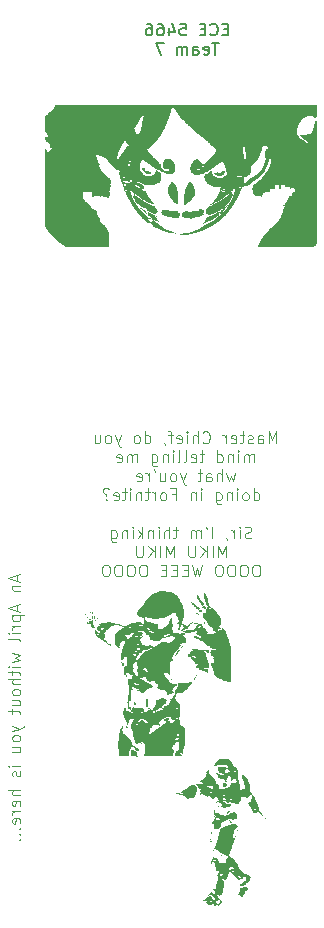
<source format=gbr>
%TF.GenerationSoftware,KiCad,Pcbnew,9.0.0*%
%TF.CreationDate,2025-04-01T22:06:04-04:00*%
%TF.ProjectId,asl,61736c2e-6b69-4636-9164-5f7063625858,rev?*%
%TF.SameCoordinates,Original*%
%TF.FileFunction,Legend,Bot*%
%TF.FilePolarity,Positive*%
%FSLAX46Y46*%
G04 Gerber Fmt 4.6, Leading zero omitted, Abs format (unit mm)*
G04 Created by KiCad (PCBNEW 9.0.0) date 2025-04-01 22:06:04*
%MOMM*%
%LPD*%
G01*
G04 APERTURE LIST*
%ADD10C,0.100000*%
%ADD11C,0.150000*%
%ADD12C,0.000000*%
G04 APERTURE END LIST*
D10*
X154071429Y-92602811D02*
X154071429Y-91602811D01*
X154071429Y-91602811D02*
X153738096Y-92317096D01*
X153738096Y-92317096D02*
X153404763Y-91602811D01*
X153404763Y-91602811D02*
X153404763Y-92602811D01*
X152500001Y-92602811D02*
X152500001Y-92079001D01*
X152500001Y-92079001D02*
X152547620Y-91983763D01*
X152547620Y-91983763D02*
X152642858Y-91936144D01*
X152642858Y-91936144D02*
X152833334Y-91936144D01*
X152833334Y-91936144D02*
X152928572Y-91983763D01*
X152500001Y-92555192D02*
X152595239Y-92602811D01*
X152595239Y-92602811D02*
X152833334Y-92602811D01*
X152833334Y-92602811D02*
X152928572Y-92555192D01*
X152928572Y-92555192D02*
X152976191Y-92459953D01*
X152976191Y-92459953D02*
X152976191Y-92364715D01*
X152976191Y-92364715D02*
X152928572Y-92269477D01*
X152928572Y-92269477D02*
X152833334Y-92221858D01*
X152833334Y-92221858D02*
X152595239Y-92221858D01*
X152595239Y-92221858D02*
X152500001Y-92174239D01*
X152071429Y-92555192D02*
X151976191Y-92602811D01*
X151976191Y-92602811D02*
X151785715Y-92602811D01*
X151785715Y-92602811D02*
X151690477Y-92555192D01*
X151690477Y-92555192D02*
X151642858Y-92459953D01*
X151642858Y-92459953D02*
X151642858Y-92412334D01*
X151642858Y-92412334D02*
X151690477Y-92317096D01*
X151690477Y-92317096D02*
X151785715Y-92269477D01*
X151785715Y-92269477D02*
X151928572Y-92269477D01*
X151928572Y-92269477D02*
X152023810Y-92221858D01*
X152023810Y-92221858D02*
X152071429Y-92126620D01*
X152071429Y-92126620D02*
X152071429Y-92079001D01*
X152071429Y-92079001D02*
X152023810Y-91983763D01*
X152023810Y-91983763D02*
X151928572Y-91936144D01*
X151928572Y-91936144D02*
X151785715Y-91936144D01*
X151785715Y-91936144D02*
X151690477Y-91983763D01*
X151357143Y-91936144D02*
X150976191Y-91936144D01*
X151214286Y-91602811D02*
X151214286Y-92459953D01*
X151214286Y-92459953D02*
X151166667Y-92555192D01*
X151166667Y-92555192D02*
X151071429Y-92602811D01*
X151071429Y-92602811D02*
X150976191Y-92602811D01*
X150261905Y-92555192D02*
X150357143Y-92602811D01*
X150357143Y-92602811D02*
X150547619Y-92602811D01*
X150547619Y-92602811D02*
X150642857Y-92555192D01*
X150642857Y-92555192D02*
X150690476Y-92459953D01*
X150690476Y-92459953D02*
X150690476Y-92079001D01*
X150690476Y-92079001D02*
X150642857Y-91983763D01*
X150642857Y-91983763D02*
X150547619Y-91936144D01*
X150547619Y-91936144D02*
X150357143Y-91936144D01*
X150357143Y-91936144D02*
X150261905Y-91983763D01*
X150261905Y-91983763D02*
X150214286Y-92079001D01*
X150214286Y-92079001D02*
X150214286Y-92174239D01*
X150214286Y-92174239D02*
X150690476Y-92269477D01*
X149785714Y-92602811D02*
X149785714Y-91936144D01*
X149785714Y-92126620D02*
X149738095Y-92031382D01*
X149738095Y-92031382D02*
X149690476Y-91983763D01*
X149690476Y-91983763D02*
X149595238Y-91936144D01*
X149595238Y-91936144D02*
X149500000Y-91936144D01*
X147833333Y-92507572D02*
X147880952Y-92555192D01*
X147880952Y-92555192D02*
X148023809Y-92602811D01*
X148023809Y-92602811D02*
X148119047Y-92602811D01*
X148119047Y-92602811D02*
X148261904Y-92555192D01*
X148261904Y-92555192D02*
X148357142Y-92459953D01*
X148357142Y-92459953D02*
X148404761Y-92364715D01*
X148404761Y-92364715D02*
X148452380Y-92174239D01*
X148452380Y-92174239D02*
X148452380Y-92031382D01*
X148452380Y-92031382D02*
X148404761Y-91840906D01*
X148404761Y-91840906D02*
X148357142Y-91745668D01*
X148357142Y-91745668D02*
X148261904Y-91650430D01*
X148261904Y-91650430D02*
X148119047Y-91602811D01*
X148119047Y-91602811D02*
X148023809Y-91602811D01*
X148023809Y-91602811D02*
X147880952Y-91650430D01*
X147880952Y-91650430D02*
X147833333Y-91698049D01*
X147404761Y-92602811D02*
X147404761Y-91602811D01*
X146976190Y-92602811D02*
X146976190Y-92079001D01*
X146976190Y-92079001D02*
X147023809Y-91983763D01*
X147023809Y-91983763D02*
X147119047Y-91936144D01*
X147119047Y-91936144D02*
X147261904Y-91936144D01*
X147261904Y-91936144D02*
X147357142Y-91983763D01*
X147357142Y-91983763D02*
X147404761Y-92031382D01*
X146499999Y-92602811D02*
X146499999Y-91936144D01*
X146499999Y-91602811D02*
X146547618Y-91650430D01*
X146547618Y-91650430D02*
X146499999Y-91698049D01*
X146499999Y-91698049D02*
X146452380Y-91650430D01*
X146452380Y-91650430D02*
X146499999Y-91602811D01*
X146499999Y-91602811D02*
X146499999Y-91698049D01*
X145642857Y-92555192D02*
X145738095Y-92602811D01*
X145738095Y-92602811D02*
X145928571Y-92602811D01*
X145928571Y-92602811D02*
X146023809Y-92555192D01*
X146023809Y-92555192D02*
X146071428Y-92459953D01*
X146071428Y-92459953D02*
X146071428Y-92079001D01*
X146071428Y-92079001D02*
X146023809Y-91983763D01*
X146023809Y-91983763D02*
X145928571Y-91936144D01*
X145928571Y-91936144D02*
X145738095Y-91936144D01*
X145738095Y-91936144D02*
X145642857Y-91983763D01*
X145642857Y-91983763D02*
X145595238Y-92079001D01*
X145595238Y-92079001D02*
X145595238Y-92174239D01*
X145595238Y-92174239D02*
X146071428Y-92269477D01*
X145309523Y-91936144D02*
X144928571Y-91936144D01*
X145166666Y-92602811D02*
X145166666Y-91745668D01*
X145166666Y-91745668D02*
X145119047Y-91650430D01*
X145119047Y-91650430D02*
X145023809Y-91602811D01*
X145023809Y-91602811D02*
X144928571Y-91602811D01*
X144547618Y-92555192D02*
X144547618Y-92602811D01*
X144547618Y-92602811D02*
X144595237Y-92698049D01*
X144595237Y-92698049D02*
X144642856Y-92745668D01*
X142928571Y-92602811D02*
X142928571Y-91602811D01*
X142928571Y-92555192D02*
X143023809Y-92602811D01*
X143023809Y-92602811D02*
X143214285Y-92602811D01*
X143214285Y-92602811D02*
X143309523Y-92555192D01*
X143309523Y-92555192D02*
X143357142Y-92507572D01*
X143357142Y-92507572D02*
X143404761Y-92412334D01*
X143404761Y-92412334D02*
X143404761Y-92126620D01*
X143404761Y-92126620D02*
X143357142Y-92031382D01*
X143357142Y-92031382D02*
X143309523Y-91983763D01*
X143309523Y-91983763D02*
X143214285Y-91936144D01*
X143214285Y-91936144D02*
X143023809Y-91936144D01*
X143023809Y-91936144D02*
X142928571Y-91983763D01*
X142309523Y-92602811D02*
X142404761Y-92555192D01*
X142404761Y-92555192D02*
X142452380Y-92507572D01*
X142452380Y-92507572D02*
X142499999Y-92412334D01*
X142499999Y-92412334D02*
X142499999Y-92126620D01*
X142499999Y-92126620D02*
X142452380Y-92031382D01*
X142452380Y-92031382D02*
X142404761Y-91983763D01*
X142404761Y-91983763D02*
X142309523Y-91936144D01*
X142309523Y-91936144D02*
X142166666Y-91936144D01*
X142166666Y-91936144D02*
X142071428Y-91983763D01*
X142071428Y-91983763D02*
X142023809Y-92031382D01*
X142023809Y-92031382D02*
X141976190Y-92126620D01*
X141976190Y-92126620D02*
X141976190Y-92412334D01*
X141976190Y-92412334D02*
X142023809Y-92507572D01*
X142023809Y-92507572D02*
X142071428Y-92555192D01*
X142071428Y-92555192D02*
X142166666Y-92602811D01*
X142166666Y-92602811D02*
X142309523Y-92602811D01*
X140880951Y-91936144D02*
X140642856Y-92602811D01*
X140404761Y-91936144D02*
X140642856Y-92602811D01*
X140642856Y-92602811D02*
X140738094Y-92840906D01*
X140738094Y-92840906D02*
X140785713Y-92888525D01*
X140785713Y-92888525D02*
X140880951Y-92936144D01*
X139880951Y-92602811D02*
X139976189Y-92555192D01*
X139976189Y-92555192D02*
X140023808Y-92507572D01*
X140023808Y-92507572D02*
X140071427Y-92412334D01*
X140071427Y-92412334D02*
X140071427Y-92126620D01*
X140071427Y-92126620D02*
X140023808Y-92031382D01*
X140023808Y-92031382D02*
X139976189Y-91983763D01*
X139976189Y-91983763D02*
X139880951Y-91936144D01*
X139880951Y-91936144D02*
X139738094Y-91936144D01*
X139738094Y-91936144D02*
X139642856Y-91983763D01*
X139642856Y-91983763D02*
X139595237Y-92031382D01*
X139595237Y-92031382D02*
X139547618Y-92126620D01*
X139547618Y-92126620D02*
X139547618Y-92412334D01*
X139547618Y-92412334D02*
X139595237Y-92507572D01*
X139595237Y-92507572D02*
X139642856Y-92555192D01*
X139642856Y-92555192D02*
X139738094Y-92602811D01*
X139738094Y-92602811D02*
X139880951Y-92602811D01*
X138690475Y-91936144D02*
X138690475Y-92602811D01*
X139119046Y-91936144D02*
X139119046Y-92459953D01*
X139119046Y-92459953D02*
X139071427Y-92555192D01*
X139071427Y-92555192D02*
X138976189Y-92602811D01*
X138976189Y-92602811D02*
X138833332Y-92602811D01*
X138833332Y-92602811D02*
X138738094Y-92555192D01*
X138738094Y-92555192D02*
X138690475Y-92507572D01*
X152190476Y-94212755D02*
X152190476Y-93546088D01*
X152190476Y-93641326D02*
X152142857Y-93593707D01*
X152142857Y-93593707D02*
X152047619Y-93546088D01*
X152047619Y-93546088D02*
X151904762Y-93546088D01*
X151904762Y-93546088D02*
X151809524Y-93593707D01*
X151809524Y-93593707D02*
X151761905Y-93688945D01*
X151761905Y-93688945D02*
X151761905Y-94212755D01*
X151761905Y-93688945D02*
X151714286Y-93593707D01*
X151714286Y-93593707D02*
X151619048Y-93546088D01*
X151619048Y-93546088D02*
X151476191Y-93546088D01*
X151476191Y-93546088D02*
X151380952Y-93593707D01*
X151380952Y-93593707D02*
X151333333Y-93688945D01*
X151333333Y-93688945D02*
X151333333Y-94212755D01*
X150857143Y-94212755D02*
X150857143Y-93546088D01*
X150857143Y-93212755D02*
X150904762Y-93260374D01*
X150904762Y-93260374D02*
X150857143Y-93307993D01*
X150857143Y-93307993D02*
X150809524Y-93260374D01*
X150809524Y-93260374D02*
X150857143Y-93212755D01*
X150857143Y-93212755D02*
X150857143Y-93307993D01*
X150380953Y-93546088D02*
X150380953Y-94212755D01*
X150380953Y-93641326D02*
X150333334Y-93593707D01*
X150333334Y-93593707D02*
X150238096Y-93546088D01*
X150238096Y-93546088D02*
X150095239Y-93546088D01*
X150095239Y-93546088D02*
X150000001Y-93593707D01*
X150000001Y-93593707D02*
X149952382Y-93688945D01*
X149952382Y-93688945D02*
X149952382Y-94212755D01*
X149047620Y-94212755D02*
X149047620Y-93212755D01*
X149047620Y-94165136D02*
X149142858Y-94212755D01*
X149142858Y-94212755D02*
X149333334Y-94212755D01*
X149333334Y-94212755D02*
X149428572Y-94165136D01*
X149428572Y-94165136D02*
X149476191Y-94117516D01*
X149476191Y-94117516D02*
X149523810Y-94022278D01*
X149523810Y-94022278D02*
X149523810Y-93736564D01*
X149523810Y-93736564D02*
X149476191Y-93641326D01*
X149476191Y-93641326D02*
X149428572Y-93593707D01*
X149428572Y-93593707D02*
X149333334Y-93546088D01*
X149333334Y-93546088D02*
X149142858Y-93546088D01*
X149142858Y-93546088D02*
X149047620Y-93593707D01*
X147952381Y-93546088D02*
X147571429Y-93546088D01*
X147809524Y-93212755D02*
X147809524Y-94069897D01*
X147809524Y-94069897D02*
X147761905Y-94165136D01*
X147761905Y-94165136D02*
X147666667Y-94212755D01*
X147666667Y-94212755D02*
X147571429Y-94212755D01*
X146857143Y-94165136D02*
X146952381Y-94212755D01*
X146952381Y-94212755D02*
X147142857Y-94212755D01*
X147142857Y-94212755D02*
X147238095Y-94165136D01*
X147238095Y-94165136D02*
X147285714Y-94069897D01*
X147285714Y-94069897D02*
X147285714Y-93688945D01*
X147285714Y-93688945D02*
X147238095Y-93593707D01*
X147238095Y-93593707D02*
X147142857Y-93546088D01*
X147142857Y-93546088D02*
X146952381Y-93546088D01*
X146952381Y-93546088D02*
X146857143Y-93593707D01*
X146857143Y-93593707D02*
X146809524Y-93688945D01*
X146809524Y-93688945D02*
X146809524Y-93784183D01*
X146809524Y-93784183D02*
X147285714Y-93879421D01*
X146238095Y-94212755D02*
X146333333Y-94165136D01*
X146333333Y-94165136D02*
X146380952Y-94069897D01*
X146380952Y-94069897D02*
X146380952Y-93212755D01*
X145714285Y-94212755D02*
X145809523Y-94165136D01*
X145809523Y-94165136D02*
X145857142Y-94069897D01*
X145857142Y-94069897D02*
X145857142Y-93212755D01*
X145333332Y-94212755D02*
X145333332Y-93546088D01*
X145333332Y-93212755D02*
X145380951Y-93260374D01*
X145380951Y-93260374D02*
X145333332Y-93307993D01*
X145333332Y-93307993D02*
X145285713Y-93260374D01*
X145285713Y-93260374D02*
X145333332Y-93212755D01*
X145333332Y-93212755D02*
X145333332Y-93307993D01*
X144857142Y-93546088D02*
X144857142Y-94212755D01*
X144857142Y-93641326D02*
X144809523Y-93593707D01*
X144809523Y-93593707D02*
X144714285Y-93546088D01*
X144714285Y-93546088D02*
X144571428Y-93546088D01*
X144571428Y-93546088D02*
X144476190Y-93593707D01*
X144476190Y-93593707D02*
X144428571Y-93688945D01*
X144428571Y-93688945D02*
X144428571Y-94212755D01*
X143523809Y-93546088D02*
X143523809Y-94355612D01*
X143523809Y-94355612D02*
X143571428Y-94450850D01*
X143571428Y-94450850D02*
X143619047Y-94498469D01*
X143619047Y-94498469D02*
X143714285Y-94546088D01*
X143714285Y-94546088D02*
X143857142Y-94546088D01*
X143857142Y-94546088D02*
X143952380Y-94498469D01*
X143523809Y-94165136D02*
X143619047Y-94212755D01*
X143619047Y-94212755D02*
X143809523Y-94212755D01*
X143809523Y-94212755D02*
X143904761Y-94165136D01*
X143904761Y-94165136D02*
X143952380Y-94117516D01*
X143952380Y-94117516D02*
X143999999Y-94022278D01*
X143999999Y-94022278D02*
X143999999Y-93736564D01*
X143999999Y-93736564D02*
X143952380Y-93641326D01*
X143952380Y-93641326D02*
X143904761Y-93593707D01*
X143904761Y-93593707D02*
X143809523Y-93546088D01*
X143809523Y-93546088D02*
X143619047Y-93546088D01*
X143619047Y-93546088D02*
X143523809Y-93593707D01*
X142285713Y-94212755D02*
X142285713Y-93546088D01*
X142285713Y-93641326D02*
X142238094Y-93593707D01*
X142238094Y-93593707D02*
X142142856Y-93546088D01*
X142142856Y-93546088D02*
X141999999Y-93546088D01*
X141999999Y-93546088D02*
X141904761Y-93593707D01*
X141904761Y-93593707D02*
X141857142Y-93688945D01*
X141857142Y-93688945D02*
X141857142Y-94212755D01*
X141857142Y-93688945D02*
X141809523Y-93593707D01*
X141809523Y-93593707D02*
X141714285Y-93546088D01*
X141714285Y-93546088D02*
X141571428Y-93546088D01*
X141571428Y-93546088D02*
X141476189Y-93593707D01*
X141476189Y-93593707D02*
X141428570Y-93688945D01*
X141428570Y-93688945D02*
X141428570Y-94212755D01*
X140571428Y-94165136D02*
X140666666Y-94212755D01*
X140666666Y-94212755D02*
X140857142Y-94212755D01*
X140857142Y-94212755D02*
X140952380Y-94165136D01*
X140952380Y-94165136D02*
X140999999Y-94069897D01*
X140999999Y-94069897D02*
X140999999Y-93688945D01*
X140999999Y-93688945D02*
X140952380Y-93593707D01*
X140952380Y-93593707D02*
X140857142Y-93546088D01*
X140857142Y-93546088D02*
X140666666Y-93546088D01*
X140666666Y-93546088D02*
X140571428Y-93593707D01*
X140571428Y-93593707D02*
X140523809Y-93688945D01*
X140523809Y-93688945D02*
X140523809Y-93784183D01*
X140523809Y-93784183D02*
X140999999Y-93879421D01*
X150595238Y-95156032D02*
X150404762Y-95822699D01*
X150404762Y-95822699D02*
X150214286Y-95346508D01*
X150214286Y-95346508D02*
X150023810Y-95822699D01*
X150023810Y-95822699D02*
X149833334Y-95156032D01*
X149452381Y-95822699D02*
X149452381Y-94822699D01*
X149023810Y-95822699D02*
X149023810Y-95298889D01*
X149023810Y-95298889D02*
X149071429Y-95203651D01*
X149071429Y-95203651D02*
X149166667Y-95156032D01*
X149166667Y-95156032D02*
X149309524Y-95156032D01*
X149309524Y-95156032D02*
X149404762Y-95203651D01*
X149404762Y-95203651D02*
X149452381Y-95251270D01*
X148119048Y-95822699D02*
X148119048Y-95298889D01*
X148119048Y-95298889D02*
X148166667Y-95203651D01*
X148166667Y-95203651D02*
X148261905Y-95156032D01*
X148261905Y-95156032D02*
X148452381Y-95156032D01*
X148452381Y-95156032D02*
X148547619Y-95203651D01*
X148119048Y-95775080D02*
X148214286Y-95822699D01*
X148214286Y-95822699D02*
X148452381Y-95822699D01*
X148452381Y-95822699D02*
X148547619Y-95775080D01*
X148547619Y-95775080D02*
X148595238Y-95679841D01*
X148595238Y-95679841D02*
X148595238Y-95584603D01*
X148595238Y-95584603D02*
X148547619Y-95489365D01*
X148547619Y-95489365D02*
X148452381Y-95441746D01*
X148452381Y-95441746D02*
X148214286Y-95441746D01*
X148214286Y-95441746D02*
X148119048Y-95394127D01*
X147785714Y-95156032D02*
X147404762Y-95156032D01*
X147642857Y-94822699D02*
X147642857Y-95679841D01*
X147642857Y-95679841D02*
X147595238Y-95775080D01*
X147595238Y-95775080D02*
X147500000Y-95822699D01*
X147500000Y-95822699D02*
X147404762Y-95822699D01*
X146404761Y-95156032D02*
X146166666Y-95822699D01*
X145928571Y-95156032D02*
X146166666Y-95822699D01*
X146166666Y-95822699D02*
X146261904Y-96060794D01*
X146261904Y-96060794D02*
X146309523Y-96108413D01*
X146309523Y-96108413D02*
X146404761Y-96156032D01*
X145404761Y-95822699D02*
X145499999Y-95775080D01*
X145499999Y-95775080D02*
X145547618Y-95727460D01*
X145547618Y-95727460D02*
X145595237Y-95632222D01*
X145595237Y-95632222D02*
X145595237Y-95346508D01*
X145595237Y-95346508D02*
X145547618Y-95251270D01*
X145547618Y-95251270D02*
X145499999Y-95203651D01*
X145499999Y-95203651D02*
X145404761Y-95156032D01*
X145404761Y-95156032D02*
X145261904Y-95156032D01*
X145261904Y-95156032D02*
X145166666Y-95203651D01*
X145166666Y-95203651D02*
X145119047Y-95251270D01*
X145119047Y-95251270D02*
X145071428Y-95346508D01*
X145071428Y-95346508D02*
X145071428Y-95632222D01*
X145071428Y-95632222D02*
X145119047Y-95727460D01*
X145119047Y-95727460D02*
X145166666Y-95775080D01*
X145166666Y-95775080D02*
X145261904Y-95822699D01*
X145261904Y-95822699D02*
X145404761Y-95822699D01*
X144214285Y-95156032D02*
X144214285Y-95822699D01*
X144642856Y-95156032D02*
X144642856Y-95679841D01*
X144642856Y-95679841D02*
X144595237Y-95775080D01*
X144595237Y-95775080D02*
X144499999Y-95822699D01*
X144499999Y-95822699D02*
X144357142Y-95822699D01*
X144357142Y-95822699D02*
X144261904Y-95775080D01*
X144261904Y-95775080D02*
X144214285Y-95727460D01*
X143690475Y-94822699D02*
X143785713Y-95013175D01*
X143261904Y-95822699D02*
X143261904Y-95156032D01*
X143261904Y-95346508D02*
X143214285Y-95251270D01*
X143214285Y-95251270D02*
X143166666Y-95203651D01*
X143166666Y-95203651D02*
X143071428Y-95156032D01*
X143071428Y-95156032D02*
X142976190Y-95156032D01*
X142261904Y-95775080D02*
X142357142Y-95822699D01*
X142357142Y-95822699D02*
X142547618Y-95822699D01*
X142547618Y-95822699D02*
X142642856Y-95775080D01*
X142642856Y-95775080D02*
X142690475Y-95679841D01*
X142690475Y-95679841D02*
X142690475Y-95298889D01*
X142690475Y-95298889D02*
X142642856Y-95203651D01*
X142642856Y-95203651D02*
X142547618Y-95156032D01*
X142547618Y-95156032D02*
X142357142Y-95156032D01*
X142357142Y-95156032D02*
X142261904Y-95203651D01*
X142261904Y-95203651D02*
X142214285Y-95298889D01*
X142214285Y-95298889D02*
X142214285Y-95394127D01*
X142214285Y-95394127D02*
X142690475Y-95489365D01*
X152142857Y-97432643D02*
X152142857Y-96432643D01*
X152142857Y-97385024D02*
X152238095Y-97432643D01*
X152238095Y-97432643D02*
X152428571Y-97432643D01*
X152428571Y-97432643D02*
X152523809Y-97385024D01*
X152523809Y-97385024D02*
X152571428Y-97337404D01*
X152571428Y-97337404D02*
X152619047Y-97242166D01*
X152619047Y-97242166D02*
X152619047Y-96956452D01*
X152619047Y-96956452D02*
X152571428Y-96861214D01*
X152571428Y-96861214D02*
X152523809Y-96813595D01*
X152523809Y-96813595D02*
X152428571Y-96765976D01*
X152428571Y-96765976D02*
X152238095Y-96765976D01*
X152238095Y-96765976D02*
X152142857Y-96813595D01*
X151523809Y-97432643D02*
X151619047Y-97385024D01*
X151619047Y-97385024D02*
X151666666Y-97337404D01*
X151666666Y-97337404D02*
X151714285Y-97242166D01*
X151714285Y-97242166D02*
X151714285Y-96956452D01*
X151714285Y-96956452D02*
X151666666Y-96861214D01*
X151666666Y-96861214D02*
X151619047Y-96813595D01*
X151619047Y-96813595D02*
X151523809Y-96765976D01*
X151523809Y-96765976D02*
X151380952Y-96765976D01*
X151380952Y-96765976D02*
X151285714Y-96813595D01*
X151285714Y-96813595D02*
X151238095Y-96861214D01*
X151238095Y-96861214D02*
X151190476Y-96956452D01*
X151190476Y-96956452D02*
X151190476Y-97242166D01*
X151190476Y-97242166D02*
X151238095Y-97337404D01*
X151238095Y-97337404D02*
X151285714Y-97385024D01*
X151285714Y-97385024D02*
X151380952Y-97432643D01*
X151380952Y-97432643D02*
X151523809Y-97432643D01*
X150761904Y-97432643D02*
X150761904Y-96765976D01*
X150761904Y-96432643D02*
X150809523Y-96480262D01*
X150809523Y-96480262D02*
X150761904Y-96527881D01*
X150761904Y-96527881D02*
X150714285Y-96480262D01*
X150714285Y-96480262D02*
X150761904Y-96432643D01*
X150761904Y-96432643D02*
X150761904Y-96527881D01*
X150285714Y-96765976D02*
X150285714Y-97432643D01*
X150285714Y-96861214D02*
X150238095Y-96813595D01*
X150238095Y-96813595D02*
X150142857Y-96765976D01*
X150142857Y-96765976D02*
X150000000Y-96765976D01*
X150000000Y-96765976D02*
X149904762Y-96813595D01*
X149904762Y-96813595D02*
X149857143Y-96908833D01*
X149857143Y-96908833D02*
X149857143Y-97432643D01*
X148952381Y-96765976D02*
X148952381Y-97575500D01*
X148952381Y-97575500D02*
X149000000Y-97670738D01*
X149000000Y-97670738D02*
X149047619Y-97718357D01*
X149047619Y-97718357D02*
X149142857Y-97765976D01*
X149142857Y-97765976D02*
X149285714Y-97765976D01*
X149285714Y-97765976D02*
X149380952Y-97718357D01*
X148952381Y-97385024D02*
X149047619Y-97432643D01*
X149047619Y-97432643D02*
X149238095Y-97432643D01*
X149238095Y-97432643D02*
X149333333Y-97385024D01*
X149333333Y-97385024D02*
X149380952Y-97337404D01*
X149380952Y-97337404D02*
X149428571Y-97242166D01*
X149428571Y-97242166D02*
X149428571Y-96956452D01*
X149428571Y-96956452D02*
X149380952Y-96861214D01*
X149380952Y-96861214D02*
X149333333Y-96813595D01*
X149333333Y-96813595D02*
X149238095Y-96765976D01*
X149238095Y-96765976D02*
X149047619Y-96765976D01*
X149047619Y-96765976D02*
X148952381Y-96813595D01*
X147714285Y-97432643D02*
X147714285Y-96765976D01*
X147714285Y-96432643D02*
X147761904Y-96480262D01*
X147761904Y-96480262D02*
X147714285Y-96527881D01*
X147714285Y-96527881D02*
X147666666Y-96480262D01*
X147666666Y-96480262D02*
X147714285Y-96432643D01*
X147714285Y-96432643D02*
X147714285Y-96527881D01*
X147238095Y-96765976D02*
X147238095Y-97432643D01*
X147238095Y-96861214D02*
X147190476Y-96813595D01*
X147190476Y-96813595D02*
X147095238Y-96765976D01*
X147095238Y-96765976D02*
X146952381Y-96765976D01*
X146952381Y-96765976D02*
X146857143Y-96813595D01*
X146857143Y-96813595D02*
X146809524Y-96908833D01*
X146809524Y-96908833D02*
X146809524Y-97432643D01*
X145238095Y-96908833D02*
X145571428Y-96908833D01*
X145571428Y-97432643D02*
X145571428Y-96432643D01*
X145571428Y-96432643D02*
X145095238Y-96432643D01*
X144571428Y-97432643D02*
X144666666Y-97385024D01*
X144666666Y-97385024D02*
X144714285Y-97337404D01*
X144714285Y-97337404D02*
X144761904Y-97242166D01*
X144761904Y-97242166D02*
X144761904Y-96956452D01*
X144761904Y-96956452D02*
X144714285Y-96861214D01*
X144714285Y-96861214D02*
X144666666Y-96813595D01*
X144666666Y-96813595D02*
X144571428Y-96765976D01*
X144571428Y-96765976D02*
X144428571Y-96765976D01*
X144428571Y-96765976D02*
X144333333Y-96813595D01*
X144333333Y-96813595D02*
X144285714Y-96861214D01*
X144285714Y-96861214D02*
X144238095Y-96956452D01*
X144238095Y-96956452D02*
X144238095Y-97242166D01*
X144238095Y-97242166D02*
X144285714Y-97337404D01*
X144285714Y-97337404D02*
X144333333Y-97385024D01*
X144333333Y-97385024D02*
X144428571Y-97432643D01*
X144428571Y-97432643D02*
X144571428Y-97432643D01*
X143809523Y-97432643D02*
X143809523Y-96765976D01*
X143809523Y-96956452D02*
X143761904Y-96861214D01*
X143761904Y-96861214D02*
X143714285Y-96813595D01*
X143714285Y-96813595D02*
X143619047Y-96765976D01*
X143619047Y-96765976D02*
X143523809Y-96765976D01*
X143333332Y-96765976D02*
X142952380Y-96765976D01*
X143190475Y-96432643D02*
X143190475Y-97289785D01*
X143190475Y-97289785D02*
X143142856Y-97385024D01*
X143142856Y-97385024D02*
X143047618Y-97432643D01*
X143047618Y-97432643D02*
X142952380Y-97432643D01*
X142619046Y-96765976D02*
X142619046Y-97432643D01*
X142619046Y-96861214D02*
X142571427Y-96813595D01*
X142571427Y-96813595D02*
X142476189Y-96765976D01*
X142476189Y-96765976D02*
X142333332Y-96765976D01*
X142333332Y-96765976D02*
X142238094Y-96813595D01*
X142238094Y-96813595D02*
X142190475Y-96908833D01*
X142190475Y-96908833D02*
X142190475Y-97432643D01*
X141714284Y-97432643D02*
X141714284Y-96765976D01*
X141714284Y-96432643D02*
X141761903Y-96480262D01*
X141761903Y-96480262D02*
X141714284Y-96527881D01*
X141714284Y-96527881D02*
X141666665Y-96480262D01*
X141666665Y-96480262D02*
X141714284Y-96432643D01*
X141714284Y-96432643D02*
X141714284Y-96527881D01*
X141380951Y-96765976D02*
X140999999Y-96765976D01*
X141238094Y-96432643D02*
X141238094Y-97289785D01*
X141238094Y-97289785D02*
X141190475Y-97385024D01*
X141190475Y-97385024D02*
X141095237Y-97432643D01*
X141095237Y-97432643D02*
X140999999Y-97432643D01*
X140285713Y-97385024D02*
X140380951Y-97432643D01*
X140380951Y-97432643D02*
X140571427Y-97432643D01*
X140571427Y-97432643D02*
X140666665Y-97385024D01*
X140666665Y-97385024D02*
X140714284Y-97289785D01*
X140714284Y-97289785D02*
X140714284Y-96908833D01*
X140714284Y-96908833D02*
X140666665Y-96813595D01*
X140666665Y-96813595D02*
X140571427Y-96765976D01*
X140571427Y-96765976D02*
X140380951Y-96765976D01*
X140380951Y-96765976D02*
X140285713Y-96813595D01*
X140285713Y-96813595D02*
X140238094Y-96908833D01*
X140238094Y-96908833D02*
X140238094Y-97004071D01*
X140238094Y-97004071D02*
X140714284Y-97099309D01*
X139666665Y-97337404D02*
X139619046Y-97385024D01*
X139619046Y-97385024D02*
X139666665Y-97432643D01*
X139666665Y-97432643D02*
X139714284Y-97385024D01*
X139714284Y-97385024D02*
X139666665Y-97337404D01*
X139666665Y-97337404D02*
X139666665Y-97432643D01*
X139857141Y-96480262D02*
X139761903Y-96432643D01*
X139761903Y-96432643D02*
X139523808Y-96432643D01*
X139523808Y-96432643D02*
X139428570Y-96480262D01*
X139428570Y-96480262D02*
X139380951Y-96575500D01*
X139380951Y-96575500D02*
X139380951Y-96670738D01*
X139380951Y-96670738D02*
X139428570Y-96765976D01*
X139428570Y-96765976D02*
X139476189Y-96813595D01*
X139476189Y-96813595D02*
X139571427Y-96861214D01*
X139571427Y-96861214D02*
X139619046Y-96908833D01*
X139619046Y-96908833D02*
X139666665Y-97004071D01*
X139666665Y-97004071D02*
X139666665Y-97051690D01*
X151952379Y-100604912D02*
X151809522Y-100652531D01*
X151809522Y-100652531D02*
X151571427Y-100652531D01*
X151571427Y-100652531D02*
X151476189Y-100604912D01*
X151476189Y-100604912D02*
X151428570Y-100557292D01*
X151428570Y-100557292D02*
X151380951Y-100462054D01*
X151380951Y-100462054D02*
X151380951Y-100366816D01*
X151380951Y-100366816D02*
X151428570Y-100271578D01*
X151428570Y-100271578D02*
X151476189Y-100223959D01*
X151476189Y-100223959D02*
X151571427Y-100176340D01*
X151571427Y-100176340D02*
X151761903Y-100128721D01*
X151761903Y-100128721D02*
X151857141Y-100081102D01*
X151857141Y-100081102D02*
X151904760Y-100033483D01*
X151904760Y-100033483D02*
X151952379Y-99938245D01*
X151952379Y-99938245D02*
X151952379Y-99843007D01*
X151952379Y-99843007D02*
X151904760Y-99747769D01*
X151904760Y-99747769D02*
X151857141Y-99700150D01*
X151857141Y-99700150D02*
X151761903Y-99652531D01*
X151761903Y-99652531D02*
X151523808Y-99652531D01*
X151523808Y-99652531D02*
X151380951Y-99700150D01*
X150952379Y-100652531D02*
X150952379Y-99985864D01*
X150952379Y-99652531D02*
X150999998Y-99700150D01*
X150999998Y-99700150D02*
X150952379Y-99747769D01*
X150952379Y-99747769D02*
X150904760Y-99700150D01*
X150904760Y-99700150D02*
X150952379Y-99652531D01*
X150952379Y-99652531D02*
X150952379Y-99747769D01*
X150476189Y-100652531D02*
X150476189Y-99985864D01*
X150476189Y-100176340D02*
X150428570Y-100081102D01*
X150428570Y-100081102D02*
X150380951Y-100033483D01*
X150380951Y-100033483D02*
X150285713Y-99985864D01*
X150285713Y-99985864D02*
X150190475Y-99985864D01*
X149809522Y-100604912D02*
X149809522Y-100652531D01*
X149809522Y-100652531D02*
X149857141Y-100747769D01*
X149857141Y-100747769D02*
X149904760Y-100795388D01*
X148619046Y-100652531D02*
X148619046Y-99652531D01*
X148095237Y-99652531D02*
X148190475Y-99843007D01*
X147666666Y-100652531D02*
X147666666Y-99985864D01*
X147666666Y-100081102D02*
X147619047Y-100033483D01*
X147619047Y-100033483D02*
X147523809Y-99985864D01*
X147523809Y-99985864D02*
X147380952Y-99985864D01*
X147380952Y-99985864D02*
X147285714Y-100033483D01*
X147285714Y-100033483D02*
X147238095Y-100128721D01*
X147238095Y-100128721D02*
X147238095Y-100652531D01*
X147238095Y-100128721D02*
X147190476Y-100033483D01*
X147190476Y-100033483D02*
X147095238Y-99985864D01*
X147095238Y-99985864D02*
X146952381Y-99985864D01*
X146952381Y-99985864D02*
X146857142Y-100033483D01*
X146857142Y-100033483D02*
X146809523Y-100128721D01*
X146809523Y-100128721D02*
X146809523Y-100652531D01*
X145714285Y-99985864D02*
X145333333Y-99985864D01*
X145571428Y-99652531D02*
X145571428Y-100509673D01*
X145571428Y-100509673D02*
X145523809Y-100604912D01*
X145523809Y-100604912D02*
X145428571Y-100652531D01*
X145428571Y-100652531D02*
X145333333Y-100652531D01*
X144999999Y-100652531D02*
X144999999Y-99652531D01*
X144571428Y-100652531D02*
X144571428Y-100128721D01*
X144571428Y-100128721D02*
X144619047Y-100033483D01*
X144619047Y-100033483D02*
X144714285Y-99985864D01*
X144714285Y-99985864D02*
X144857142Y-99985864D01*
X144857142Y-99985864D02*
X144952380Y-100033483D01*
X144952380Y-100033483D02*
X144999999Y-100081102D01*
X144095237Y-100652531D02*
X144095237Y-99985864D01*
X144095237Y-99652531D02*
X144142856Y-99700150D01*
X144142856Y-99700150D02*
X144095237Y-99747769D01*
X144095237Y-99747769D02*
X144047618Y-99700150D01*
X144047618Y-99700150D02*
X144095237Y-99652531D01*
X144095237Y-99652531D02*
X144095237Y-99747769D01*
X143619047Y-99985864D02*
X143619047Y-100652531D01*
X143619047Y-100081102D02*
X143571428Y-100033483D01*
X143571428Y-100033483D02*
X143476190Y-99985864D01*
X143476190Y-99985864D02*
X143333333Y-99985864D01*
X143333333Y-99985864D02*
X143238095Y-100033483D01*
X143238095Y-100033483D02*
X143190476Y-100128721D01*
X143190476Y-100128721D02*
X143190476Y-100652531D01*
X142714285Y-100652531D02*
X142714285Y-99652531D01*
X142619047Y-100271578D02*
X142333333Y-100652531D01*
X142333333Y-99985864D02*
X142714285Y-100366816D01*
X141904761Y-100652531D02*
X141904761Y-99985864D01*
X141904761Y-99652531D02*
X141952380Y-99700150D01*
X141952380Y-99700150D02*
X141904761Y-99747769D01*
X141904761Y-99747769D02*
X141857142Y-99700150D01*
X141857142Y-99700150D02*
X141904761Y-99652531D01*
X141904761Y-99652531D02*
X141904761Y-99747769D01*
X141428571Y-99985864D02*
X141428571Y-100652531D01*
X141428571Y-100081102D02*
X141380952Y-100033483D01*
X141380952Y-100033483D02*
X141285714Y-99985864D01*
X141285714Y-99985864D02*
X141142857Y-99985864D01*
X141142857Y-99985864D02*
X141047619Y-100033483D01*
X141047619Y-100033483D02*
X141000000Y-100128721D01*
X141000000Y-100128721D02*
X141000000Y-100652531D01*
X140095238Y-99985864D02*
X140095238Y-100795388D01*
X140095238Y-100795388D02*
X140142857Y-100890626D01*
X140142857Y-100890626D02*
X140190476Y-100938245D01*
X140190476Y-100938245D02*
X140285714Y-100985864D01*
X140285714Y-100985864D02*
X140428571Y-100985864D01*
X140428571Y-100985864D02*
X140523809Y-100938245D01*
X140095238Y-100604912D02*
X140190476Y-100652531D01*
X140190476Y-100652531D02*
X140380952Y-100652531D01*
X140380952Y-100652531D02*
X140476190Y-100604912D01*
X140476190Y-100604912D02*
X140523809Y-100557292D01*
X140523809Y-100557292D02*
X140571428Y-100462054D01*
X140571428Y-100462054D02*
X140571428Y-100176340D01*
X140571428Y-100176340D02*
X140523809Y-100081102D01*
X140523809Y-100081102D02*
X140476190Y-100033483D01*
X140476190Y-100033483D02*
X140380952Y-99985864D01*
X140380952Y-99985864D02*
X140190476Y-99985864D01*
X140190476Y-99985864D02*
X140095238Y-100033483D01*
X149809522Y-102262475D02*
X149809522Y-101262475D01*
X149809522Y-101262475D02*
X149476189Y-101976760D01*
X149476189Y-101976760D02*
X149142856Y-101262475D01*
X149142856Y-101262475D02*
X149142856Y-102262475D01*
X148666665Y-102262475D02*
X148666665Y-101262475D01*
X148190475Y-102262475D02*
X148190475Y-101262475D01*
X147619047Y-102262475D02*
X148047618Y-101691046D01*
X147619047Y-101262475D02*
X148190475Y-101833903D01*
X147190475Y-101262475D02*
X147190475Y-102071998D01*
X147190475Y-102071998D02*
X147142856Y-102167236D01*
X147142856Y-102167236D02*
X147095237Y-102214856D01*
X147095237Y-102214856D02*
X146999999Y-102262475D01*
X146999999Y-102262475D02*
X146809523Y-102262475D01*
X146809523Y-102262475D02*
X146714285Y-102214856D01*
X146714285Y-102214856D02*
X146666666Y-102167236D01*
X146666666Y-102167236D02*
X146619047Y-102071998D01*
X146619047Y-102071998D02*
X146619047Y-101262475D01*
X145380951Y-102262475D02*
X145380951Y-101262475D01*
X145380951Y-101262475D02*
X145047618Y-101976760D01*
X145047618Y-101976760D02*
X144714285Y-101262475D01*
X144714285Y-101262475D02*
X144714285Y-102262475D01*
X144238094Y-102262475D02*
X144238094Y-101262475D01*
X143761904Y-102262475D02*
X143761904Y-101262475D01*
X143190476Y-102262475D02*
X143619047Y-101691046D01*
X143190476Y-101262475D02*
X143761904Y-101833903D01*
X142761904Y-101262475D02*
X142761904Y-102071998D01*
X142761904Y-102071998D02*
X142714285Y-102167236D01*
X142714285Y-102167236D02*
X142666666Y-102214856D01*
X142666666Y-102214856D02*
X142571428Y-102262475D01*
X142571428Y-102262475D02*
X142380952Y-102262475D01*
X142380952Y-102262475D02*
X142285714Y-102214856D01*
X142285714Y-102214856D02*
X142238095Y-102167236D01*
X142238095Y-102167236D02*
X142190476Y-102071998D01*
X142190476Y-102071998D02*
X142190476Y-101262475D01*
X152452380Y-102872419D02*
X152261904Y-102872419D01*
X152261904Y-102872419D02*
X152166666Y-102920038D01*
X152166666Y-102920038D02*
X152071428Y-103015276D01*
X152071428Y-103015276D02*
X152023809Y-103205752D01*
X152023809Y-103205752D02*
X152023809Y-103539085D01*
X152023809Y-103539085D02*
X152071428Y-103729561D01*
X152071428Y-103729561D02*
X152166666Y-103824800D01*
X152166666Y-103824800D02*
X152261904Y-103872419D01*
X152261904Y-103872419D02*
X152452380Y-103872419D01*
X152452380Y-103872419D02*
X152547618Y-103824800D01*
X152547618Y-103824800D02*
X152642856Y-103729561D01*
X152642856Y-103729561D02*
X152690475Y-103539085D01*
X152690475Y-103539085D02*
X152690475Y-103205752D01*
X152690475Y-103205752D02*
X152642856Y-103015276D01*
X152642856Y-103015276D02*
X152547618Y-102920038D01*
X152547618Y-102920038D02*
X152452380Y-102872419D01*
X151404761Y-102872419D02*
X151214285Y-102872419D01*
X151214285Y-102872419D02*
X151119047Y-102920038D01*
X151119047Y-102920038D02*
X151023809Y-103015276D01*
X151023809Y-103015276D02*
X150976190Y-103205752D01*
X150976190Y-103205752D02*
X150976190Y-103539085D01*
X150976190Y-103539085D02*
X151023809Y-103729561D01*
X151023809Y-103729561D02*
X151119047Y-103824800D01*
X151119047Y-103824800D02*
X151214285Y-103872419D01*
X151214285Y-103872419D02*
X151404761Y-103872419D01*
X151404761Y-103872419D02*
X151499999Y-103824800D01*
X151499999Y-103824800D02*
X151595237Y-103729561D01*
X151595237Y-103729561D02*
X151642856Y-103539085D01*
X151642856Y-103539085D02*
X151642856Y-103205752D01*
X151642856Y-103205752D02*
X151595237Y-103015276D01*
X151595237Y-103015276D02*
X151499999Y-102920038D01*
X151499999Y-102920038D02*
X151404761Y-102872419D01*
X150357142Y-102872419D02*
X150166666Y-102872419D01*
X150166666Y-102872419D02*
X150071428Y-102920038D01*
X150071428Y-102920038D02*
X149976190Y-103015276D01*
X149976190Y-103015276D02*
X149928571Y-103205752D01*
X149928571Y-103205752D02*
X149928571Y-103539085D01*
X149928571Y-103539085D02*
X149976190Y-103729561D01*
X149976190Y-103729561D02*
X150071428Y-103824800D01*
X150071428Y-103824800D02*
X150166666Y-103872419D01*
X150166666Y-103872419D02*
X150357142Y-103872419D01*
X150357142Y-103872419D02*
X150452380Y-103824800D01*
X150452380Y-103824800D02*
X150547618Y-103729561D01*
X150547618Y-103729561D02*
X150595237Y-103539085D01*
X150595237Y-103539085D02*
X150595237Y-103205752D01*
X150595237Y-103205752D02*
X150547618Y-103015276D01*
X150547618Y-103015276D02*
X150452380Y-102920038D01*
X150452380Y-102920038D02*
X150357142Y-102872419D01*
X149309523Y-102872419D02*
X149119047Y-102872419D01*
X149119047Y-102872419D02*
X149023809Y-102920038D01*
X149023809Y-102920038D02*
X148928571Y-103015276D01*
X148928571Y-103015276D02*
X148880952Y-103205752D01*
X148880952Y-103205752D02*
X148880952Y-103539085D01*
X148880952Y-103539085D02*
X148928571Y-103729561D01*
X148928571Y-103729561D02*
X149023809Y-103824800D01*
X149023809Y-103824800D02*
X149119047Y-103872419D01*
X149119047Y-103872419D02*
X149309523Y-103872419D01*
X149309523Y-103872419D02*
X149404761Y-103824800D01*
X149404761Y-103824800D02*
X149499999Y-103729561D01*
X149499999Y-103729561D02*
X149547618Y-103539085D01*
X149547618Y-103539085D02*
X149547618Y-103205752D01*
X149547618Y-103205752D02*
X149499999Y-103015276D01*
X149499999Y-103015276D02*
X149404761Y-102920038D01*
X149404761Y-102920038D02*
X149309523Y-102872419D01*
X147785713Y-102872419D02*
X147547618Y-103872419D01*
X147547618Y-103872419D02*
X147357142Y-103158133D01*
X147357142Y-103158133D02*
X147166666Y-103872419D01*
X147166666Y-103872419D02*
X146928571Y-102872419D01*
X146547618Y-103348609D02*
X146214285Y-103348609D01*
X146071428Y-103872419D02*
X146547618Y-103872419D01*
X146547618Y-103872419D02*
X146547618Y-102872419D01*
X146547618Y-102872419D02*
X146071428Y-102872419D01*
X145642856Y-103348609D02*
X145309523Y-103348609D01*
X145166666Y-103872419D02*
X145642856Y-103872419D01*
X145642856Y-103872419D02*
X145642856Y-102872419D01*
X145642856Y-102872419D02*
X145166666Y-102872419D01*
X144738094Y-103348609D02*
X144404761Y-103348609D01*
X144261904Y-103872419D02*
X144738094Y-103872419D01*
X144738094Y-103872419D02*
X144738094Y-102872419D01*
X144738094Y-102872419D02*
X144261904Y-102872419D01*
X142880951Y-102872419D02*
X142690475Y-102872419D01*
X142690475Y-102872419D02*
X142595237Y-102920038D01*
X142595237Y-102920038D02*
X142499999Y-103015276D01*
X142499999Y-103015276D02*
X142452380Y-103205752D01*
X142452380Y-103205752D02*
X142452380Y-103539085D01*
X142452380Y-103539085D02*
X142499999Y-103729561D01*
X142499999Y-103729561D02*
X142595237Y-103824800D01*
X142595237Y-103824800D02*
X142690475Y-103872419D01*
X142690475Y-103872419D02*
X142880951Y-103872419D01*
X142880951Y-103872419D02*
X142976189Y-103824800D01*
X142976189Y-103824800D02*
X143071427Y-103729561D01*
X143071427Y-103729561D02*
X143119046Y-103539085D01*
X143119046Y-103539085D02*
X143119046Y-103205752D01*
X143119046Y-103205752D02*
X143071427Y-103015276D01*
X143071427Y-103015276D02*
X142976189Y-102920038D01*
X142976189Y-102920038D02*
X142880951Y-102872419D01*
X141833332Y-102872419D02*
X141642856Y-102872419D01*
X141642856Y-102872419D02*
X141547618Y-102920038D01*
X141547618Y-102920038D02*
X141452380Y-103015276D01*
X141452380Y-103015276D02*
X141404761Y-103205752D01*
X141404761Y-103205752D02*
X141404761Y-103539085D01*
X141404761Y-103539085D02*
X141452380Y-103729561D01*
X141452380Y-103729561D02*
X141547618Y-103824800D01*
X141547618Y-103824800D02*
X141642856Y-103872419D01*
X141642856Y-103872419D02*
X141833332Y-103872419D01*
X141833332Y-103872419D02*
X141928570Y-103824800D01*
X141928570Y-103824800D02*
X142023808Y-103729561D01*
X142023808Y-103729561D02*
X142071427Y-103539085D01*
X142071427Y-103539085D02*
X142071427Y-103205752D01*
X142071427Y-103205752D02*
X142023808Y-103015276D01*
X142023808Y-103015276D02*
X141928570Y-102920038D01*
X141928570Y-102920038D02*
X141833332Y-102872419D01*
X140785713Y-102872419D02*
X140595237Y-102872419D01*
X140595237Y-102872419D02*
X140499999Y-102920038D01*
X140499999Y-102920038D02*
X140404761Y-103015276D01*
X140404761Y-103015276D02*
X140357142Y-103205752D01*
X140357142Y-103205752D02*
X140357142Y-103539085D01*
X140357142Y-103539085D02*
X140404761Y-103729561D01*
X140404761Y-103729561D02*
X140499999Y-103824800D01*
X140499999Y-103824800D02*
X140595237Y-103872419D01*
X140595237Y-103872419D02*
X140785713Y-103872419D01*
X140785713Y-103872419D02*
X140880951Y-103824800D01*
X140880951Y-103824800D02*
X140976189Y-103729561D01*
X140976189Y-103729561D02*
X141023808Y-103539085D01*
X141023808Y-103539085D02*
X141023808Y-103205752D01*
X141023808Y-103205752D02*
X140976189Y-103015276D01*
X140976189Y-103015276D02*
X140880951Y-102920038D01*
X140880951Y-102920038D02*
X140785713Y-102872419D01*
X139738094Y-102872419D02*
X139547618Y-102872419D01*
X139547618Y-102872419D02*
X139452380Y-102920038D01*
X139452380Y-102920038D02*
X139357142Y-103015276D01*
X139357142Y-103015276D02*
X139309523Y-103205752D01*
X139309523Y-103205752D02*
X139309523Y-103539085D01*
X139309523Y-103539085D02*
X139357142Y-103729561D01*
X139357142Y-103729561D02*
X139452380Y-103824800D01*
X139452380Y-103824800D02*
X139547618Y-103872419D01*
X139547618Y-103872419D02*
X139738094Y-103872419D01*
X139738094Y-103872419D02*
X139833332Y-103824800D01*
X139833332Y-103824800D02*
X139928570Y-103729561D01*
X139928570Y-103729561D02*
X139976189Y-103539085D01*
X139976189Y-103539085D02*
X139976189Y-103205752D01*
X139976189Y-103205752D02*
X139928570Y-103015276D01*
X139928570Y-103015276D02*
X139833332Y-102920038D01*
X139833332Y-102920038D02*
X139738094Y-102872419D01*
X132086704Y-103756265D02*
X132086704Y-104232455D01*
X132372419Y-103661027D02*
X131372419Y-103994360D01*
X131372419Y-103994360D02*
X132372419Y-104327693D01*
X131705752Y-104661027D02*
X132372419Y-104661027D01*
X131800990Y-104661027D02*
X131753371Y-104708646D01*
X131753371Y-104708646D02*
X131705752Y-104803884D01*
X131705752Y-104803884D02*
X131705752Y-104946741D01*
X131705752Y-104946741D02*
X131753371Y-105041979D01*
X131753371Y-105041979D02*
X131848609Y-105089598D01*
X131848609Y-105089598D02*
X132372419Y-105089598D01*
X132086704Y-106280075D02*
X132086704Y-106756265D01*
X132372419Y-106184837D02*
X131372419Y-106518170D01*
X131372419Y-106518170D02*
X132372419Y-106851503D01*
X131705752Y-107184837D02*
X132705752Y-107184837D01*
X131753371Y-107184837D02*
X131705752Y-107280075D01*
X131705752Y-107280075D02*
X131705752Y-107470551D01*
X131705752Y-107470551D02*
X131753371Y-107565789D01*
X131753371Y-107565789D02*
X131800990Y-107613408D01*
X131800990Y-107613408D02*
X131896228Y-107661027D01*
X131896228Y-107661027D02*
X132181942Y-107661027D01*
X132181942Y-107661027D02*
X132277180Y-107613408D01*
X132277180Y-107613408D02*
X132324800Y-107565789D01*
X132324800Y-107565789D02*
X132372419Y-107470551D01*
X132372419Y-107470551D02*
X132372419Y-107280075D01*
X132372419Y-107280075D02*
X132324800Y-107184837D01*
X132372419Y-108089599D02*
X131705752Y-108089599D01*
X131896228Y-108089599D02*
X131800990Y-108137218D01*
X131800990Y-108137218D02*
X131753371Y-108184837D01*
X131753371Y-108184837D02*
X131705752Y-108280075D01*
X131705752Y-108280075D02*
X131705752Y-108375313D01*
X132372419Y-108708647D02*
X131705752Y-108708647D01*
X131372419Y-108708647D02*
X131420038Y-108661028D01*
X131420038Y-108661028D02*
X131467657Y-108708647D01*
X131467657Y-108708647D02*
X131420038Y-108756266D01*
X131420038Y-108756266D02*
X131372419Y-108708647D01*
X131372419Y-108708647D02*
X131467657Y-108708647D01*
X132372419Y-109327694D02*
X132324800Y-109232456D01*
X132324800Y-109232456D02*
X132229561Y-109184837D01*
X132229561Y-109184837D02*
X131372419Y-109184837D01*
X131705752Y-110375314D02*
X132372419Y-110565790D01*
X132372419Y-110565790D02*
X131896228Y-110756266D01*
X131896228Y-110756266D02*
X132372419Y-110946742D01*
X132372419Y-110946742D02*
X131705752Y-111137218D01*
X132372419Y-111518171D02*
X131705752Y-111518171D01*
X131372419Y-111518171D02*
X131420038Y-111470552D01*
X131420038Y-111470552D02*
X131467657Y-111518171D01*
X131467657Y-111518171D02*
X131420038Y-111565790D01*
X131420038Y-111565790D02*
X131372419Y-111518171D01*
X131372419Y-111518171D02*
X131467657Y-111518171D01*
X131705752Y-111851504D02*
X131705752Y-112232456D01*
X131372419Y-111994361D02*
X132229561Y-111994361D01*
X132229561Y-111994361D02*
X132324800Y-112041980D01*
X132324800Y-112041980D02*
X132372419Y-112137218D01*
X132372419Y-112137218D02*
X132372419Y-112232456D01*
X132372419Y-112565790D02*
X131372419Y-112565790D01*
X132372419Y-112994361D02*
X131848609Y-112994361D01*
X131848609Y-112994361D02*
X131753371Y-112946742D01*
X131753371Y-112946742D02*
X131705752Y-112851504D01*
X131705752Y-112851504D02*
X131705752Y-112708647D01*
X131705752Y-112708647D02*
X131753371Y-112613409D01*
X131753371Y-112613409D02*
X131800990Y-112565790D01*
X132372419Y-113613409D02*
X132324800Y-113518171D01*
X132324800Y-113518171D02*
X132277180Y-113470552D01*
X132277180Y-113470552D02*
X132181942Y-113422933D01*
X132181942Y-113422933D02*
X131896228Y-113422933D01*
X131896228Y-113422933D02*
X131800990Y-113470552D01*
X131800990Y-113470552D02*
X131753371Y-113518171D01*
X131753371Y-113518171D02*
X131705752Y-113613409D01*
X131705752Y-113613409D02*
X131705752Y-113756266D01*
X131705752Y-113756266D02*
X131753371Y-113851504D01*
X131753371Y-113851504D02*
X131800990Y-113899123D01*
X131800990Y-113899123D02*
X131896228Y-113946742D01*
X131896228Y-113946742D02*
X132181942Y-113946742D01*
X132181942Y-113946742D02*
X132277180Y-113899123D01*
X132277180Y-113899123D02*
X132324800Y-113851504D01*
X132324800Y-113851504D02*
X132372419Y-113756266D01*
X132372419Y-113756266D02*
X132372419Y-113613409D01*
X131705752Y-114803885D02*
X132372419Y-114803885D01*
X131705752Y-114375314D02*
X132229561Y-114375314D01*
X132229561Y-114375314D02*
X132324800Y-114422933D01*
X132324800Y-114422933D02*
X132372419Y-114518171D01*
X132372419Y-114518171D02*
X132372419Y-114661028D01*
X132372419Y-114661028D02*
X132324800Y-114756266D01*
X132324800Y-114756266D02*
X132277180Y-114803885D01*
X131705752Y-115137219D02*
X131705752Y-115518171D01*
X131372419Y-115280076D02*
X132229561Y-115280076D01*
X132229561Y-115280076D02*
X132324800Y-115327695D01*
X132324800Y-115327695D02*
X132372419Y-115422933D01*
X132372419Y-115422933D02*
X132372419Y-115518171D01*
X131705752Y-116518172D02*
X132372419Y-116756267D01*
X131705752Y-116994362D02*
X132372419Y-116756267D01*
X132372419Y-116756267D02*
X132610514Y-116661029D01*
X132610514Y-116661029D02*
X132658133Y-116613410D01*
X132658133Y-116613410D02*
X132705752Y-116518172D01*
X132372419Y-117518172D02*
X132324800Y-117422934D01*
X132324800Y-117422934D02*
X132277180Y-117375315D01*
X132277180Y-117375315D02*
X132181942Y-117327696D01*
X132181942Y-117327696D02*
X131896228Y-117327696D01*
X131896228Y-117327696D02*
X131800990Y-117375315D01*
X131800990Y-117375315D02*
X131753371Y-117422934D01*
X131753371Y-117422934D02*
X131705752Y-117518172D01*
X131705752Y-117518172D02*
X131705752Y-117661029D01*
X131705752Y-117661029D02*
X131753371Y-117756267D01*
X131753371Y-117756267D02*
X131800990Y-117803886D01*
X131800990Y-117803886D02*
X131896228Y-117851505D01*
X131896228Y-117851505D02*
X132181942Y-117851505D01*
X132181942Y-117851505D02*
X132277180Y-117803886D01*
X132277180Y-117803886D02*
X132324800Y-117756267D01*
X132324800Y-117756267D02*
X132372419Y-117661029D01*
X132372419Y-117661029D02*
X132372419Y-117518172D01*
X131705752Y-118708648D02*
X132372419Y-118708648D01*
X131705752Y-118280077D02*
X132229561Y-118280077D01*
X132229561Y-118280077D02*
X132324800Y-118327696D01*
X132324800Y-118327696D02*
X132372419Y-118422934D01*
X132372419Y-118422934D02*
X132372419Y-118565791D01*
X132372419Y-118565791D02*
X132324800Y-118661029D01*
X132324800Y-118661029D02*
X132277180Y-118708648D01*
X132372419Y-119946744D02*
X131705752Y-119946744D01*
X131372419Y-119946744D02*
X131420038Y-119899125D01*
X131420038Y-119899125D02*
X131467657Y-119946744D01*
X131467657Y-119946744D02*
X131420038Y-119994363D01*
X131420038Y-119994363D02*
X131372419Y-119946744D01*
X131372419Y-119946744D02*
X131467657Y-119946744D01*
X132324800Y-120375315D02*
X132372419Y-120470553D01*
X132372419Y-120470553D02*
X132372419Y-120661029D01*
X132372419Y-120661029D02*
X132324800Y-120756267D01*
X132324800Y-120756267D02*
X132229561Y-120803886D01*
X132229561Y-120803886D02*
X132181942Y-120803886D01*
X132181942Y-120803886D02*
X132086704Y-120756267D01*
X132086704Y-120756267D02*
X132039085Y-120661029D01*
X132039085Y-120661029D02*
X132039085Y-120518172D01*
X132039085Y-120518172D02*
X131991466Y-120422934D01*
X131991466Y-120422934D02*
X131896228Y-120375315D01*
X131896228Y-120375315D02*
X131848609Y-120375315D01*
X131848609Y-120375315D02*
X131753371Y-120422934D01*
X131753371Y-120422934D02*
X131705752Y-120518172D01*
X131705752Y-120518172D02*
X131705752Y-120661029D01*
X131705752Y-120661029D02*
X131753371Y-120756267D01*
X132372419Y-121994363D02*
X131372419Y-121994363D01*
X132372419Y-122422934D02*
X131848609Y-122422934D01*
X131848609Y-122422934D02*
X131753371Y-122375315D01*
X131753371Y-122375315D02*
X131705752Y-122280077D01*
X131705752Y-122280077D02*
X131705752Y-122137220D01*
X131705752Y-122137220D02*
X131753371Y-122041982D01*
X131753371Y-122041982D02*
X131800990Y-121994363D01*
X132324800Y-123280077D02*
X132372419Y-123184839D01*
X132372419Y-123184839D02*
X132372419Y-122994363D01*
X132372419Y-122994363D02*
X132324800Y-122899125D01*
X132324800Y-122899125D02*
X132229561Y-122851506D01*
X132229561Y-122851506D02*
X131848609Y-122851506D01*
X131848609Y-122851506D02*
X131753371Y-122899125D01*
X131753371Y-122899125D02*
X131705752Y-122994363D01*
X131705752Y-122994363D02*
X131705752Y-123184839D01*
X131705752Y-123184839D02*
X131753371Y-123280077D01*
X131753371Y-123280077D02*
X131848609Y-123327696D01*
X131848609Y-123327696D02*
X131943847Y-123327696D01*
X131943847Y-123327696D02*
X132039085Y-122851506D01*
X132372419Y-123756268D02*
X131705752Y-123756268D01*
X131896228Y-123756268D02*
X131800990Y-123803887D01*
X131800990Y-123803887D02*
X131753371Y-123851506D01*
X131753371Y-123851506D02*
X131705752Y-123946744D01*
X131705752Y-123946744D02*
X131705752Y-124041982D01*
X132324800Y-124756268D02*
X132372419Y-124661030D01*
X132372419Y-124661030D02*
X132372419Y-124470554D01*
X132372419Y-124470554D02*
X132324800Y-124375316D01*
X132324800Y-124375316D02*
X132229561Y-124327697D01*
X132229561Y-124327697D02*
X131848609Y-124327697D01*
X131848609Y-124327697D02*
X131753371Y-124375316D01*
X131753371Y-124375316D02*
X131705752Y-124470554D01*
X131705752Y-124470554D02*
X131705752Y-124661030D01*
X131705752Y-124661030D02*
X131753371Y-124756268D01*
X131753371Y-124756268D02*
X131848609Y-124803887D01*
X131848609Y-124803887D02*
X131943847Y-124803887D01*
X131943847Y-124803887D02*
X132039085Y-124327697D01*
X132277180Y-125232459D02*
X132324800Y-125280078D01*
X132324800Y-125280078D02*
X132372419Y-125232459D01*
X132372419Y-125232459D02*
X132324800Y-125184840D01*
X132324800Y-125184840D02*
X132277180Y-125232459D01*
X132277180Y-125232459D02*
X132372419Y-125232459D01*
X132277180Y-125708649D02*
X132324800Y-125756268D01*
X132324800Y-125756268D02*
X132372419Y-125708649D01*
X132372419Y-125708649D02*
X132324800Y-125661030D01*
X132324800Y-125661030D02*
X132277180Y-125708649D01*
X132277180Y-125708649D02*
X132372419Y-125708649D01*
X132277180Y-126184839D02*
X132324800Y-126232458D01*
X132324800Y-126232458D02*
X132372419Y-126184839D01*
X132372419Y-126184839D02*
X132324800Y-126137220D01*
X132324800Y-126137220D02*
X132277180Y-126184839D01*
X132277180Y-126184839D02*
X132372419Y-126184839D01*
D11*
X149952380Y-57556065D02*
X149619047Y-57556065D01*
X149476190Y-58079875D02*
X149952380Y-58079875D01*
X149952380Y-58079875D02*
X149952380Y-57079875D01*
X149952380Y-57079875D02*
X149476190Y-57079875D01*
X148476190Y-57984636D02*
X148523809Y-58032256D01*
X148523809Y-58032256D02*
X148666666Y-58079875D01*
X148666666Y-58079875D02*
X148761904Y-58079875D01*
X148761904Y-58079875D02*
X148904761Y-58032256D01*
X148904761Y-58032256D02*
X148999999Y-57937017D01*
X148999999Y-57937017D02*
X149047618Y-57841779D01*
X149047618Y-57841779D02*
X149095237Y-57651303D01*
X149095237Y-57651303D02*
X149095237Y-57508446D01*
X149095237Y-57508446D02*
X149047618Y-57317970D01*
X149047618Y-57317970D02*
X148999999Y-57222732D01*
X148999999Y-57222732D02*
X148904761Y-57127494D01*
X148904761Y-57127494D02*
X148761904Y-57079875D01*
X148761904Y-57079875D02*
X148666666Y-57079875D01*
X148666666Y-57079875D02*
X148523809Y-57127494D01*
X148523809Y-57127494D02*
X148476190Y-57175113D01*
X148047618Y-57556065D02*
X147714285Y-57556065D01*
X147571428Y-58079875D02*
X148047618Y-58079875D01*
X148047618Y-58079875D02*
X148047618Y-57079875D01*
X148047618Y-57079875D02*
X147571428Y-57079875D01*
X145904761Y-57079875D02*
X146380951Y-57079875D01*
X146380951Y-57079875D02*
X146428570Y-57556065D01*
X146428570Y-57556065D02*
X146380951Y-57508446D01*
X146380951Y-57508446D02*
X146285713Y-57460827D01*
X146285713Y-57460827D02*
X146047618Y-57460827D01*
X146047618Y-57460827D02*
X145952380Y-57508446D01*
X145952380Y-57508446D02*
X145904761Y-57556065D01*
X145904761Y-57556065D02*
X145857142Y-57651303D01*
X145857142Y-57651303D02*
X145857142Y-57889398D01*
X145857142Y-57889398D02*
X145904761Y-57984636D01*
X145904761Y-57984636D02*
X145952380Y-58032256D01*
X145952380Y-58032256D02*
X146047618Y-58079875D01*
X146047618Y-58079875D02*
X146285713Y-58079875D01*
X146285713Y-58079875D02*
X146380951Y-58032256D01*
X146380951Y-58032256D02*
X146428570Y-57984636D01*
X144999999Y-57413208D02*
X144999999Y-58079875D01*
X145238094Y-57032256D02*
X145476189Y-57746541D01*
X145476189Y-57746541D02*
X144857142Y-57746541D01*
X144047618Y-57079875D02*
X144238094Y-57079875D01*
X144238094Y-57079875D02*
X144333332Y-57127494D01*
X144333332Y-57127494D02*
X144380951Y-57175113D01*
X144380951Y-57175113D02*
X144476189Y-57317970D01*
X144476189Y-57317970D02*
X144523808Y-57508446D01*
X144523808Y-57508446D02*
X144523808Y-57889398D01*
X144523808Y-57889398D02*
X144476189Y-57984636D01*
X144476189Y-57984636D02*
X144428570Y-58032256D01*
X144428570Y-58032256D02*
X144333332Y-58079875D01*
X144333332Y-58079875D02*
X144142856Y-58079875D01*
X144142856Y-58079875D02*
X144047618Y-58032256D01*
X144047618Y-58032256D02*
X143999999Y-57984636D01*
X143999999Y-57984636D02*
X143952380Y-57889398D01*
X143952380Y-57889398D02*
X143952380Y-57651303D01*
X143952380Y-57651303D02*
X143999999Y-57556065D01*
X143999999Y-57556065D02*
X144047618Y-57508446D01*
X144047618Y-57508446D02*
X144142856Y-57460827D01*
X144142856Y-57460827D02*
X144333332Y-57460827D01*
X144333332Y-57460827D02*
X144428570Y-57508446D01*
X144428570Y-57508446D02*
X144476189Y-57556065D01*
X144476189Y-57556065D02*
X144523808Y-57651303D01*
X143095237Y-57079875D02*
X143285713Y-57079875D01*
X143285713Y-57079875D02*
X143380951Y-57127494D01*
X143380951Y-57127494D02*
X143428570Y-57175113D01*
X143428570Y-57175113D02*
X143523808Y-57317970D01*
X143523808Y-57317970D02*
X143571427Y-57508446D01*
X143571427Y-57508446D02*
X143571427Y-57889398D01*
X143571427Y-57889398D02*
X143523808Y-57984636D01*
X143523808Y-57984636D02*
X143476189Y-58032256D01*
X143476189Y-58032256D02*
X143380951Y-58079875D01*
X143380951Y-58079875D02*
X143190475Y-58079875D01*
X143190475Y-58079875D02*
X143095237Y-58032256D01*
X143095237Y-58032256D02*
X143047618Y-57984636D01*
X143047618Y-57984636D02*
X142999999Y-57889398D01*
X142999999Y-57889398D02*
X142999999Y-57651303D01*
X142999999Y-57651303D02*
X143047618Y-57556065D01*
X143047618Y-57556065D02*
X143095237Y-57508446D01*
X143095237Y-57508446D02*
X143190475Y-57460827D01*
X143190475Y-57460827D02*
X143380951Y-57460827D01*
X143380951Y-57460827D02*
X143476189Y-57508446D01*
X143476189Y-57508446D02*
X143523808Y-57556065D01*
X143523808Y-57556065D02*
X143571427Y-57651303D01*
X149190475Y-58689819D02*
X148619047Y-58689819D01*
X148904761Y-59689819D02*
X148904761Y-58689819D01*
X147904761Y-59642200D02*
X147999999Y-59689819D01*
X147999999Y-59689819D02*
X148190475Y-59689819D01*
X148190475Y-59689819D02*
X148285713Y-59642200D01*
X148285713Y-59642200D02*
X148333332Y-59546961D01*
X148333332Y-59546961D02*
X148333332Y-59166009D01*
X148333332Y-59166009D02*
X148285713Y-59070771D01*
X148285713Y-59070771D02*
X148190475Y-59023152D01*
X148190475Y-59023152D02*
X147999999Y-59023152D01*
X147999999Y-59023152D02*
X147904761Y-59070771D01*
X147904761Y-59070771D02*
X147857142Y-59166009D01*
X147857142Y-59166009D02*
X147857142Y-59261247D01*
X147857142Y-59261247D02*
X148333332Y-59356485D01*
X146999999Y-59689819D02*
X146999999Y-59166009D01*
X146999999Y-59166009D02*
X147047618Y-59070771D01*
X147047618Y-59070771D02*
X147142856Y-59023152D01*
X147142856Y-59023152D02*
X147333332Y-59023152D01*
X147333332Y-59023152D02*
X147428570Y-59070771D01*
X146999999Y-59642200D02*
X147095237Y-59689819D01*
X147095237Y-59689819D02*
X147333332Y-59689819D01*
X147333332Y-59689819D02*
X147428570Y-59642200D01*
X147428570Y-59642200D02*
X147476189Y-59546961D01*
X147476189Y-59546961D02*
X147476189Y-59451723D01*
X147476189Y-59451723D02*
X147428570Y-59356485D01*
X147428570Y-59356485D02*
X147333332Y-59308866D01*
X147333332Y-59308866D02*
X147095237Y-59308866D01*
X147095237Y-59308866D02*
X146999999Y-59261247D01*
X146523808Y-59689819D02*
X146523808Y-59023152D01*
X146523808Y-59118390D02*
X146476189Y-59070771D01*
X146476189Y-59070771D02*
X146380951Y-59023152D01*
X146380951Y-59023152D02*
X146238094Y-59023152D01*
X146238094Y-59023152D02*
X146142856Y-59070771D01*
X146142856Y-59070771D02*
X146095237Y-59166009D01*
X146095237Y-59166009D02*
X146095237Y-59689819D01*
X146095237Y-59166009D02*
X146047618Y-59070771D01*
X146047618Y-59070771D02*
X145952380Y-59023152D01*
X145952380Y-59023152D02*
X145809523Y-59023152D01*
X145809523Y-59023152D02*
X145714284Y-59070771D01*
X145714284Y-59070771D02*
X145666665Y-59166009D01*
X145666665Y-59166009D02*
X145666665Y-59689819D01*
X144523808Y-58689819D02*
X143857142Y-58689819D01*
X143857142Y-58689819D02*
X144285713Y-59689819D01*
D12*
%TO.C,G\u002A\u002A\u002A*%
G36*
X145078494Y-64670792D02*
G01*
X145073740Y-64692864D01*
X145058443Y-64753026D01*
X145044442Y-64795395D01*
X145038136Y-64811567D01*
X145020028Y-64862441D01*
X144995687Y-64933889D01*
X144968575Y-65015848D01*
X144940581Y-65097740D01*
X144890403Y-65233688D01*
X144832524Y-65381417D01*
X144771826Y-65528865D01*
X144713192Y-65663968D01*
X144661502Y-65774664D01*
X144651331Y-65795377D01*
X144612335Y-65875696D01*
X144567427Y-65969167D01*
X144524420Y-66059556D01*
X144504961Y-66099666D01*
X144452799Y-66200062D01*
X144395136Y-66303307D01*
X144336476Y-66401960D01*
X144281326Y-66488581D01*
X144234191Y-66555729D01*
X144199576Y-66595966D01*
X144172717Y-66625993D01*
X144159699Y-66653844D01*
X144155419Y-66666021D01*
X144131157Y-66701911D01*
X144092604Y-66746767D01*
X144068947Y-66773116D01*
X144037734Y-66813311D01*
X144025510Y-66837536D01*
X144018838Y-66849570D01*
X143989641Y-66886501D01*
X143941308Y-66942587D01*
X143878292Y-67013023D01*
X143805046Y-67093005D01*
X143726023Y-67177729D01*
X143645677Y-67262388D01*
X143568460Y-67342179D01*
X143498826Y-67412297D01*
X143441229Y-67467937D01*
X143434941Y-67473814D01*
X143370048Y-67534743D01*
X143307902Y-67593511D01*
X143261167Y-67638144D01*
X143244076Y-67654068D01*
X143190967Y-67698503D01*
X143145750Y-67730094D01*
X143141302Y-67732697D01*
X143117838Y-67749100D01*
X143123084Y-67752117D01*
X143141245Y-67754578D01*
X143182975Y-67783693D01*
X143226291Y-67830032D01*
X143236213Y-67840646D01*
X143297057Y-67921636D01*
X143307610Y-67936708D01*
X143344657Y-67987023D01*
X143373737Y-68023021D01*
X143378018Y-68027887D01*
X143407887Y-68063459D01*
X143451789Y-68117108D01*
X143501852Y-68179236D01*
X143525851Y-68207760D01*
X143582569Y-68270888D01*
X143658164Y-68351848D01*
X143747434Y-68445165D01*
X143845178Y-68545366D01*
X143946197Y-68646976D01*
X144008169Y-68708724D01*
X144100115Y-68800865D01*
X144169881Y-68872234D01*
X144220711Y-68926824D01*
X144255851Y-68968630D01*
X144278545Y-69001644D01*
X144292037Y-69029862D01*
X144299573Y-69057276D01*
X144304397Y-69087882D01*
X144331500Y-69201063D01*
X144392195Y-69322981D01*
X144479725Y-69422638D01*
X144590236Y-69494551D01*
X144664457Y-69523490D01*
X144761070Y-69538850D01*
X144868100Y-69527640D01*
X144892961Y-69519767D01*
X144950748Y-69477390D01*
X144996901Y-69410949D01*
X145027151Y-69330395D01*
X145037230Y-69245681D01*
X145022870Y-69166762D01*
X145013195Y-69143806D01*
X144998162Y-69125427D01*
X144983194Y-69138007D01*
X144982062Y-69139932D01*
X144970177Y-69179755D01*
X144965124Y-69233734D01*
X144962854Y-69268934D01*
X144937811Y-69343490D01*
X144887556Y-69390664D01*
X144815144Y-69408418D01*
X144723631Y-69394716D01*
X144681668Y-69381142D01*
X144603050Y-69345849D01*
X144545027Y-69299448D01*
X144495105Y-69233103D01*
X144478266Y-69204355D01*
X144459015Y-69156413D01*
X144450001Y-69099057D01*
X144448087Y-69017927D01*
X144448700Y-68988143D01*
X144467237Y-68843897D01*
X144512736Y-68724839D01*
X144586931Y-68627626D01*
X144691558Y-68548917D01*
X144797646Y-68507265D01*
X144913995Y-68497738D01*
X145033392Y-68518582D01*
X145149886Y-68567298D01*
X145257525Y-68641387D01*
X145350357Y-68738351D01*
X145422429Y-68855693D01*
X145429687Y-68871307D01*
X145494429Y-69042738D01*
X145525579Y-69204955D01*
X145523850Y-69365105D01*
X145489960Y-69530339D01*
X145479853Y-69562313D01*
X145440995Y-69645195D01*
X145384506Y-69707416D01*
X145300149Y-69761437D01*
X145213547Y-69793539D01*
X145088213Y-69809493D01*
X144943506Y-69802107D01*
X144784835Y-69772105D01*
X144617612Y-69720214D01*
X144447246Y-69647156D01*
X144412830Y-69630204D01*
X144281621Y-69564246D01*
X144148533Y-69495498D01*
X144019618Y-69427234D01*
X143900927Y-69362732D01*
X143798512Y-69305268D01*
X143718424Y-69258119D01*
X143666715Y-69224560D01*
X143652385Y-69214218D01*
X143597653Y-69174844D01*
X143522842Y-69121137D01*
X143435917Y-69058812D01*
X143344840Y-68993584D01*
X143321893Y-68977080D01*
X143221663Y-68903437D01*
X143121302Y-68827551D01*
X143031345Y-68757470D01*
X142962322Y-68701245D01*
X142924689Y-68669712D01*
X142868789Y-68624279D01*
X142828117Y-68593048D01*
X142809577Y-68581433D01*
X142809300Y-68581431D01*
X142803455Y-68580112D01*
X142793309Y-68574020D01*
X142774767Y-68559747D01*
X142743734Y-68533884D01*
X142696114Y-68493022D01*
X142627811Y-68433753D01*
X142534732Y-68352669D01*
X142495091Y-68318943D01*
X142425312Y-68264518D01*
X142373061Y-68230960D01*
X142343034Y-68221484D01*
X142339055Y-68222440D01*
X142327289Y-68232501D01*
X142338956Y-68254466D01*
X142377018Y-68294714D01*
X142397442Y-68314352D01*
X142456331Y-68368250D01*
X142526453Y-68430011D01*
X142597963Y-68491161D01*
X142661018Y-68543224D01*
X142705773Y-68577728D01*
X142721089Y-68590044D01*
X142738751Y-68622238D01*
X142721991Y-68656884D01*
X142669591Y-68698033D01*
X142641330Y-68718000D01*
X142577906Y-68782338D01*
X142534135Y-68864836D01*
X142507430Y-68971590D01*
X142495200Y-69108699D01*
X142494867Y-69214613D01*
X142511393Y-69360758D01*
X142551097Y-69491756D01*
X142616636Y-69618759D01*
X142658732Y-69678234D01*
X142746157Y-69774102D01*
X142846632Y-69860401D01*
X142946235Y-69924228D01*
X142985890Y-69942934D01*
X143030230Y-69957715D01*
X143082027Y-69966296D01*
X143151566Y-69970273D01*
X143249133Y-69971245D01*
X143364126Y-69968164D01*
X143468067Y-69955297D01*
X143553349Y-69929385D01*
X143630095Y-69887218D01*
X143708427Y-69825585D01*
X143716688Y-69818046D01*
X143773934Y-69750834D01*
X143823574Y-69669223D01*
X143858591Y-69586504D01*
X143871964Y-69515962D01*
X143874940Y-69479823D01*
X143882559Y-69463245D01*
X143900181Y-69472586D01*
X143940072Y-69499327D01*
X143992785Y-69537368D01*
X144038723Y-69570260D01*
X144116334Y-69622248D01*
X144185163Y-69664674D01*
X144219593Y-69686916D01*
X144268949Y-69728868D01*
X144296109Y-69766220D01*
X144299475Y-69776671D01*
X144310539Y-69834187D01*
X144319805Y-69914962D01*
X144326559Y-70007253D01*
X144330088Y-70099320D01*
X144329680Y-70179421D01*
X144324621Y-70235814D01*
X144317730Y-70263124D01*
X144273203Y-70352962D01*
X144198690Y-70443468D01*
X144099966Y-70529373D01*
X143982805Y-70605404D01*
X143852982Y-70666293D01*
X143851046Y-70667035D01*
X143730345Y-70707185D01*
X143609790Y-70733652D01*
X143483402Y-70746397D01*
X143345204Y-70745380D01*
X143189216Y-70730561D01*
X143009461Y-70701902D01*
X142799960Y-70659363D01*
X142798659Y-70659078D01*
X142594073Y-70595342D01*
X142396400Y-70497714D01*
X142211192Y-70370591D01*
X142044002Y-70218370D01*
X141900381Y-70045450D01*
X141785881Y-69856226D01*
X141740066Y-69762229D01*
X141674503Y-69612265D01*
X141630059Y-69481841D01*
X141605487Y-69363818D01*
X141599540Y-69251056D01*
X141610971Y-69136415D01*
X141638531Y-69012754D01*
X141647090Y-68979929D01*
X141667955Y-68893758D01*
X141686169Y-68811471D01*
X141699798Y-68758657D01*
X141729120Y-68671781D01*
X141763027Y-68591018D01*
X141786334Y-68537588D01*
X141802460Y-68485012D01*
X141800690Y-68458107D01*
X141799433Y-68456799D01*
X141789976Y-68447633D01*
X141780884Y-68447941D01*
X141772789Y-68456829D01*
X141766824Y-68463378D01*
X141742462Y-68499600D01*
X141702464Y-68562263D01*
X141654535Y-68638746D01*
X141606453Y-68722386D01*
X141574348Y-68792446D01*
X141554591Y-68859053D01*
X141543553Y-68932339D01*
X141537604Y-69022431D01*
X141536192Y-69070442D01*
X141551416Y-69311688D01*
X141602440Y-69550241D01*
X141687446Y-69779494D01*
X141804616Y-69992843D01*
X141874264Y-70091618D01*
X141981753Y-70222302D01*
X142095003Y-70338992D01*
X142204124Y-70430842D01*
X142268626Y-70473833D01*
X142365745Y-70531044D01*
X142474009Y-70589252D01*
X142580234Y-70641411D01*
X142671236Y-70680476D01*
X142698146Y-70691249D01*
X142734485Y-70711057D01*
X142761487Y-70739117D01*
X142786813Y-70784621D01*
X142818121Y-70856763D01*
X142853938Y-70952422D01*
X142868973Y-71020881D01*
X142861390Y-71062860D01*
X142829429Y-71079260D01*
X142771330Y-71070983D01*
X142685333Y-71038930D01*
X142569677Y-70984003D01*
X142481275Y-70937129D01*
X142222447Y-70772221D01*
X141972275Y-70570553D01*
X141903355Y-70506630D01*
X141855488Y-70454679D01*
X141831757Y-70414647D01*
X141828813Y-70380730D01*
X141843307Y-70347127D01*
X141848735Y-70337663D01*
X141856964Y-70303326D01*
X141840494Y-70292671D01*
X141806284Y-70312254D01*
X141780017Y-70328804D01*
X141752293Y-70329709D01*
X141737188Y-70316348D01*
X141698186Y-70268539D01*
X141648882Y-70197157D01*
X141593445Y-70109349D01*
X141536042Y-70012264D01*
X141480839Y-69913050D01*
X141432003Y-69818854D01*
X141393702Y-69736826D01*
X141370103Y-69674112D01*
X141354667Y-69628982D01*
X141328879Y-69573861D01*
X141303558Y-69538153D01*
X141283912Y-69530534D01*
X141279863Y-69549288D01*
X141289480Y-69596893D01*
X141311620Y-69666058D01*
X141343489Y-69750162D01*
X141382289Y-69842581D01*
X141425226Y-69936692D01*
X141469502Y-70025871D01*
X141512322Y-70103496D01*
X141550889Y-70162943D01*
X141565056Y-70182519D01*
X141595508Y-70226842D01*
X141614195Y-70254042D01*
X141658799Y-70323296D01*
X141686405Y-70369677D01*
X141698907Y-70401462D01*
X141694071Y-70425909D01*
X141673348Y-70456276D01*
X141672913Y-70456857D01*
X141641048Y-70493342D01*
X141615846Y-70512479D01*
X141595646Y-70504742D01*
X141557482Y-70474686D01*
X141509878Y-70429757D01*
X141460367Y-70377879D01*
X141416480Y-70326979D01*
X141385751Y-70284981D01*
X141375710Y-70259811D01*
X141366326Y-70242034D01*
X141335023Y-70201345D01*
X141286610Y-70143705D01*
X141226087Y-70074594D01*
X141158452Y-69999491D01*
X141088704Y-69923875D01*
X141021844Y-69853226D01*
X140962869Y-69793024D01*
X140916780Y-69748748D01*
X140888575Y-69725877D01*
X140886948Y-69724934D01*
X140862871Y-69717707D01*
X140861750Y-69734569D01*
X140881244Y-69771084D01*
X140919014Y-69822817D01*
X140972718Y-69885334D01*
X140990598Y-69905269D01*
X141037740Y-69962539D01*
X141070603Y-70009642D01*
X141082944Y-70037934D01*
X141083331Y-70040438D01*
X141100625Y-70069134D01*
X141139809Y-70116987D01*
X141195659Y-70177958D01*
X141262952Y-70246009D01*
X141329444Y-70312418D01*
X141383258Y-70369813D01*
X141414304Y-70407759D01*
X141421367Y-70424472D01*
X141403236Y-70418165D01*
X141358699Y-70387052D01*
X141347964Y-70379046D01*
X141284344Y-70336356D01*
X141223606Y-70302330D01*
X141175037Y-70281718D01*
X141147923Y-70279269D01*
X141145122Y-70286303D01*
X141157038Y-70315656D01*
X141187735Y-70356837D01*
X141205215Y-70377172D01*
X141234368Y-70413659D01*
X141245887Y-70432244D01*
X141243708Y-70433541D01*
X141218458Y-70427576D01*
X141174001Y-70410323D01*
X141118483Y-70387193D01*
X141069811Y-70370924D01*
X141041840Y-70369365D01*
X141026921Y-70380990D01*
X141025917Y-70387875D01*
X141046293Y-70411085D01*
X141094230Y-70439592D01*
X141163003Y-70469798D01*
X141245887Y-70498107D01*
X141284849Y-70513216D01*
X141340475Y-70546731D01*
X141406716Y-70600150D01*
X141490303Y-70678440D01*
X141550414Y-70735936D01*
X141601341Y-70782128D01*
X141635791Y-70810447D01*
X141648454Y-70816267D01*
X141645256Y-70806735D01*
X141620931Y-70769369D01*
X141576057Y-70711899D01*
X141514658Y-70639353D01*
X141440761Y-70556762D01*
X141405578Y-70516907D01*
X141377229Y-70481173D01*
X141368789Y-70464972D01*
X141369162Y-70464768D01*
X141389144Y-70472860D01*
X141431556Y-70497269D01*
X141487842Y-70533099D01*
X141518441Y-70553218D01*
X141601796Y-70606210D01*
X141657447Y-70637736D01*
X141687819Y-70648801D01*
X141695334Y-70640404D01*
X141682416Y-70613549D01*
X141681856Y-70612647D01*
X141670731Y-70584671D01*
X141680574Y-70557600D01*
X141715801Y-70518919D01*
X141773057Y-70462513D01*
X141919407Y-70601825D01*
X142092191Y-70748855D01*
X142307028Y-70898337D01*
X142498111Y-71009021D01*
X142553115Y-71040882D01*
X142570573Y-71050137D01*
X142662138Y-71098667D01*
X142725750Y-71133846D01*
X142739458Y-71142801D01*
X142766185Y-71160260D01*
X142788218Y-71182495D01*
X142796625Y-71205139D01*
X142796181Y-71232778D01*
X142791662Y-71269999D01*
X142789664Y-71294363D01*
X142793858Y-71345468D01*
X142809493Y-71363608D01*
X142831835Y-71347026D01*
X142856152Y-71293962D01*
X142859808Y-71283565D01*
X142879380Y-71243212D01*
X142896930Y-71226867D01*
X142899222Y-71226956D01*
X142933909Y-71237355D01*
X142976804Y-71259144D01*
X143013272Y-71283861D01*
X143028680Y-71303044D01*
X143033729Y-71315862D01*
X143054720Y-71356558D01*
X143088116Y-71417350D01*
X143129672Y-71490886D01*
X143175142Y-71569814D01*
X143220281Y-71646780D01*
X143260841Y-71714431D01*
X143292577Y-71765414D01*
X143311244Y-71792377D01*
X143311906Y-71793165D01*
X143331568Y-71819555D01*
X143365343Y-71867271D01*
X143406322Y-71926565D01*
X143424633Y-71952659D01*
X143480732Y-72028330D01*
X143546659Y-72113119D01*
X143611696Y-72193115D01*
X143650368Y-72240182D01*
X143694063Y-72295923D01*
X143722452Y-72335466D01*
X143730712Y-72352357D01*
X143723346Y-72353261D01*
X143685752Y-72346935D01*
X143623964Y-72331952D01*
X143545971Y-72310551D01*
X143459766Y-72284970D01*
X143373338Y-72257446D01*
X143294677Y-72230219D01*
X143231089Y-72204569D01*
X143137982Y-72161087D01*
X143057525Y-72117509D01*
X143001288Y-72084212D01*
X142959080Y-72060295D01*
X142940431Y-72051169D01*
X142940274Y-72051166D01*
X142915378Y-72040349D01*
X142866524Y-72011709D01*
X142800625Y-71969950D01*
X142724594Y-71919770D01*
X142645344Y-71865871D01*
X142569788Y-71812954D01*
X142504839Y-71765719D01*
X142457411Y-71728866D01*
X142434416Y-71707097D01*
X142428642Y-71701329D01*
X142397088Y-71676000D01*
X142345359Y-71637325D01*
X142281057Y-71591056D01*
X142225116Y-71550540D01*
X142135600Y-71483526D01*
X142039463Y-71409684D01*
X141949737Y-71338931D01*
X141947775Y-71337359D01*
X141849398Y-71261969D01*
X141775770Y-71213605D01*
X141725233Y-71191536D01*
X141696127Y-71195035D01*
X141686793Y-71223372D01*
X141690029Y-71242806D01*
X141704226Y-71294486D01*
X141716327Y-71332371D01*
X141727127Y-71366181D01*
X141755887Y-71448617D01*
X141774723Y-71501179D01*
X141805883Y-71590832D01*
X141832192Y-71669730D01*
X141849395Y-71725282D01*
X141889075Y-71849391D01*
X141997987Y-72101897D01*
X142142224Y-72348944D01*
X142319764Y-72587291D01*
X142528585Y-72813696D01*
X142561341Y-72845546D01*
X142649215Y-72928879D01*
X142737658Y-73010159D01*
X142819716Y-73083156D01*
X142888434Y-73141641D01*
X142936858Y-73179384D01*
X142957953Y-73201178D01*
X142964364Y-73229785D01*
X142963946Y-73231085D01*
X142973886Y-73261247D01*
X143011797Y-73306539D01*
X143073225Y-73362383D01*
X143153712Y-73424203D01*
X143197333Y-73456138D01*
X143267674Y-73510042D01*
X143338255Y-73566441D01*
X143402926Y-73620189D01*
X143455542Y-73666140D01*
X143489955Y-73699149D01*
X143500017Y-73714071D01*
X143498831Y-73714798D01*
X143475664Y-73708798D01*
X143437142Y-73686664D01*
X143434866Y-73685141D01*
X143390625Y-73658893D01*
X143327136Y-73624879D01*
X143253243Y-73587402D01*
X143177793Y-73550763D01*
X143109630Y-73519266D01*
X143057602Y-73497212D01*
X143030554Y-73488905D01*
X143019645Y-73490175D01*
X143009066Y-73504295D01*
X143024088Y-73526524D01*
X143059938Y-73547366D01*
X143113843Y-73572672D01*
X143166140Y-73607214D01*
X143200988Y-73641260D01*
X143209446Y-73667617D01*
X143209891Y-73672294D01*
X143230710Y-73697143D01*
X143275036Y-73734570D01*
X143335595Y-73779677D01*
X143405114Y-73827565D01*
X143476318Y-73873337D01*
X143541934Y-73912096D01*
X143594687Y-73938943D01*
X143627305Y-73948980D01*
X143650887Y-73947935D01*
X143655491Y-73938400D01*
X143632529Y-73910641D01*
X143604342Y-73885118D01*
X143576841Y-73871522D01*
X143566846Y-73868120D01*
X143536447Y-73849303D01*
X143498401Y-73820904D01*
X143462462Y-73790830D01*
X143438384Y-73766987D01*
X143435919Y-73757282D01*
X143451345Y-73763082D01*
X143491954Y-73783955D01*
X143546265Y-73814792D01*
X143590166Y-73839612D01*
X143636811Y-73863192D01*
X143662127Y-73872301D01*
X143677239Y-73867332D01*
X143680140Y-73845101D01*
X143662166Y-73814827D01*
X143627737Y-73787417D01*
X143622488Y-73784498D01*
X143596628Y-73766017D01*
X143598982Y-73758050D01*
X143621301Y-73749154D01*
X143615147Y-73723616D01*
X143579101Y-73684100D01*
X143514931Y-73633232D01*
X143510938Y-73630351D01*
X143462739Y-73592196D01*
X143434351Y-73563194D01*
X143431804Y-73549423D01*
X143440650Y-73547940D01*
X143467010Y-73560700D01*
X143467153Y-73560917D01*
X143489556Y-73581018D01*
X143533483Y-73612633D01*
X143588394Y-73648997D01*
X143643746Y-73683346D01*
X143688999Y-73708916D01*
X143713612Y-73718943D01*
X143729954Y-73726203D01*
X143759639Y-73752490D01*
X143846874Y-73840211D01*
X143968810Y-73946837D01*
X144118250Y-74065444D01*
X144291752Y-74193306D01*
X144485873Y-74327695D01*
X144649392Y-74432872D01*
X144888001Y-74566970D01*
X144899044Y-74571999D01*
X145120896Y-74673030D01*
X145355359Y-74754627D01*
X145361288Y-74756398D01*
X145436347Y-74781541D01*
X145475800Y-74801050D01*
X145478573Y-74814403D01*
X145476659Y-74815684D01*
X145475026Y-74827354D01*
X145511171Y-74833109D01*
X145537798Y-74834869D01*
X145548683Y-74838418D01*
X145524493Y-74844459D01*
X145492625Y-74845056D01*
X145453526Y-74830679D01*
X145430189Y-74820115D01*
X145385086Y-74821677D01*
X145358378Y-74826662D01*
X145356364Y-74813964D01*
X145357532Y-74811830D01*
X145349193Y-74800289D01*
X145306048Y-74802692D01*
X145277037Y-74806563D01*
X145262679Y-74805151D01*
X145281133Y-74794166D01*
X145290978Y-74789363D01*
X145306016Y-74778246D01*
X145287057Y-74774630D01*
X145270144Y-74775805D01*
X145245783Y-74787660D01*
X145232501Y-74793005D01*
X145189781Y-74796705D01*
X145129632Y-74795470D01*
X145100911Y-74793448D01*
X145051452Y-74786436D01*
X145028166Y-74773900D01*
X145022340Y-74752338D01*
X145019097Y-74731754D01*
X145003772Y-74715773D01*
X144995840Y-74719843D01*
X144995929Y-74725358D01*
X144996238Y-74744528D01*
X144998276Y-74761350D01*
X144976869Y-74773282D01*
X144975358Y-74773229D01*
X144940571Y-74765959D01*
X144877711Y-74748144D01*
X144804164Y-74725358D01*
X144907321Y-74725358D01*
X144916906Y-74734943D01*
X144926491Y-74725358D01*
X144916906Y-74715773D01*
X144907321Y-74725358D01*
X144804164Y-74725358D01*
X144794042Y-74722222D01*
X144696830Y-74690635D01*
X144593338Y-74655821D01*
X144490830Y-74620222D01*
X144396571Y-74586277D01*
X144358906Y-74571999D01*
X144466416Y-74571999D01*
X144476001Y-74581584D01*
X144485586Y-74571999D01*
X144476001Y-74562414D01*
X144466416Y-74571999D01*
X144358906Y-74571999D01*
X144317825Y-74556426D01*
X144261857Y-74533110D01*
X144118891Y-74467224D01*
X143992523Y-74406774D01*
X143889793Y-74353989D01*
X143804621Y-74305112D01*
X143730927Y-74256388D01*
X143662631Y-74204062D01*
X143593655Y-74144379D01*
X143517919Y-74073584D01*
X143476214Y-74035200D01*
X143413024Y-73981522D01*
X143353728Y-73935584D01*
X143306374Y-73903522D01*
X143279012Y-73891471D01*
X143266184Y-73894368D01*
X143258791Y-73914721D01*
X143270896Y-73939395D01*
X143274026Y-73945774D01*
X143308305Y-73977062D01*
X143342077Y-74003494D01*
X143347026Y-74018027D01*
X143323307Y-74016036D01*
X143274877Y-73995358D01*
X143229958Y-73969599D01*
X143185790Y-73939395D01*
X143220378Y-73939395D01*
X143229963Y-73948980D01*
X143239548Y-73939395D01*
X143229963Y-73929811D01*
X143220378Y-73939395D01*
X143185790Y-73939395D01*
X143134896Y-73904591D01*
X143025555Y-73819811D01*
X142908702Y-73721260D01*
X142791104Y-73614941D01*
X142679528Y-73506855D01*
X142580741Y-73403006D01*
X142501510Y-73309395D01*
X142485045Y-73288382D01*
X142442110Y-73234909D01*
X142408243Y-73194403D01*
X142378471Y-73157348D01*
X142341841Y-73105509D01*
X142325295Y-73081062D01*
X142283132Y-73023418D01*
X142232910Y-72958158D01*
X142184699Y-72898250D01*
X142148573Y-72856662D01*
X142148275Y-72856345D01*
X142126238Y-72827875D01*
X142088976Y-72774780D01*
X142041087Y-72704100D01*
X141987171Y-72622876D01*
X141931828Y-72538148D01*
X141879656Y-72456955D01*
X141835255Y-72386339D01*
X141803225Y-72333339D01*
X141788165Y-72304996D01*
X141779860Y-72286541D01*
X141761719Y-72261920D01*
X141761442Y-72261697D01*
X141747799Y-72240634D01*
X141719937Y-72191121D01*
X141680805Y-72118616D01*
X141633348Y-72028573D01*
X141580515Y-71926448D01*
X141578791Y-71923086D01*
X141525596Y-71820062D01*
X141477505Y-71728162D01*
X141437586Y-71653151D01*
X141408903Y-71600792D01*
X141394524Y-71576848D01*
X141377606Y-71551212D01*
X141342965Y-71484880D01*
X141300184Y-71391346D01*
X141251500Y-71276257D01*
X141250468Y-71273675D01*
X141322567Y-71273675D01*
X141329750Y-71294341D01*
X141359646Y-71322042D01*
X141403261Y-71338624D01*
X141420673Y-71332371D01*
X141410254Y-71309565D01*
X141370491Y-71276555D01*
X141347010Y-71262031D01*
X141327121Y-71256581D01*
X141322567Y-71273675D01*
X141250468Y-71273675D01*
X141201733Y-71151729D01*
X141226242Y-71151729D01*
X141246004Y-71180304D01*
X141300829Y-71204663D01*
X141304899Y-71205885D01*
X141355665Y-71220728D01*
X141382223Y-71223119D01*
X141396777Y-71210273D01*
X141411531Y-71179404D01*
X141412000Y-71178388D01*
X141422553Y-71142801D01*
X141412111Y-71115988D01*
X141375248Y-71092035D01*
X141306534Y-71065031D01*
X141263845Y-71052311D01*
X141232340Y-71050276D01*
X141231407Y-71062587D01*
X141260174Y-71085394D01*
X141317774Y-71114842D01*
X141352355Y-71131572D01*
X141383426Y-71151888D01*
X141386168Y-71163250D01*
X141385110Y-71163595D01*
X141352438Y-71160335D01*
X141307127Y-71142532D01*
X141302837Y-71140365D01*
X141262083Y-71125059D01*
X141238733Y-71125393D01*
X141226242Y-71151729D01*
X141201733Y-71151729D01*
X141199147Y-71145258D01*
X141145363Y-71003996D01*
X141092383Y-70858117D01*
X141042445Y-70713268D01*
X140998728Y-70578019D01*
X141061967Y-70578019D01*
X141063374Y-70594689D01*
X141088240Y-70632710D01*
X141135134Y-70682369D01*
X141148178Y-70694831D01*
X141188788Y-70737667D01*
X141202655Y-70763023D01*
X141192754Y-70775723D01*
X141179809Y-70782757D01*
X141179235Y-70799575D01*
X141205494Y-70831700D01*
X141213942Y-70840020D01*
X141264356Y-70878653D01*
X141323165Y-70912672D01*
X141327349Y-70914698D01*
X141375580Y-70942665D01*
X141396864Y-70963965D01*
X141389163Y-70974349D01*
X141350440Y-70969566D01*
X141323793Y-70965021D01*
X141287609Y-70967592D01*
X141272461Y-70980226D01*
X141286973Y-70998932D01*
X141310798Y-71005626D01*
X141358450Y-71011474D01*
X141416726Y-71015236D01*
X141473440Y-71016414D01*
X141516405Y-71014509D01*
X141533435Y-71009021D01*
X141528713Y-71003353D01*
X141500802Y-70980720D01*
X141456164Y-70948495D01*
X141430210Y-70928911D01*
X141396518Y-70896041D01*
X141386716Y-70874001D01*
X141386547Y-70865659D01*
X141369627Y-70832690D01*
X141335623Y-70790754D01*
X141318032Y-70770951D01*
X141297035Y-70740463D01*
X141298505Y-70728452D01*
X141304927Y-70729196D01*
X141332321Y-70747896D01*
X141337506Y-70753789D01*
X141370109Y-70777617D01*
X141418673Y-70805263D01*
X141436901Y-70813868D01*
X141482194Y-70827413D01*
X141504829Y-70822926D01*
X141499815Y-70803981D01*
X141462159Y-70774149D01*
X141454268Y-70769286D01*
X141398926Y-70734350D01*
X141340706Y-70696627D01*
X141323841Y-70685816D01*
X141281601Y-70661485D01*
X141257515Y-70651773D01*
X141240270Y-70643173D01*
X141210621Y-70615456D01*
X141182342Y-70591671D01*
X141134931Y-70570152D01*
X141090111Y-70564419D01*
X141061967Y-70578019D01*
X140998728Y-70578019D01*
X140997783Y-70575094D01*
X140979470Y-70516321D01*
X140949112Y-70419659D01*
X140921468Y-70332486D01*
X140900829Y-70268377D01*
X140897898Y-70259231D01*
X140878544Y-70193066D01*
X140855452Y-70106941D01*
X140830572Y-70008998D01*
X140805848Y-69907382D01*
X140783230Y-69810235D01*
X140764663Y-69725700D01*
X140759346Y-69698721D01*
X141129519Y-69698721D01*
X141137551Y-69728210D01*
X141159391Y-69776933D01*
X141193171Y-69839244D01*
X141197521Y-69846738D01*
X141239477Y-69920248D01*
X141288625Y-70007918D01*
X141335219Y-70092378D01*
X141347997Y-70115465D01*
X141393849Y-70191567D01*
X141428035Y-70236364D01*
X141449380Y-70248555D01*
X141456712Y-70226842D01*
X141447906Y-70204946D01*
X141422919Y-70157120D01*
X141385948Y-70090776D01*
X141341207Y-70013056D01*
X141292905Y-69931103D01*
X141245256Y-69852060D01*
X141202471Y-69783071D01*
X141168761Y-69731279D01*
X141148337Y-69703826D01*
X141137166Y-69694117D01*
X141129519Y-69698721D01*
X140759346Y-69698721D01*
X140752094Y-69661921D01*
X140747472Y-69627039D01*
X140755053Y-69624946D01*
X140785812Y-69630218D01*
X140808753Y-69633800D01*
X140824152Y-69628164D01*
X140822249Y-69619034D01*
X140806731Y-69586660D01*
X140781536Y-69546188D01*
X140753885Y-69507938D01*
X140730995Y-69482232D01*
X140720087Y-69479390D01*
X140719048Y-69481265D01*
X140695572Y-69483178D01*
X140649888Y-69473666D01*
X140592905Y-69456022D01*
X140535533Y-69433540D01*
X140488680Y-69409515D01*
X140477709Y-69402021D01*
X140429284Y-69362556D01*
X140362665Y-69302481D01*
X140283624Y-69227584D01*
X140197933Y-69143651D01*
X140111366Y-69056472D01*
X140029694Y-68971832D01*
X139958691Y-68895520D01*
X139904129Y-68833323D01*
X139871780Y-68791027D01*
X139848110Y-68752483D01*
X139808540Y-68685343D01*
X139794967Y-68661518D01*
X140568357Y-68661518D01*
X140568504Y-68797510D01*
X140571693Y-68902636D01*
X140577795Y-68974435D01*
X140586682Y-69010447D01*
X140597601Y-69023537D01*
X140607888Y-69016666D01*
X140618429Y-68982065D01*
X140631633Y-68914598D01*
X140684304Y-68702052D01*
X140775913Y-68461286D01*
X140778170Y-68456829D01*
X141705963Y-68456829D01*
X141715548Y-68466414D01*
X141725133Y-68456829D01*
X141715548Y-68447245D01*
X141705963Y-68456829D01*
X140778170Y-68456829D01*
X140903175Y-68209939D01*
X141065723Y-67948829D01*
X141077353Y-67931665D01*
X141132178Y-67850711D01*
X141185735Y-67771572D01*
X141227900Y-67709207D01*
X141257204Y-67667123D01*
X141298079Y-67612089D01*
X141328730Y-67575018D01*
X141333851Y-67569483D01*
X141372087Y-67525212D01*
X141413060Y-67474377D01*
X141423936Y-67461059D01*
X141459436Y-67426095D01*
X141485610Y-67412075D01*
X141492130Y-67414413D01*
X141522019Y-67438519D01*
X141565715Y-67483178D01*
X141616236Y-67541471D01*
X141670239Y-67605583D01*
X141744819Y-67688803D01*
X141811587Y-67757299D01*
X141866536Y-67807243D01*
X141905661Y-67834811D01*
X141924953Y-67836178D01*
X141925262Y-67830032D01*
X141909172Y-67799085D01*
X141873418Y-67751697D01*
X141823404Y-67695358D01*
X141746243Y-67611835D01*
X141664543Y-67515773D01*
X141589550Y-67416711D01*
X141513415Y-67304167D01*
X141428291Y-67167660D01*
X141418248Y-67151212D01*
X141368869Y-67073302D01*
X141325897Y-67010130D01*
X141293649Y-66967816D01*
X141276442Y-66952477D01*
X141272301Y-66953674D01*
X141245712Y-66976298D01*
X141206135Y-67021739D01*
X141159323Y-67082308D01*
X141111027Y-67150316D01*
X141067002Y-67218072D01*
X141033000Y-67277886D01*
X141017018Y-67308320D01*
X140991644Y-67352316D01*
X140975945Y-67373735D01*
X140963735Y-67391753D01*
X140937892Y-67438118D01*
X140902322Y-67505638D01*
X140860548Y-67587342D01*
X140816088Y-67676258D01*
X140772463Y-67765416D01*
X140733195Y-67847843D01*
X140701804Y-67916569D01*
X140682568Y-67964801D01*
X140651978Y-68058972D01*
X140630576Y-68146607D01*
X140619064Y-68202530D01*
X140603378Y-68265318D01*
X140589969Y-68305540D01*
X140585806Y-68322138D01*
X140579664Y-68374954D01*
X140574407Y-68453881D01*
X140570491Y-68551448D01*
X140568370Y-68660182D01*
X140568357Y-68661518D01*
X139794967Y-68661518D01*
X139768676Y-68615371D01*
X139736262Y-68561929D01*
X139708773Y-68525190D01*
X139692943Y-68514456D01*
X139684701Y-68514696D01*
X139650963Y-68500908D01*
X139604349Y-68472714D01*
X139542763Y-68431803D01*
X139465757Y-68383965D01*
X139400809Y-68347293D01*
X139354381Y-68325377D01*
X139332932Y-68321810D01*
X139318214Y-68321329D01*
X139288439Y-68301546D01*
X139261743Y-68284312D01*
X139229374Y-68279642D01*
X139213093Y-68280251D01*
X139167123Y-68270776D01*
X139108707Y-68251345D01*
X139073165Y-68239216D01*
X139008660Y-68224381D01*
X138960141Y-68221962D01*
X138923430Y-68222900D01*
X138907171Y-68213887D01*
X138904507Y-68207061D01*
X138880013Y-68198037D01*
X138868441Y-68196034D01*
X138844070Y-68174075D01*
X138836575Y-68162543D01*
X138815020Y-68169282D01*
X138813313Y-68171242D01*
X138808462Y-68200666D01*
X138817655Y-68258739D01*
X138841378Y-68348775D01*
X138849767Y-68378009D01*
X138869313Y-68449580D01*
X138882905Y-68504498D01*
X138888001Y-68532733D01*
X138888325Y-68535167D01*
X138899550Y-68566117D01*
X138924398Y-68622645D01*
X138959625Y-68697603D01*
X139001985Y-68783843D01*
X139035245Y-68851193D01*
X139071959Y-68930392D01*
X139092804Y-68984508D01*
X139099602Y-69018562D01*
X139094180Y-69037574D01*
X139089052Y-69045211D01*
X139076880Y-69092765D01*
X139078374Y-69153068D01*
X139091817Y-69209411D01*
X139115493Y-69245084D01*
X139126091Y-69254689D01*
X139156589Y-69296429D01*
X139185632Y-69351626D01*
X139206100Y-69395091D01*
X139245395Y-69463122D01*
X139296711Y-69533543D01*
X139365743Y-69613875D01*
X139458184Y-69711640D01*
X139499639Y-69755813D01*
X139550032Y-69814647D01*
X139584507Y-69861486D01*
X139597284Y-69888961D01*
X139605718Y-69912574D01*
X139643157Y-69923320D01*
X139674399Y-69931553D01*
X139707249Y-69962994D01*
X139715576Y-70004102D01*
X139717565Y-70009421D01*
X139739555Y-70007508D01*
X139758356Y-70008497D01*
X139778957Y-70036952D01*
X139790173Y-70060813D01*
X139809618Y-70076679D01*
X139829631Y-70086651D01*
X139865997Y-70115171D01*
X139906125Y-70151896D01*
X139938615Y-70186320D01*
X139952065Y-70207938D01*
X139958620Y-70230662D01*
X139984320Y-70266368D01*
X140017610Y-70293958D01*
X140045576Y-70300628D01*
X140063186Y-70297935D01*
X140063917Y-70317277D01*
X140057231Y-70329844D01*
X140036138Y-70345056D01*
X140031492Y-70345820D01*
X140019020Y-70365357D01*
X140020525Y-70372291D01*
X140038189Y-70373811D01*
X140047953Y-70375794D01*
X140055537Y-70403107D01*
X140056788Y-70448742D01*
X140052252Y-70501495D01*
X140042473Y-70550165D01*
X140027995Y-70583550D01*
X140025138Y-70587589D01*
X140007830Y-70628265D01*
X140000464Y-70674613D01*
X140003905Y-70712664D01*
X140019020Y-70728452D01*
X140022751Y-70729176D01*
X140034947Y-70752709D01*
X140036581Y-70803849D01*
X140027971Y-70874982D01*
X140011563Y-70948905D01*
X140009435Y-70958490D01*
X139999241Y-71000600D01*
X139990177Y-71049756D01*
X139986133Y-71071688D01*
X139980907Y-71126226D01*
X139980842Y-71130908D01*
X139975304Y-71171756D01*
X139963644Y-71188528D01*
X139954429Y-71195360D01*
X139940934Y-71227891D01*
X139931491Y-71273280D01*
X139929110Y-71313131D01*
X139928948Y-71315843D01*
X139936154Y-71339893D01*
X139942798Y-71345516D01*
X139945405Y-71350520D01*
X139950161Y-71359649D01*
X139954637Y-71389338D01*
X139958635Y-71445951D01*
X139966448Y-71479684D01*
X139975716Y-71495245D01*
X139992603Y-71523599D01*
X140005129Y-71536810D01*
X140012739Y-71557711D01*
X139989675Y-71579570D01*
X139971699Y-71599492D01*
X139969298Y-71626525D01*
X139969329Y-71626576D01*
X139964969Y-71643134D01*
X139924302Y-71648603D01*
X139911046Y-71648732D01*
X139880224Y-71654279D01*
X139867900Y-71676129D01*
X139865661Y-71725282D01*
X139865661Y-71801962D01*
X139788982Y-71801962D01*
X139744723Y-71799791D01*
X139718733Y-71788705D01*
X139712303Y-71763622D01*
X139711738Y-71753513D01*
X139704039Y-71738270D01*
X139681148Y-71729769D01*
X139635354Y-71726083D01*
X139558944Y-71725282D01*
X139518510Y-71725141D01*
X139457537Y-71723216D01*
X139423534Y-71717494D01*
X139408787Y-71706045D01*
X139405586Y-71686943D01*
X139401244Y-71664813D01*
X139379073Y-71651818D01*
X139328906Y-71648603D01*
X139306280Y-71648753D01*
X139268882Y-71653648D01*
X139254549Y-71672739D01*
X139252227Y-71715697D01*
X139252056Y-71735495D01*
X139246461Y-71768219D01*
X139224643Y-71780760D01*
X139175548Y-71782792D01*
X139152922Y-71782642D01*
X139115523Y-71777746D01*
X139101190Y-71758656D01*
X139098869Y-71715697D01*
X139098869Y-71648603D01*
X138868831Y-71648603D01*
X138638793Y-71648603D01*
X138638793Y-71715697D01*
X138638622Y-71735495D01*
X138633027Y-71768219D01*
X138611209Y-71780760D01*
X138562114Y-71782792D01*
X138485435Y-71782792D01*
X138485435Y-71562339D01*
X138485435Y-71482516D01*
X139925640Y-71482516D01*
X139928812Y-71538377D01*
X139931800Y-71548088D01*
X139935624Y-71536706D01*
X139937119Y-71495245D01*
X139936560Y-71467113D01*
X139933552Y-71443028D01*
X139928812Y-71452112D01*
X139925640Y-71482516D01*
X138485435Y-71482516D01*
X138485435Y-71351560D01*
X139165949Y-71351560D01*
X139194628Y-71353778D01*
X139252227Y-71354611D01*
X139275685Y-71354501D01*
X139323498Y-71353129D01*
X139340975Y-71350520D01*
X139324114Y-71347091D01*
X139252322Y-71343989D01*
X139180340Y-71347091D01*
X139170190Y-71348373D01*
X139165949Y-71351560D01*
X138485435Y-71351560D01*
X138485435Y-71341886D01*
X138102038Y-71341886D01*
X137718642Y-71341886D01*
X137718642Y-71648603D01*
X137718715Y-71725338D01*
X137719232Y-71792377D01*
X137719434Y-71818598D01*
X137721496Y-71882530D01*
X137725593Y-71922651D01*
X137732413Y-71944479D01*
X137742646Y-71953529D01*
X137756982Y-71955320D01*
X137781766Y-71961621D01*
X137795321Y-71993660D01*
X137801622Y-72018444D01*
X137833661Y-72031999D01*
X137843558Y-72032593D01*
X137865976Y-72047414D01*
X137872001Y-72089509D01*
X137872396Y-72104354D01*
X137882277Y-72137981D01*
X137910340Y-72147018D01*
X137932624Y-72150613D01*
X137948680Y-72166188D01*
X137948684Y-72166426D01*
X137965810Y-72179805D01*
X138006189Y-72185358D01*
X138021035Y-72185753D01*
X138054661Y-72195634D01*
X138063699Y-72223697D01*
X138067293Y-72245981D01*
X138082869Y-72262037D01*
X138094011Y-72269226D01*
X138102038Y-72300377D01*
X138108339Y-72325161D01*
X138140378Y-72338716D01*
X138150275Y-72339310D01*
X138172693Y-72354131D01*
X138178718Y-72396226D01*
X138178718Y-72397277D01*
X138182528Y-72435101D01*
X138201505Y-72450691D01*
X138247181Y-72453735D01*
X138280536Y-72455728D01*
X138333251Y-72475636D01*
X138361820Y-72520832D01*
X138370416Y-72596139D01*
X138370644Y-72622433D01*
X138374972Y-72663322D01*
X138389197Y-72680363D01*
X138418979Y-72683773D01*
X138448782Y-72691384D01*
X138498129Y-72720913D01*
X138547417Y-72763299D01*
X138585304Y-72808401D01*
X138600454Y-72846077D01*
X138607018Y-72862102D01*
X138636401Y-72872511D01*
X138696303Y-72875471D01*
X138730829Y-72876765D01*
X138774911Y-72883705D01*
X138792152Y-72894641D01*
X138799341Y-72905783D01*
X138830491Y-72913811D01*
X138832545Y-72913826D01*
X138849309Y-72917129D01*
X138859931Y-72931009D01*
X138865801Y-72962406D01*
X138868305Y-73018260D01*
X138868831Y-73105509D01*
X138868872Y-73115094D01*
X138869055Y-73157285D01*
X138871077Y-73228260D01*
X138876052Y-73270901D01*
X138885004Y-73291715D01*
X138898955Y-73297207D01*
X138934563Y-73307517D01*
X138960457Y-73335546D01*
X138969921Y-73345791D01*
X138983850Y-73401271D01*
X138987826Y-73434100D01*
X138999405Y-73450565D01*
X139022169Y-73461677D01*
X139056914Y-73489652D01*
X139057235Y-73489950D01*
X139088167Y-73512249D01*
X139099162Y-73504029D01*
X139102771Y-73491841D01*
X139118038Y-73508075D01*
X139130126Y-73539259D01*
X139136574Y-73587017D01*
X139136915Y-73589546D01*
X139142372Y-73625716D01*
X139156378Y-73642263D01*
X139159468Y-73642793D01*
X139171889Y-73663879D01*
X139173077Y-73680603D01*
X139174840Y-73705430D01*
X139168597Y-73753266D01*
X139153437Y-73793208D01*
X139145532Y-73814077D01*
X139152379Y-73838982D01*
X139179205Y-73874140D01*
X139230369Y-73927136D01*
X139235256Y-73931968D01*
X139286713Y-73979355D01*
X139329425Y-74012917D01*
X139354572Y-74025660D01*
X139356469Y-74025780D01*
X139387228Y-74040885D01*
X139424755Y-74073584D01*
X139428676Y-74077692D01*
X139463219Y-74108771D01*
X139486526Y-74121509D01*
X139491817Y-74122386D01*
X139524094Y-74146120D01*
X139568081Y-74198649D01*
X139620087Y-74275129D01*
X139676420Y-74370716D01*
X139686884Y-74389521D01*
X139728354Y-74462136D01*
X139765607Y-74524700D01*
X139791636Y-74565374D01*
X139816498Y-74612604D01*
X139827321Y-74657690D01*
X139832136Y-74690940D01*
X139851284Y-74740995D01*
X139856717Y-74756375D01*
X139862829Y-74795262D01*
X139867587Y-74857609D01*
X139871100Y-74946390D01*
X139873475Y-75064581D01*
X139874821Y-75215154D01*
X139875246Y-75401084D01*
X139875246Y-76019300D01*
X138054114Y-76018907D01*
X136232982Y-76018514D01*
X136122731Y-75913483D01*
X136108859Y-75900375D01*
X136057249Y-75853592D01*
X136017727Y-75820808D01*
X135997930Y-75808452D01*
X135985641Y-75802291D01*
X135951586Y-75775781D01*
X135906898Y-75735457D01*
X135893228Y-75722767D01*
X135834528Y-75671986D01*
X135761451Y-75612437D01*
X135686642Y-75554508D01*
X135594330Y-75481247D01*
X135467722Y-75371907D01*
X135330465Y-75245713D01*
X135189364Y-75109415D01*
X135051223Y-74969765D01*
X134922848Y-74833511D01*
X134811041Y-74707405D01*
X134722608Y-74598195D01*
X134691089Y-74556157D01*
X134624932Y-74465584D01*
X134569601Y-74386642D01*
X134531608Y-74328524D01*
X134528767Y-74323238D01*
X134524812Y-74312731D01*
X134521218Y-74297642D01*
X134517972Y-74276282D01*
X134515059Y-74246964D01*
X134512466Y-74208000D01*
X134510178Y-74157701D01*
X134508181Y-74094381D01*
X134506460Y-74016350D01*
X134505002Y-73921922D01*
X134503793Y-73809408D01*
X134502818Y-73677122D01*
X134502760Y-73665318D01*
X139102811Y-73665318D01*
X139105343Y-73704565D01*
X139111999Y-73707817D01*
X139115012Y-73680603D01*
X139112339Y-73654233D01*
X139105343Y-73656641D01*
X139102811Y-73665318D01*
X134502760Y-73665318D01*
X134502260Y-73563321D01*
X139003020Y-73563321D01*
X139003735Y-73568944D01*
X139022189Y-73594339D01*
X139029548Y-73597410D01*
X139041359Y-73587017D01*
X139040644Y-73581394D01*
X139022189Y-73555999D01*
X139014831Y-73552928D01*
X139003020Y-73563321D01*
X134502260Y-73563321D01*
X134502064Y-73523374D01*
X134501515Y-73346477D01*
X134501496Y-73335546D01*
X138859246Y-73335546D01*
X138863181Y-73341283D01*
X138879547Y-73354716D01*
X138881460Y-73354218D01*
X138888001Y-73335546D01*
X138887221Y-73330292D01*
X138867700Y-73316377D01*
X138860766Y-73317882D01*
X138859246Y-73335546D01*
X134501496Y-73335546D01*
X134501159Y-73144743D01*
X134501136Y-73115094D01*
X138696303Y-73115094D01*
X138705887Y-73124679D01*
X138715472Y-73115094D01*
X138705887Y-73105509D01*
X138696303Y-73115094D01*
X134501136Y-73115094D01*
X134500980Y-72916484D01*
X134500966Y-72660013D01*
X134501101Y-72373642D01*
X134501342Y-72089509D01*
X137718642Y-72089509D01*
X137719038Y-72104354D01*
X137728918Y-72137981D01*
X137756982Y-72147018D01*
X137766879Y-72146425D01*
X137789296Y-72131604D01*
X137795321Y-72089509D01*
X137794926Y-72074663D01*
X137785045Y-72041037D01*
X137756982Y-72031999D01*
X137747085Y-72032593D01*
X137724667Y-72047414D01*
X137718642Y-72089509D01*
X134501342Y-72089509D01*
X134501371Y-72055682D01*
X134501664Y-71792377D01*
X137680303Y-71792377D01*
X137689887Y-71801962D01*
X137699472Y-71792377D01*
X137689887Y-71782792D01*
X137680303Y-71792377D01*
X134501664Y-71792377D01*
X134501762Y-71704446D01*
X134502261Y-71318247D01*
X134502268Y-71313131D01*
X137143548Y-71313131D01*
X137145711Y-71326359D01*
X137162718Y-71341886D01*
X137171536Y-71338642D01*
X137181887Y-71313131D01*
X137179725Y-71299903D01*
X137162718Y-71284377D01*
X137153899Y-71287621D01*
X137143548Y-71313131D01*
X134502268Y-71313131D01*
X134502647Y-71042757D01*
X138433117Y-71042757D01*
X138433414Y-71049301D01*
X138458277Y-71052825D01*
X138477120Y-71049756D01*
X138469859Y-71041244D01*
X138458774Y-71038181D01*
X138433117Y-71042757D01*
X134502647Y-71042757D01*
X134502778Y-70948905D01*
X138427925Y-70948905D01*
X138437510Y-70958490D01*
X138447095Y-70948905D01*
X138437510Y-70939320D01*
X138427925Y-70948905D01*
X134502778Y-70948905D01*
X134502853Y-70895396D01*
X134503113Y-70714909D01*
X134503714Y-70308591D01*
X134504297Y-69938321D01*
X134504884Y-69602483D01*
X134505493Y-69299460D01*
X134506144Y-69027635D01*
X134506857Y-68785392D01*
X134507651Y-68571114D01*
X134508545Y-68383184D01*
X134509560Y-68219986D01*
X134510716Y-68079903D01*
X134512030Y-67961317D01*
X134513524Y-67862613D01*
X134515217Y-67782173D01*
X134517128Y-67718381D01*
X134519277Y-67669620D01*
X134521684Y-67634274D01*
X134524368Y-67610725D01*
X134527348Y-67597357D01*
X134530645Y-67592553D01*
X134534278Y-67594696D01*
X134538266Y-67602170D01*
X134542630Y-67613358D01*
X134575303Y-67700942D01*
X134605226Y-67774238D01*
X134627732Y-67818601D01*
X134644987Y-67838186D01*
X134659154Y-67837152D01*
X134682768Y-67826847D01*
X134728152Y-67819087D01*
X134747908Y-67818481D01*
X134761795Y-67822240D01*
X134742377Y-67835903D01*
X134719858Y-67844320D01*
X134687173Y-67841765D01*
X134676353Y-67838110D01*
X134675239Y-67855104D01*
X134675359Y-67877408D01*
X134656678Y-67914074D01*
X134642235Y-67938101D01*
X134641441Y-67967277D01*
X134650122Y-67968838D01*
X134684052Y-67951337D01*
X134738980Y-67911018D01*
X134811055Y-67850531D01*
X134841477Y-67823630D01*
X134932492Y-67741287D01*
X135027720Y-67652794D01*
X135123105Y-67562160D01*
X135214590Y-67473395D01*
X135298116Y-67390508D01*
X135369626Y-67317508D01*
X135425062Y-67258405D01*
X135460368Y-67217208D01*
X135471486Y-67197927D01*
X135467422Y-67197154D01*
X135440594Y-67212824D01*
X135393257Y-67248949D01*
X135330473Y-67301540D01*
X135257307Y-67366610D01*
X135232402Y-67389235D01*
X135153750Y-67459366D01*
X135081961Y-67521535D01*
X135024104Y-67569691D01*
X134987248Y-67597783D01*
X134982427Y-67601071D01*
X134929073Y-67644105D01*
X134885877Y-67688839D01*
X134884299Y-67690824D01*
X134851561Y-67724183D01*
X134826034Y-67737962D01*
X134825779Y-67737959D01*
X134822391Y-67726545D01*
X134843171Y-67699622D01*
X134868385Y-67660410D01*
X134881510Y-67602821D01*
X134890200Y-67545224D01*
X134911961Y-67485473D01*
X134926855Y-67446242D01*
X134931324Y-67372913D01*
X134910290Y-67305192D01*
X134867824Y-67253198D01*
X134807997Y-67227047D01*
X134790726Y-67223297D01*
X134770174Y-67204927D01*
X134785277Y-67172915D01*
X134786818Y-67171045D01*
X134799725Y-67149074D01*
X134783857Y-67143697D01*
X134774120Y-67142580D01*
X134731808Y-67131574D01*
X134676793Y-67112612D01*
X134641118Y-67097087D01*
X134598487Y-67064669D01*
X134574024Y-67016763D01*
X134571169Y-67008748D01*
X134548898Y-66968420D01*
X134525382Y-66951999D01*
X134513305Y-66946169D01*
X134504177Y-66920967D01*
X134499458Y-66869995D01*
X134498114Y-66787005D01*
X134498331Y-66734836D01*
X134500278Y-66675362D01*
X134505492Y-66643480D01*
X134515459Y-66632499D01*
X134531661Y-66635725D01*
X134534009Y-66636666D01*
X134577269Y-66651597D01*
X134632303Y-66668089D01*
X134645647Y-66671869D01*
X134713119Y-66692125D01*
X134782288Y-66714189D01*
X134839442Y-66729240D01*
X134885233Y-66728702D01*
X134900559Y-66706453D01*
X134898608Y-66701266D01*
X134873928Y-66679683D01*
X134831873Y-66654942D01*
X134786413Y-66634575D01*
X134751519Y-66626112D01*
X134733474Y-66622555D01*
X134740964Y-66605632D01*
X134746372Y-66595273D01*
X134736157Y-66564523D01*
X134696544Y-66516337D01*
X134688418Y-66507512D01*
X134649257Y-66453045D01*
X134642392Y-66413656D01*
X134641264Y-66386634D01*
X134609174Y-66373555D01*
X134581336Y-66363148D01*
X134559265Y-66325580D01*
X134551137Y-66298172D01*
X134525718Y-66260931D01*
X134521009Y-66250492D01*
X134513858Y-66205500D01*
X134507855Y-66131092D01*
X134503014Y-66032889D01*
X134500835Y-65963637D01*
X142029157Y-65963637D01*
X142035680Y-65995507D01*
X142061443Y-66031848D01*
X142067404Y-66040121D01*
X142091953Y-66080638D01*
X142125990Y-66141822D01*
X142164043Y-66213962D01*
X142172958Y-66231040D01*
X142220750Y-66316413D01*
X142271173Y-66398538D01*
X142314687Y-66461725D01*
X142321479Y-66470594D01*
X142373087Y-66532166D01*
X142408135Y-66560810D01*
X142428090Y-66557266D01*
X142434416Y-66522276D01*
X142439640Y-66489200D01*
X142454717Y-66472754D01*
X142461823Y-66471093D01*
X142462834Y-66453040D01*
X142462355Y-66452074D01*
X142463807Y-66423196D01*
X142477101Y-66370439D01*
X142499597Y-66304474D01*
X142523501Y-66236519D01*
X142553720Y-66138484D01*
X142576533Y-66051018D01*
X142590764Y-65989454D01*
X142609933Y-65910654D01*
X142625794Y-65849735D01*
X142633416Y-65819853D01*
X142649738Y-65744441D01*
X142663522Y-65667622D01*
X142672853Y-65613858D01*
X142690864Y-65523554D01*
X142710210Y-65437584D01*
X142719775Y-65397901D01*
X142752128Y-65259402D01*
X142779210Y-65136621D01*
X142799921Y-65034901D01*
X142813155Y-64959589D01*
X142817812Y-64916029D01*
X142820818Y-64883287D01*
X142831147Y-64855545D01*
X142838071Y-64845187D01*
X142849204Y-64809218D01*
X142855871Y-64767999D01*
X142865492Y-64713924D01*
X142866529Y-64707962D01*
X142869046Y-64668023D01*
X142861813Y-64651753D01*
X142855242Y-64654732D01*
X142841397Y-64668999D01*
X142820083Y-64697500D01*
X142789597Y-64742927D01*
X142748235Y-64807970D01*
X142694293Y-64895321D01*
X142673486Y-64929584D01*
X142626067Y-65007671D01*
X142541855Y-65147710D01*
X142439951Y-65318131D01*
X142411115Y-65366081D01*
X142370496Y-65432320D01*
X142339151Y-65481837D01*
X142322180Y-65506478D01*
X142322174Y-65506485D01*
X142301083Y-65537674D01*
X142275475Y-65583203D01*
X142245105Y-65630833D01*
X142206341Y-65675431D01*
X142179077Y-65706023D01*
X142166038Y-65734225D01*
X142156304Y-65758161D01*
X142128858Y-65803217D01*
X142089911Y-65858581D01*
X142080806Y-65870854D01*
X142043617Y-65925624D01*
X142029157Y-65963637D01*
X134500835Y-65963637D01*
X134499352Y-65916511D01*
X134496885Y-65787577D01*
X134495628Y-65651709D01*
X134495599Y-65514525D01*
X134496812Y-65381647D01*
X134499284Y-65258693D01*
X134503030Y-65151285D01*
X134508067Y-65065042D01*
X134514410Y-65005583D01*
X134522076Y-64978530D01*
X134523015Y-64977517D01*
X134536450Y-64960495D01*
X134522076Y-64966243D01*
X134519145Y-64967710D01*
X134503085Y-64961388D01*
X134499158Y-64929584D01*
X134536454Y-64929584D01*
X134546038Y-64939169D01*
X134555623Y-64929584D01*
X134546038Y-64919999D01*
X134536454Y-64929584D01*
X134499158Y-64929584D01*
X134498114Y-64921131D01*
X134498121Y-64919479D01*
X134503925Y-64879173D01*
X134517284Y-64862490D01*
X134524343Y-64864173D01*
X134536736Y-64886452D01*
X134536750Y-64887010D01*
X134544252Y-64889106D01*
X134561265Y-64862490D01*
X134582922Y-64830430D01*
X134604114Y-64817251D01*
X134605074Y-64817370D01*
X134642691Y-64805543D01*
X134688869Y-64769920D01*
X134733672Y-64719810D01*
X134767164Y-64664520D01*
X134769234Y-64659971D01*
X134805294Y-64603292D01*
X134846402Y-64580946D01*
X134873951Y-64569535D01*
X134921552Y-64535683D01*
X134972043Y-64488473D01*
X135010841Y-64449029D01*
X135047997Y-64415360D01*
X135068139Y-64402414D01*
X135082397Y-64392255D01*
X135102475Y-64359282D01*
X135121701Y-64332274D01*
X135164530Y-64320717D01*
X135196019Y-64316921D01*
X135207397Y-64289220D01*
X135212034Y-64268232D01*
X135237367Y-64241657D01*
X135251181Y-64232533D01*
X135254580Y-64209516D01*
X135253266Y-64202926D01*
X135267231Y-64173112D01*
X135301289Y-64135784D01*
X135342596Y-64087924D01*
X135360755Y-64031686D01*
X135360755Y-63980679D01*
X146431321Y-63980679D01*
X157501887Y-63980679D01*
X157501887Y-64510196D01*
X157501835Y-64587867D01*
X157501448Y-64689962D01*
X157501296Y-64730116D01*
X157500022Y-64839361D01*
X157497828Y-64919257D01*
X157494530Y-64973453D01*
X157489943Y-65005601D01*
X157483882Y-65019354D01*
X157476161Y-65018362D01*
X157458396Y-65007818D01*
X157434220Y-65015283D01*
X157425208Y-65055332D01*
X157424372Y-65064968D01*
X157407495Y-65092984D01*
X157380477Y-65098857D01*
X157358669Y-65077477D01*
X157346661Y-65058009D01*
X157331428Y-65070010D01*
X157314866Y-65083309D01*
X157291948Y-65064891D01*
X157274711Y-65049943D01*
X157250033Y-65046239D01*
X157242692Y-65048428D01*
X157237828Y-65032288D01*
X157237528Y-65026663D01*
X157217442Y-65000775D01*
X157176001Y-64973383D01*
X157160416Y-64965200D01*
X157129816Y-64946628D01*
X157125631Y-64939199D01*
X157130868Y-64933536D01*
X157118491Y-64910414D01*
X157107621Y-64893308D01*
X157111352Y-64881366D01*
X157115724Y-64877874D01*
X157099321Y-64862490D01*
X157056599Y-64847591D01*
X156989699Y-64845508D01*
X156922903Y-64860493D01*
X156902627Y-64867813D01*
X156834579Y-64888740D01*
X156753720Y-64910364D01*
X156677586Y-64927868D01*
X156642821Y-64939955D01*
X156584768Y-64967549D01*
X156520556Y-65003422D01*
X156465048Y-65035475D01*
X156423268Y-65056904D01*
X156404918Y-65062678D01*
X156394605Y-65065977D01*
X156361506Y-65087239D01*
X156314835Y-65122261D01*
X156279790Y-65148551D01*
X156235565Y-65177231D01*
X156209307Y-65188377D01*
X156194949Y-65197795D01*
X156184176Y-65231509D01*
X156180756Y-65246287D01*
X156158410Y-65284226D01*
X156154284Y-65291231D01*
X156112476Y-65335205D01*
X156068101Y-65363671D01*
X156055661Y-65375343D01*
X156028422Y-65415995D01*
X155994057Y-65476858D01*
X155957073Y-65549026D01*
X155921978Y-65623593D01*
X155893276Y-65691653D01*
X155875477Y-65744301D01*
X155869073Y-65773665D01*
X155857060Y-65846617D01*
X155845260Y-65937044D01*
X155835494Y-66031848D01*
X155829839Y-66092063D01*
X155820770Y-66175632D01*
X155812102Y-66242160D01*
X155805125Y-66281056D01*
X155801606Y-66295088D01*
X155800112Y-66313760D01*
X155812988Y-66300226D01*
X155820123Y-66291029D01*
X155831684Y-66288077D01*
X155836500Y-66319395D01*
X155837508Y-66372849D01*
X155835754Y-66434414D01*
X155835582Y-66438318D01*
X155840885Y-66492646D01*
X155857037Y-66532126D01*
X155863225Y-66539050D01*
X155880164Y-66555424D01*
X155907906Y-66579979D01*
X155949182Y-66614973D01*
X156006722Y-66662662D01*
X156083257Y-66725302D01*
X156181518Y-66805149D01*
X156304235Y-66904460D01*
X156454139Y-67025491D01*
X156549524Y-67100846D01*
X156646168Y-67174071D01*
X156735267Y-67238610D01*
X156812348Y-67291404D01*
X156872937Y-67329394D01*
X156912561Y-67349519D01*
X156926747Y-67348720D01*
X156919020Y-67334362D01*
X156888687Y-67296307D01*
X156840397Y-67241596D01*
X156779541Y-67175921D01*
X156711508Y-67104974D01*
X156641690Y-67034446D01*
X156575478Y-66970029D01*
X156518262Y-66917416D01*
X156481829Y-66886784D01*
X156413858Y-66833382D01*
X156345702Y-66783228D01*
X156300336Y-66750852D01*
X156216538Y-66688882D01*
X156141550Y-66630793D01*
X156124161Y-66616528D01*
X156696755Y-66616528D01*
X156706340Y-66626112D01*
X156715925Y-66616528D01*
X156706340Y-66606943D01*
X156696755Y-66616528D01*
X156124161Y-66616528D01*
X156100792Y-66597358D01*
X156620076Y-66597358D01*
X156629661Y-66606943D01*
X156639246Y-66597358D01*
X156629661Y-66587773D01*
X156620076Y-66597358D01*
X156100792Y-66597358D01*
X156081009Y-66581129D01*
X156040551Y-66544436D01*
X156025812Y-66525260D01*
X156027015Y-66522567D01*
X156051531Y-66514903D01*
X156097699Y-66513490D01*
X156108693Y-66513892D01*
X156177206Y-66513704D01*
X156262557Y-66510424D01*
X156355553Y-66504767D01*
X156447000Y-66497453D01*
X156527705Y-66489197D01*
X156588476Y-66480717D01*
X156620120Y-66472731D01*
X156639370Y-66465151D01*
X156691683Y-66448888D01*
X156765142Y-66428444D01*
X156850336Y-66406524D01*
X156915011Y-66390297D01*
X156984560Y-66372231D01*
X157032387Y-66359048D01*
X157050723Y-66352831D01*
X157052766Y-66346214D01*
X157062034Y-66311720D01*
X157075674Y-66258678D01*
X157081202Y-66239332D01*
X157111304Y-66162964D01*
X157148207Y-66095734D01*
X157181223Y-66034067D01*
X157190363Y-65969546D01*
X157189451Y-65933083D01*
X157198491Y-65916829D01*
X157203348Y-65912606D01*
X157211229Y-65881279D01*
X157214340Y-65829434D01*
X157215129Y-65797786D01*
X157221948Y-65759989D01*
X157236472Y-65755717D01*
X157246404Y-65760217D01*
X157246152Y-65749247D01*
X157243066Y-65739614D01*
X157241045Y-65697872D01*
X157245795Y-65640851D01*
X157251367Y-65607758D01*
X157266541Y-65565418D01*
X157289124Y-65552603D01*
X157303696Y-65548960D01*
X157316618Y-65524864D01*
X157320065Y-65471131D01*
X157320170Y-65458882D01*
X157326679Y-65408469D01*
X157343047Y-65394222D01*
X157354397Y-65392332D01*
X157354934Y-65369116D01*
X157354466Y-65347901D01*
X157384379Y-65328771D01*
X157409156Y-65317844D01*
X157425502Y-65296367D01*
X157429127Y-65289134D01*
X157444378Y-65303395D01*
X157456627Y-65318167D01*
X157463254Y-65308188D01*
X157464708Y-65299389D01*
X157482718Y-65284226D01*
X157483800Y-65288519D01*
X157485983Y-65325809D01*
X157488026Y-65401362D01*
X157489931Y-65515127D01*
X157491695Y-65667053D01*
X157493319Y-65857088D01*
X157494803Y-66085181D01*
X157496146Y-66351280D01*
X157497119Y-66597358D01*
X157497195Y-66616528D01*
X157497349Y-66655334D01*
X157498411Y-66997291D01*
X157499332Y-67377101D01*
X157500112Y-67794710D01*
X157500751Y-68250069D01*
X157501248Y-68743125D01*
X157501603Y-69273827D01*
X157501816Y-69842124D01*
X157501887Y-70447963D01*
X157501887Y-70651773D01*
X157501887Y-71485660D01*
X157501887Y-71528466D01*
X157501887Y-71619848D01*
X157501887Y-72405811D01*
X157501887Y-75611701D01*
X157430428Y-75740268D01*
X157429490Y-75741952D01*
X157386427Y-75814336D01*
X157342051Y-75881234D01*
X157305825Y-75928360D01*
X157293715Y-75942338D01*
X157264405Y-75980650D01*
X157252680Y-76003603D01*
X157252652Y-76003679D01*
X157232441Y-76005635D01*
X157176265Y-76007521D01*
X157086412Y-76009320D01*
X156965168Y-76011019D01*
X156814820Y-76012603D01*
X156637655Y-76014055D01*
X156435961Y-76015363D01*
X156212024Y-76016510D01*
X155968132Y-76017482D01*
X155706572Y-76018264D01*
X155429631Y-76018841D01*
X155139595Y-76019198D01*
X154838753Y-76019320D01*
X152424826Y-76019320D01*
X152453516Y-75961811D01*
X152455764Y-75957415D01*
X152480533Y-75919759D01*
X152501102Y-75904301D01*
X152506797Y-75903297D01*
X152509260Y-75886924D01*
X152511265Y-75868342D01*
X152528804Y-75821534D01*
X152559474Y-75754241D01*
X152599783Y-75673229D01*
X152646242Y-75585264D01*
X152695360Y-75497113D01*
X152743647Y-75415543D01*
X152787612Y-75347318D01*
X152794691Y-75336982D01*
X152837179Y-75274626D01*
X152871754Y-75223379D01*
X152891504Y-75193476D01*
X152914172Y-75158224D01*
X152956784Y-75095682D01*
X153002808Y-75034370D01*
X153059772Y-74964488D01*
X153135208Y-74876232D01*
X153187595Y-74815640D01*
X153249554Y-74743790D01*
X153301623Y-74683211D01*
X153336186Y-74642751D01*
X153362557Y-74612515D01*
X153417729Y-74552396D01*
X153481392Y-74485729D01*
X153547766Y-74418272D01*
X153611070Y-74355782D01*
X153665524Y-74304018D01*
X153705347Y-74268737D01*
X153724759Y-74255697D01*
X153740154Y-74245618D01*
X153778935Y-74212325D01*
X153835855Y-74159964D01*
X153906209Y-74092873D01*
X153985294Y-74015391D01*
X154076707Y-73922295D01*
X154200773Y-73786070D01*
X154300402Y-73663206D01*
X154373932Y-73555975D01*
X154419707Y-73466653D01*
X154436065Y-73397513D01*
X154437816Y-73359850D01*
X154443167Y-73346233D01*
X154453887Y-73364301D01*
X154463346Y-73380845D01*
X154469444Y-73370754D01*
X154472003Y-73325962D01*
X154473119Y-73300321D01*
X154479230Y-73270622D01*
X154490890Y-73276531D01*
X154500348Y-73286096D01*
X154516149Y-73276606D01*
X154537266Y-73234063D01*
X154539876Y-73227681D01*
X154561512Y-73164835D01*
X154575147Y-73108816D01*
X154582257Y-73074916D01*
X154601973Y-73021220D01*
X154625717Y-72987466D01*
X154648311Y-72982589D01*
X154657212Y-72978526D01*
X154660296Y-72941784D01*
X154654785Y-72868888D01*
X154650658Y-72825811D01*
X154649077Y-72769775D01*
X154656401Y-72734830D01*
X154673930Y-72710199D01*
X154683165Y-72701316D01*
X154706289Y-72688517D01*
X154723711Y-72704626D01*
X154726131Y-72708315D01*
X154737733Y-72716048D01*
X154741141Y-72688565D01*
X154746239Y-72661665D01*
X154763799Y-72645433D01*
X154771514Y-72644461D01*
X154773848Y-72633117D01*
X154761465Y-72630467D01*
X154732313Y-72645049D01*
X154729976Y-72646971D01*
X154708348Y-72659305D01*
X154703095Y-72642427D01*
X154708742Y-72622415D01*
X154737910Y-72591161D01*
X154796945Y-72550782D01*
X154809072Y-72538015D01*
X154811573Y-72502679D01*
X154805531Y-72491298D01*
X154780951Y-72479077D01*
X154732100Y-72483708D01*
X154690424Y-72489423D01*
X154669370Y-72482217D01*
X154664755Y-72456452D01*
X154668202Y-72434222D01*
X154688231Y-72420839D01*
X154735560Y-72419225D01*
X154746256Y-72419376D01*
X154791643Y-72413526D01*
X154803826Y-72405811D01*
X154837284Y-72405811D01*
X154846869Y-72415395D01*
X154856454Y-72405811D01*
X154846869Y-72396226D01*
X154837284Y-72405811D01*
X154803826Y-72405811D01*
X154813837Y-72399471D01*
X154821478Y-72388543D01*
X154853259Y-72376473D01*
X154863168Y-72376156D01*
X154874145Y-72371614D01*
X154851661Y-72356351D01*
X154833337Y-72339381D01*
X154818114Y-72298293D01*
X154822026Y-72277341D01*
X154837064Y-72271486D01*
X154845938Y-72273236D01*
X154844598Y-72253448D01*
X154842298Y-72235253D01*
X154863987Y-72223697D01*
X154881941Y-72217247D01*
X154894793Y-72185358D01*
X154900092Y-72162499D01*
X154928465Y-72147018D01*
X154934230Y-72146159D01*
X154961288Y-72121902D01*
X154985575Y-72071951D01*
X155003085Y-72006678D01*
X155009812Y-71936452D01*
X155009815Y-71935487D01*
X155015549Y-71895306D01*
X155028982Y-71878641D01*
X155040124Y-71871451D01*
X155048152Y-71840301D01*
X155054453Y-71815517D01*
X155086491Y-71801962D01*
X155108621Y-71797620D01*
X155121616Y-71775449D01*
X155124831Y-71725282D01*
X155124831Y-71648603D01*
X155239850Y-71648603D01*
X155354869Y-71648603D01*
X155354869Y-71619848D01*
X155412378Y-71619848D01*
X155421963Y-71629433D01*
X155431548Y-71619848D01*
X155421963Y-71610263D01*
X155412378Y-71619848D01*
X155354869Y-71619848D01*
X155354869Y-71542784D01*
X155435644Y-71542784D01*
X155437938Y-71565534D01*
X155443704Y-71568533D01*
X155450718Y-71552754D01*
X155449358Y-71542784D01*
X155531493Y-71542784D01*
X155532498Y-71552754D01*
X155533787Y-71565534D01*
X155539553Y-71568533D01*
X155546567Y-71552754D01*
X155545260Y-71543169D01*
X155565737Y-71543169D01*
X155566346Y-71552754D01*
X155566569Y-71556270D01*
X155573271Y-71571924D01*
X155578232Y-71568392D01*
X155591839Y-71543169D01*
X155594852Y-71528466D01*
X155584305Y-71514414D01*
X155575769Y-71517654D01*
X155565737Y-71543169D01*
X155545260Y-71543169D01*
X155545183Y-71542606D01*
X155533787Y-71539974D01*
X155531493Y-71542784D01*
X155449358Y-71542784D01*
X155449334Y-71542606D01*
X155437938Y-71539974D01*
X155435644Y-71542784D01*
X155354869Y-71542784D01*
X155354869Y-71523999D01*
X155355439Y-71485660D01*
X155546567Y-71485660D01*
X155556152Y-71495245D01*
X155565737Y-71485660D01*
X155604076Y-71485660D01*
X155613661Y-71495245D01*
X155623246Y-71485660D01*
X155613661Y-71476075D01*
X155604076Y-71485660D01*
X155565737Y-71485660D01*
X155556152Y-71476075D01*
X155546567Y-71485660D01*
X155355439Y-71485660D01*
X155355751Y-71464666D01*
X155360460Y-71422829D01*
X155371450Y-71403860D01*
X155391157Y-71399395D01*
X155412338Y-71394886D01*
X155438480Y-71370641D01*
X155462849Y-71350122D01*
X155517210Y-71341886D01*
X155526534Y-71341704D01*
X155568044Y-71335342D01*
X155584906Y-71322716D01*
X155592096Y-71311574D01*
X155623246Y-71303546D01*
X155626298Y-71303509D01*
X155645250Y-71298756D01*
X155655887Y-71280278D01*
X155660551Y-71239878D01*
X155661586Y-71169358D01*
X155661586Y-71035169D01*
X155584906Y-71035169D01*
X155562280Y-71035019D01*
X155524882Y-71030124D01*
X155510549Y-71011033D01*
X155508227Y-70968075D01*
X155508051Y-70959258D01*
X155501343Y-70917828D01*
X155487926Y-70900980D01*
X155481066Y-70899536D01*
X155479337Y-70882030D01*
X155481087Y-70873156D01*
X155461298Y-70874496D01*
X155443147Y-70890607D01*
X155431548Y-70929656D01*
X155426060Y-70957844D01*
X155400064Y-70970737D01*
X155388794Y-70970662D01*
X155363758Y-70983306D01*
X155366152Y-71005168D01*
X155396896Y-71021496D01*
X155397408Y-71021595D01*
X155402590Y-71026174D01*
X155375310Y-71030109D01*
X155321321Y-71032558D01*
X155201510Y-71035169D01*
X155201510Y-70958490D01*
X155201510Y-70881811D01*
X155019397Y-70881811D01*
X154837284Y-70881811D01*
X154837284Y-70813347D01*
X154827161Y-70752475D01*
X154799951Y-70707428D01*
X154761974Y-70690112D01*
X155067321Y-70690112D01*
X155067879Y-70694695D01*
X155086491Y-70709282D01*
X155091073Y-70708725D01*
X155105661Y-70690112D01*
X155105104Y-70685530D01*
X155086491Y-70670943D01*
X155081909Y-70671500D01*
X155067321Y-70690112D01*
X154761974Y-70690112D01*
X154756201Y-70690888D01*
X154741435Y-70709282D01*
X154740923Y-70710997D01*
X154717392Y-70720089D01*
X154664023Y-70726210D01*
X154588076Y-70728452D01*
X154434718Y-70728452D01*
X154434718Y-70881811D01*
X154434718Y-71035169D01*
X154358038Y-71035169D01*
X154281359Y-71035169D01*
X154281359Y-70900980D01*
X154281359Y-70766792D01*
X154128001Y-70766792D01*
X153974642Y-70766792D01*
X153974642Y-70900980D01*
X153974642Y-70996829D01*
X153974642Y-71035169D01*
X153821284Y-71035169D01*
X153807565Y-71035233D01*
X153734828Y-71038174D01*
X153685861Y-71044846D01*
X153667925Y-71054339D01*
X153667921Y-71054577D01*
X153650795Y-71067956D01*
X153610416Y-71073509D01*
X153609700Y-71073507D01*
X153569564Y-71067799D01*
X153552906Y-71054339D01*
X153552349Y-71049757D01*
X153533737Y-71035169D01*
X153522595Y-71042358D01*
X153514567Y-71073509D01*
X153510972Y-71095793D01*
X153495397Y-71111848D01*
X153484255Y-71119038D01*
X153476227Y-71150188D01*
X153479822Y-71172472D01*
X153495397Y-71188528D01*
X153500411Y-71189186D01*
X153513601Y-71208030D01*
X153508729Y-71241951D01*
X153487181Y-71276161D01*
X153459137Y-71293295D01*
X153410502Y-71303546D01*
X153377654Y-71308453D01*
X153361208Y-71322716D01*
X153348991Y-71331373D01*
X153307455Y-71338976D01*
X153246189Y-71341886D01*
X153222347Y-71342050D01*
X153166507Y-71345464D01*
X153138708Y-71354870D01*
X153131171Y-71372326D01*
X153126812Y-71388682D01*
X153104424Y-71395528D01*
X153054491Y-71389811D01*
X153046725Y-71388558D01*
X152995267Y-71385658D01*
X152977812Y-71397710D01*
X152970611Y-71409841D01*
X152939472Y-71418565D01*
X152917343Y-71422907D01*
X152904348Y-71445078D01*
X152901133Y-71495245D01*
X152900644Y-71512433D01*
X152893967Y-71554917D01*
X152881963Y-71571924D01*
X152877666Y-71573879D01*
X152867045Y-71600586D01*
X152862793Y-71648603D01*
X152862776Y-71655281D01*
X152859469Y-71701356D01*
X152845746Y-71721097D01*
X152814869Y-71725282D01*
X152783414Y-71719677D01*
X152766944Y-71695158D01*
X152762673Y-71674782D01*
X152739559Y-71637649D01*
X152731216Y-71631059D01*
X152693289Y-71616362D01*
X152648103Y-71610640D01*
X152610274Y-71614721D01*
X152594416Y-71629433D01*
X152593905Y-71631148D01*
X152570374Y-71640240D01*
X152517004Y-71646361D01*
X152441057Y-71648603D01*
X152400623Y-71648462D01*
X152339651Y-71646537D01*
X152305647Y-71640814D01*
X152290901Y-71629366D01*
X152287699Y-71610263D01*
X152281398Y-71585479D01*
X152249359Y-71571924D01*
X152225551Y-71566183D01*
X152211020Y-71535662D01*
X152202273Y-71510350D01*
X152163095Y-71487373D01*
X152131528Y-71472377D01*
X152115171Y-71446955D01*
X152124707Y-71428451D01*
X152163095Y-71418565D01*
X152194614Y-71413806D01*
X152211020Y-71399395D01*
X152203197Y-71388005D01*
X152171311Y-71380226D01*
X152168526Y-71380193D01*
X152115713Y-71362211D01*
X152082477Y-71311965D01*
X152069568Y-71230559D01*
X152067908Y-71203930D01*
X152058119Y-71148730D01*
X152043108Y-71115095D01*
X152032141Y-71098451D01*
X152031186Y-71069820D01*
X152034009Y-71058791D01*
X152018668Y-71034765D01*
X152016887Y-71033635D01*
X152005161Y-71015789D01*
X152018755Y-70996829D01*
X153361208Y-70996829D01*
X153361802Y-71006726D01*
X153376623Y-71029144D01*
X153418718Y-71035169D01*
X153433563Y-71034774D01*
X153467190Y-71024893D01*
X153476227Y-70996829D01*
X153475634Y-70986933D01*
X153460813Y-70964515D01*
X153418718Y-70958490D01*
X153403872Y-70958885D01*
X153370246Y-70968766D01*
X153361208Y-70996829D01*
X152018755Y-70996829D01*
X152024257Y-70989155D01*
X152049609Y-70970805D01*
X152064192Y-70982623D01*
X152070416Y-70991735D01*
X152075317Y-70974465D01*
X152077803Y-70958200D01*
X152091208Y-70934474D01*
X152095011Y-70931462D01*
X152080628Y-70932657D01*
X152070042Y-70933136D01*
X152068706Y-70917787D01*
X152071657Y-70904891D01*
X152055325Y-70879667D01*
X152041923Y-70867309D01*
X152049474Y-70848263D01*
X152061291Y-70836717D01*
X152082420Y-70800339D01*
X152093693Y-70782535D01*
X152125446Y-70766792D01*
X152145308Y-70759439D01*
X152143925Y-70728452D01*
X152140740Y-70701531D01*
X152160851Y-70690112D01*
X152178068Y-70685824D01*
X152207046Y-70659555D01*
X152208396Y-70657390D01*
X152215662Y-70651773D01*
X155153586Y-70651773D01*
X155153951Y-70668927D01*
X155156446Y-70690112D01*
X155158957Y-70711435D01*
X155167963Y-70728452D01*
X155171179Y-70726505D01*
X155179150Y-70699803D01*
X155182340Y-70651773D01*
X155181975Y-70634619D01*
X155176969Y-70592111D01*
X155167963Y-70575094D01*
X155164747Y-70577041D01*
X155156776Y-70603743D01*
X155153890Y-70647190D01*
X155153586Y-70651773D01*
X152215662Y-70651773D01*
X152230644Y-70640191D01*
X152273721Y-70640191D01*
X152274018Y-70646735D01*
X152298881Y-70650259D01*
X152317724Y-70647190D01*
X152310463Y-70638678D01*
X152299378Y-70635615D01*
X152273721Y-70640191D01*
X152230644Y-70640191D01*
X152240239Y-70632774D01*
X152289470Y-70614806D01*
X152294846Y-70613566D01*
X152336357Y-70596729D01*
X152349283Y-70576116D01*
X152349185Y-70566306D01*
X152367760Y-70535478D01*
X152402111Y-70511848D01*
X152436265Y-70507937D01*
X152447830Y-70508493D01*
X152460227Y-70488228D01*
X152467846Y-70471521D01*
X152499698Y-70460075D01*
X152522963Y-70455888D01*
X152525308Y-70437647D01*
X152522640Y-70424269D01*
X152547555Y-70429075D01*
X152566918Y-70434695D01*
X152569991Y-70429260D01*
X152570551Y-70413599D01*
X152594858Y-70388596D01*
X152616817Y-70365992D01*
X152620529Y-70340782D01*
X152616574Y-70331391D01*
X152629794Y-70333640D01*
X152639819Y-70337620D01*
X152651925Y-70327017D01*
X152663830Y-70313663D01*
X152699850Y-70306716D01*
X152730467Y-70303068D01*
X152743048Y-70292339D01*
X152742945Y-70289951D01*
X152754909Y-70263694D01*
X152781589Y-70221878D01*
X152814752Y-70176017D01*
X152846162Y-70137624D01*
X152867586Y-70118213D01*
X152872758Y-70114220D01*
X152881963Y-70086652D01*
X152885215Y-70076132D01*
X152909651Y-70042126D01*
X152950170Y-70001594D01*
X152964700Y-69987880D01*
X153015194Y-69927688D01*
X153052308Y-69865919D01*
X153075143Y-69825603D01*
X153121777Y-69762477D01*
X153175799Y-69703086D01*
X153215353Y-69660733D01*
X153252310Y-69610031D01*
X153266873Y-69573190D01*
X153270256Y-69550910D01*
X153277998Y-69554130D01*
X153291077Y-69566727D01*
X153316046Y-69549485D01*
X153330221Y-69528621D01*
X153331220Y-69499588D01*
X153327410Y-69490228D01*
X153335108Y-69465894D01*
X153342818Y-69455299D01*
X153359721Y-69415092D01*
X153377005Y-69358209D01*
X153381030Y-69343911D01*
X153404403Y-69284468D01*
X153432866Y-69236242D01*
X153460620Y-69207597D01*
X153481868Y-69206898D01*
X153484812Y-69206772D01*
X153494622Y-69184448D01*
X153504747Y-69138750D01*
X153508028Y-69121554D01*
X153521454Y-69074297D01*
X153535405Y-69050063D01*
X153546327Y-69033264D01*
X153552906Y-68993584D01*
X153557477Y-68962410D01*
X153573919Y-68934936D01*
X153586209Y-68909987D01*
X153586700Y-68865866D01*
X153585780Y-68823750D01*
X153595373Y-68799335D01*
X153600973Y-68789073D01*
X153589975Y-68762015D01*
X153577615Y-68728336D01*
X153579696Y-68672665D01*
X153581595Y-68662426D01*
X153594739Y-68573030D01*
X153607774Y-68455873D01*
X153620005Y-68320173D01*
X153630740Y-68175148D01*
X153639287Y-68030015D01*
X153644953Y-67893994D01*
X153647046Y-67776301D01*
X153640848Y-67580690D01*
X153621016Y-67394767D01*
X153588397Y-67233153D01*
X153543868Y-67098468D01*
X153488308Y-66993331D01*
X153422593Y-66920362D01*
X153347600Y-66882182D01*
X153317134Y-66877566D01*
X153254168Y-66877925D01*
X153183069Y-66886324D01*
X153113120Y-66900696D01*
X153053599Y-66918973D01*
X153013787Y-66939087D01*
X153002966Y-66958971D01*
X153005839Y-66965427D01*
X153018149Y-66974960D01*
X153044118Y-66975117D01*
X153091398Y-66965233D01*
X153167641Y-66944641D01*
X153217312Y-66933242D01*
X153302493Y-66932004D01*
X153374673Y-66962322D01*
X153443076Y-67026949D01*
X153468421Y-67062801D01*
X153513083Y-67158310D01*
X153550274Y-67281991D01*
X153578862Y-67427407D01*
X153597716Y-67588117D01*
X153605704Y-67757681D01*
X153601695Y-67929660D01*
X153597334Y-67987468D01*
X153584713Y-68102237D01*
X153567501Y-68220056D01*
X153547249Y-68332673D01*
X153525510Y-68431837D01*
X153503835Y-68509295D01*
X153483775Y-68556796D01*
X153467346Y-68592183D01*
X153456986Y-68643061D01*
X153456964Y-68644559D01*
X153446277Y-68692016D01*
X153421962Y-68744377D01*
X153409580Y-68766596D01*
X153379664Y-68829563D01*
X153352059Y-68897735D01*
X153332341Y-68948362D01*
X153293333Y-69040514D01*
X153244883Y-69149227D01*
X153191645Y-69264310D01*
X153138271Y-69375574D01*
X153089415Y-69472829D01*
X153062679Y-69522209D01*
X153009070Y-69609074D01*
X152945190Y-69696725D01*
X152866240Y-69791099D01*
X152767421Y-69898129D01*
X152643933Y-70023752D01*
X152622994Y-70044471D01*
X152400285Y-70248661D01*
X152170954Y-70430971D01*
X151940082Y-70587919D01*
X151712750Y-70716023D01*
X151494039Y-70811801D01*
X151433862Y-70833685D01*
X151362969Y-70858550D01*
X151311396Y-70875528D01*
X151287425Y-70881811D01*
X151284081Y-70880484D01*
X151278115Y-70855754D01*
X151280843Y-70808008D01*
X151290625Y-70748077D01*
X151305821Y-70686791D01*
X151324793Y-70634979D01*
X151351453Y-70597220D01*
X151405515Y-70541059D01*
X151479894Y-70474237D01*
X151568520Y-70402181D01*
X151665327Y-70330321D01*
X151668634Y-70327851D01*
X151697640Y-70304348D01*
X151745178Y-70264600D01*
X151802794Y-70215660D01*
X151819219Y-70201708D01*
X151872960Y-70157539D01*
X151913280Y-70126646D01*
X151932465Y-70115018D01*
X151950259Y-70107258D01*
X151991792Y-70083628D01*
X152046646Y-70049666D01*
X152093061Y-70021255D01*
X152179890Y-69972077D01*
X152261385Y-69929855D01*
X152361138Y-69869757D01*
X152477045Y-69776580D01*
X152595128Y-69661049D01*
X152709337Y-69530140D01*
X152813620Y-69390829D01*
X152901926Y-69250094D01*
X152968204Y-69114911D01*
X152994299Y-69051696D01*
X153019212Y-68992386D01*
X153035321Y-68955245D01*
X153052828Y-68916466D01*
X153096582Y-68813905D01*
X153125747Y-68731811D01*
X153142956Y-68660071D01*
X153150845Y-68588571D01*
X153152049Y-68507197D01*
X153150414Y-68447464D01*
X153143904Y-68375512D01*
X153130699Y-68323127D01*
X153108612Y-68278818D01*
X153097724Y-68258653D01*
X153072966Y-68169421D01*
X153070631Y-68063117D01*
X153089323Y-67949675D01*
X153127644Y-67839035D01*
X153184198Y-67741132D01*
X153193472Y-67729018D01*
X153224280Y-67698550D01*
X153246995Y-67697364D01*
X153263059Y-67727706D01*
X153273913Y-67791823D01*
X153281001Y-67891963D01*
X153281562Y-67903189D01*
X153288523Y-67991894D01*
X153298163Y-68043905D01*
X153310346Y-68058438D01*
X153330484Y-68039551D01*
X153345852Y-67992076D01*
X153355247Y-67913220D01*
X153359297Y-67799648D01*
X153359360Y-67792689D01*
X153349690Y-67651828D01*
X153319299Y-67540271D01*
X153268888Y-67459166D01*
X153199158Y-67409662D01*
X153110810Y-67392905D01*
X153018302Y-67396080D01*
X152950551Y-67407490D01*
X152912823Y-67428435D01*
X152901133Y-67460194D01*
X152899750Y-67478310D01*
X152889784Y-67533185D01*
X152873360Y-67596779D01*
X152824319Y-67758154D01*
X152769235Y-67929337D01*
X152721448Y-68065005D01*
X152680540Y-68166259D01*
X152646092Y-68234198D01*
X152617688Y-68269924D01*
X152601946Y-68284453D01*
X152600726Y-68293886D01*
X152603532Y-68295423D01*
X152598887Y-68319598D01*
X152580040Y-68359859D01*
X152575277Y-68370035D01*
X152534882Y-68442737D01*
X152479885Y-68533705D01*
X152412465Y-68638943D01*
X152369095Y-68701466D01*
X152291791Y-68803430D01*
X152207112Y-68906872D01*
X152126899Y-68996947D01*
X151960901Y-69172838D01*
X151959897Y-69204452D01*
X151957393Y-69283291D01*
X151954958Y-69359970D01*
X151954920Y-69361174D01*
X151952764Y-69416751D01*
X151945477Y-69508216D01*
X151932242Y-69576407D01*
X151930874Y-69583454D01*
X151925149Y-69598035D01*
X151905111Y-69649065D01*
X151864342Y-69711653D01*
X151804722Y-69777817D01*
X151722408Y-69854160D01*
X151613553Y-69947282D01*
X151605679Y-69953879D01*
X151553244Y-69996680D01*
X151513912Y-70026894D01*
X151495688Y-70038339D01*
X151494618Y-70037397D01*
X151491778Y-70012795D01*
X151491755Y-69962318D01*
X151494097Y-69896026D01*
X151498349Y-69823980D01*
X151504061Y-69756240D01*
X151510780Y-69702867D01*
X151513417Y-69660826D01*
X151505140Y-69620602D01*
X151488832Y-69601342D01*
X151470062Y-69608507D01*
X151454397Y-69647556D01*
X151448277Y-69675908D01*
X151435582Y-69734721D01*
X151418510Y-69813802D01*
X151407103Y-69866641D01*
X151399005Y-69904150D01*
X151385637Y-69968049D01*
X151361737Y-70090203D01*
X151339502Y-70212567D01*
X151331742Y-70259722D01*
X151327518Y-70285386D01*
X151322420Y-70316361D01*
X151317568Y-70346055D01*
X151311907Y-70373762D01*
X151294269Y-70460092D01*
X151264360Y-70578727D01*
X151243531Y-70646561D01*
X151233083Y-70680587D01*
X151209571Y-70748360D01*
X151206679Y-70756800D01*
X151172445Y-70856705D01*
X151132802Y-70973538D01*
X151096013Y-71083094D01*
X151070886Y-71157619D01*
X151063196Y-71180428D01*
X151017145Y-71310993D01*
X151002276Y-71349387D01*
X150974887Y-71420110D01*
X150932169Y-71517210D01*
X150884736Y-71611725D01*
X150828333Y-71713083D01*
X150758706Y-71830716D01*
X150723254Y-71889605D01*
X150670139Y-71977988D01*
X150625109Y-72053100D01*
X150592072Y-72108421D01*
X150574933Y-72137433D01*
X150559540Y-72162680D01*
X150543246Y-72185358D01*
X150540601Y-72188593D01*
X150522262Y-72217154D01*
X150496280Y-72262037D01*
X150489511Y-72274062D01*
X150462371Y-72320015D01*
X150443694Y-72348301D01*
X150438700Y-72355086D01*
X150414553Y-72390052D01*
X150377563Y-72444936D01*
X150333472Y-72511245D01*
X150318427Y-72533823D01*
X150268693Y-72606243D01*
X150223099Y-72669691D01*
X150189944Y-72712528D01*
X150188989Y-72713660D01*
X150157555Y-72751066D01*
X150133005Y-72781266D01*
X150109632Y-72812029D01*
X150081728Y-72851126D01*
X150043587Y-72906324D01*
X149989500Y-72985393D01*
X149967750Y-73016761D01*
X149900250Y-73109315D01*
X149830841Y-73198464D01*
X149764290Y-73278599D01*
X149705367Y-73344112D01*
X149658840Y-73389395D01*
X149629476Y-73408839D01*
X149618858Y-73413903D01*
X149603925Y-73442386D01*
X149602401Y-73454252D01*
X149588624Y-73469735D01*
X149586115Y-73470435D01*
X149560730Y-73488075D01*
X149517544Y-73524639D01*
X149464304Y-73573653D01*
X149398480Y-73634855D01*
X149329786Y-73696255D01*
X149273530Y-73744151D01*
X149250014Y-73762550D01*
X149195979Y-73802436D01*
X149129300Y-73849867D01*
X149057274Y-73899855D01*
X148987195Y-73947415D01*
X148926362Y-73987560D01*
X148882069Y-74015304D01*
X148861615Y-74025660D01*
X148852143Y-74030071D01*
X148818265Y-74050939D01*
X148770038Y-74083169D01*
X148737418Y-74105141D01*
X148696983Y-74130714D01*
X148677454Y-74140679D01*
X148660660Y-74149082D01*
X148620538Y-74173800D01*
X148566749Y-74209123D01*
X148535909Y-74228292D01*
X148465310Y-74268062D01*
X148371607Y-74317989D01*
X148261812Y-74374527D01*
X148142937Y-74434129D01*
X148021996Y-74493250D01*
X147906000Y-74548343D01*
X147801963Y-74595862D01*
X147665365Y-74653009D01*
X147525987Y-74703143D01*
X147408982Y-74735903D01*
X147376541Y-74743561D01*
X147315843Y-74759956D01*
X147274793Y-74773771D01*
X147273685Y-74774233D01*
X147234572Y-74785527D01*
X147171308Y-74799171D01*
X147097036Y-74812315D01*
X147091516Y-74813208D01*
X147019680Y-74828087D01*
X146961719Y-74845653D01*
X146929730Y-74862291D01*
X146909875Y-74877164D01*
X146877450Y-74885783D01*
X146870450Y-74885409D01*
X146830183Y-74891398D01*
X146776378Y-74905777D01*
X146731279Y-74915076D01*
X146656014Y-74923835D01*
X146559969Y-74931201D01*
X146450519Y-74936983D01*
X146335041Y-74940991D01*
X146220911Y-74943034D01*
X146115505Y-74942922D01*
X146026199Y-74940464D01*
X145960369Y-74935470D01*
X145925392Y-74927749D01*
X145895133Y-74901251D01*
X145894062Y-74874534D01*
X145924361Y-74859147D01*
X145948858Y-74856945D01*
X146004835Y-74852928D01*
X146082348Y-74847864D01*
X146172529Y-74842350D01*
X146250633Y-74836966D01*
X146338185Y-74829091D01*
X146408278Y-74820763D01*
X146450491Y-74813079D01*
X146483786Y-74804367D01*
X146550180Y-74788491D01*
X146623020Y-74772267D01*
X146676278Y-74759895D01*
X146729269Y-74745174D01*
X146757208Y-74734225D01*
X146759713Y-74732682D01*
X146794223Y-74720146D01*
X146845218Y-74708390D01*
X146854812Y-74706552D01*
X146951659Y-74679690D01*
X147071719Y-74635132D01*
X147207563Y-74576566D01*
X147351764Y-74507682D01*
X147496890Y-74432168D01*
X147635515Y-74353713D01*
X147760208Y-74276007D01*
X147863541Y-74202737D01*
X147918504Y-74164107D01*
X148004379Y-74112967D01*
X148083955Y-74074344D01*
X148135144Y-74052015D01*
X148208706Y-74017540D01*
X148295052Y-73975512D01*
X148387421Y-73929386D01*
X148479051Y-73882615D01*
X148563180Y-73838654D01*
X148633046Y-73800955D01*
X148681888Y-73772974D01*
X148702944Y-73758164D01*
X148714906Y-73746504D01*
X148750945Y-73716916D01*
X148800620Y-73678931D01*
X148826649Y-73659585D01*
X148966117Y-73555177D01*
X149080497Y-73467816D01*
X149175104Y-73393120D01*
X149255250Y-73326706D01*
X149326250Y-73264190D01*
X149393416Y-73201189D01*
X149462064Y-73133320D01*
X149637601Y-72947010D01*
X149862718Y-72672911D01*
X150058246Y-72386836D01*
X150227624Y-72083048D01*
X150374290Y-71755813D01*
X150500984Y-71401353D01*
X150774925Y-71401353D01*
X150787032Y-71409365D01*
X150822578Y-71391180D01*
X150842943Y-71370141D01*
X150844684Y-71349387D01*
X150827797Y-71347351D01*
X150797931Y-71366533D01*
X150791933Y-71372819D01*
X150774925Y-71401353D01*
X150500984Y-71401353D01*
X150501684Y-71399395D01*
X150510004Y-71373181D01*
X150542531Y-71266618D01*
X150554396Y-71222075D01*
X150830943Y-71222075D01*
X150831226Y-71230791D01*
X150835586Y-71244473D01*
X150880518Y-71226764D01*
X150927219Y-71201198D01*
X150958572Y-71176386D01*
X150968177Y-71157619D01*
X150949634Y-71150188D01*
X150925425Y-71154889D01*
X150883264Y-71174087D01*
X150846642Y-71199587D01*
X150830943Y-71222075D01*
X150554396Y-71222075D01*
X150563144Y-71189231D01*
X150572937Y-71135377D01*
X150573005Y-71099416D01*
X150564439Y-71075707D01*
X150554661Y-71064544D01*
X150526686Y-71056964D01*
X150485628Y-71071451D01*
X150428557Y-71109797D01*
X150352544Y-71173794D01*
X150319155Y-71204985D01*
X150314223Y-71209592D01*
X150254658Y-71265237D01*
X150201955Y-71313131D01*
X150017202Y-71481025D01*
X149747565Y-71699050D01*
X149470508Y-71897217D01*
X149193347Y-72070320D01*
X148923397Y-72213149D01*
X148913455Y-72217897D01*
X148820762Y-72262403D01*
X148723818Y-72309278D01*
X148642070Y-72349124D01*
X148588215Y-72375256D01*
X148518035Y-72407048D01*
X148477968Y-72419818D01*
X148467492Y-72412026D01*
X148486087Y-72382137D01*
X148533230Y-72328613D01*
X148608398Y-72249916D01*
X148618167Y-72239815D01*
X148691209Y-72162749D01*
X148758617Y-72089168D01*
X148813263Y-72026980D01*
X148848021Y-71984090D01*
X148865756Y-71960217D01*
X148904499Y-71909933D01*
X148932982Y-71875377D01*
X148943041Y-71863075D01*
X148974888Y-71818055D01*
X149009661Y-71763160D01*
X149021042Y-71744700D01*
X149066245Y-71677860D01*
X149110303Y-71620136D01*
X149122140Y-71605221D01*
X149151334Y-71559515D01*
X149163020Y-71526001D01*
X149166640Y-71503020D01*
X149184885Y-71459712D01*
X149202097Y-71440227D01*
X149232206Y-71432879D01*
X149285527Y-71439967D01*
X149332439Y-71448343D01*
X149386124Y-71454376D01*
X149404743Y-71450122D01*
X149387562Y-71435999D01*
X149333853Y-71412422D01*
X149323006Y-71408184D01*
X149268710Y-71385468D01*
X149242290Y-71367526D01*
X149236778Y-71346736D01*
X149245208Y-71315480D01*
X149245622Y-71314248D01*
X149258033Y-71283750D01*
X149275900Y-71268995D01*
X149310099Y-71266204D01*
X149371507Y-71271596D01*
X149399200Y-71274678D01*
X149475036Y-71284168D01*
X149561009Y-71295916D01*
X149645071Y-71308188D01*
X149715175Y-71319251D01*
X149759273Y-71327373D01*
X149766709Y-71327882D01*
X149787321Y-71313131D01*
X149814793Y-71313131D01*
X149824378Y-71322716D01*
X149833963Y-71313131D01*
X149824378Y-71303546D01*
X149814793Y-71313131D01*
X149787321Y-71313131D01*
X149788784Y-71312084D01*
X149784415Y-71299872D01*
X149748838Y-71275287D01*
X149681355Y-71244354D01*
X149585214Y-71208503D01*
X149463665Y-71169161D01*
X149313819Y-71123466D01*
X149323738Y-71049739D01*
X149414685Y-71049739D01*
X149430215Y-71057166D01*
X149466699Y-71070103D01*
X149529278Y-71090749D01*
X149623095Y-71121298D01*
X149655852Y-71132129D01*
X149726311Y-71156532D01*
X149779275Y-71176421D01*
X149805208Y-71188288D01*
X149822697Y-71198091D01*
X149860890Y-71210917D01*
X149895538Y-71215828D01*
X149910642Y-71209592D01*
X149909051Y-71205776D01*
X149882630Y-71187229D01*
X149830117Y-71162168D01*
X149759856Y-71133552D01*
X149680193Y-71104340D01*
X149599474Y-71077492D01*
X149526043Y-71055967D01*
X149468245Y-71042723D01*
X149434426Y-71040721D01*
X149425915Y-71042638D01*
X149414966Y-71045629D01*
X149414685Y-71049739D01*
X149323738Y-71049739D01*
X149326851Y-71026600D01*
X149327698Y-71020517D01*
X149708037Y-71020517D01*
X149711589Y-71026742D01*
X149740809Y-71048381D01*
X149793058Y-71080640D01*
X149861591Y-71119183D01*
X149942840Y-71162235D01*
X150006721Y-71193529D01*
X150038433Y-71204985D01*
X150038262Y-71196699D01*
X150006491Y-71168769D01*
X150001304Y-71164773D01*
X149956102Y-71134993D01*
X149896878Y-71101274D01*
X149833047Y-71068290D01*
X149774020Y-71040719D01*
X149729212Y-71023236D01*
X149708037Y-71020517D01*
X149327698Y-71020517D01*
X149329093Y-71010491D01*
X150774249Y-71010491D01*
X150802773Y-71012595D01*
X150864467Y-70998168D01*
X150888377Y-70992575D01*
X150921727Y-70993766D01*
X150922567Y-71010952D01*
X150888303Y-71039618D01*
X150864333Y-71057804D01*
X150849963Y-71078120D01*
X150853132Y-71089679D01*
X150876651Y-71088892D01*
X150922548Y-71058282D01*
X150990168Y-70998225D01*
X151027644Y-70960217D01*
X151062824Y-70915981D01*
X151072565Y-70889352D01*
X151056161Y-70883346D01*
X151012906Y-70900980D01*
X151006173Y-70904499D01*
X150967156Y-70919016D01*
X150955905Y-70910627D01*
X150972270Y-70882320D01*
X151016101Y-70837081D01*
X151043109Y-70810425D01*
X151071007Y-70775779D01*
X151076399Y-70756800D01*
X151072690Y-70755215D01*
X151046657Y-70765261D01*
X151009369Y-70794551D01*
X150982452Y-70818744D01*
X150925164Y-70867006D01*
X150864340Y-70915449D01*
X150816707Y-70953783D01*
X150813040Y-70957405D01*
X150778894Y-70991129D01*
X150774249Y-71010491D01*
X149329093Y-71010491D01*
X149331825Y-70990858D01*
X149338703Y-70946046D01*
X149339892Y-70940300D01*
X150111365Y-70940300D01*
X150122808Y-70952709D01*
X150160045Y-70962608D01*
X150161382Y-70962800D01*
X150200962Y-70964508D01*
X150217359Y-70957405D01*
X150205308Y-70945411D01*
X150171383Y-70935287D01*
X150133919Y-70932354D01*
X150111663Y-70939744D01*
X150111365Y-70940300D01*
X149339892Y-70940300D01*
X149342508Y-70927656D01*
X149343880Y-70927094D01*
X149369638Y-70918930D01*
X149420990Y-70903408D01*
X149488906Y-70883266D01*
X149581865Y-70854158D01*
X149674052Y-70822255D01*
X149758231Y-70790417D01*
X149827254Y-70761481D01*
X149865059Y-70742709D01*
X150755711Y-70742709D01*
X150755711Y-70753971D01*
X150770625Y-70753276D01*
X150813577Y-70744122D01*
X150873750Y-70728646D01*
X150940538Y-70709855D01*
X151003334Y-70690753D01*
X151051532Y-70674345D01*
X151074526Y-70663637D01*
X151083280Y-70646561D01*
X151059669Y-70643803D01*
X151003303Y-70656671D01*
X150929217Y-70680528D01*
X150915277Y-70685017D01*
X150890193Y-70693780D01*
X150824103Y-70717179D01*
X150776280Y-70734572D01*
X150755711Y-70742709D01*
X149865059Y-70742709D01*
X149873972Y-70738283D01*
X149891236Y-70723660D01*
X149887122Y-70713971D01*
X149856671Y-70711108D01*
X149795655Y-70727748D01*
X149702991Y-70764121D01*
X149608392Y-70801820D01*
X149486421Y-70840351D01*
X149363331Y-70865301D01*
X149226914Y-70878957D01*
X149064960Y-70883605D01*
X149057530Y-70883633D01*
X148952177Y-70882127D01*
X148852247Y-70877548D01*
X148768709Y-70870570D01*
X148712529Y-70861871D01*
X148706441Y-70860377D01*
X148586424Y-70820818D01*
X148460253Y-70763266D01*
X148342666Y-70695263D01*
X148323078Y-70680528D01*
X150504906Y-70680528D01*
X150514491Y-70690112D01*
X150524076Y-70680528D01*
X150514491Y-70670943D01*
X150504906Y-70680528D01*
X148323078Y-70680528D01*
X148280897Y-70648797D01*
X150572001Y-70648797D01*
X150581189Y-70646602D01*
X150625578Y-70627188D01*
X150692479Y-70591122D01*
X150775217Y-70542132D01*
X150867119Y-70483946D01*
X150877162Y-70477410D01*
X150937680Y-70438895D01*
X150985455Y-70409900D01*
X151010892Y-70396276D01*
X151017823Y-70392319D01*
X151018221Y-70373762D01*
X151011840Y-70371627D01*
X150981085Y-70381877D01*
X150938028Y-70409477D01*
X150920806Y-70422117D01*
X150878024Y-70449258D01*
X150851242Y-70460075D01*
X150845548Y-70460835D01*
X150830793Y-70479245D01*
X150830095Y-70484268D01*
X150810892Y-70498414D01*
X150809482Y-70498551D01*
X150781558Y-70510373D01*
X150732480Y-70537520D01*
X150671911Y-70574691D01*
X150659960Y-70582398D01*
X150608776Y-70616862D01*
X150577319Y-70640581D01*
X150572001Y-70648797D01*
X148280897Y-70648797D01*
X148248400Y-70624351D01*
X148244968Y-70621233D01*
X148162170Y-70526764D01*
X148088328Y-70408096D01*
X148066413Y-70359817D01*
X150648680Y-70359817D01*
X150734944Y-70359921D01*
X150748939Y-70359749D01*
X150829940Y-70354335D01*
X150907472Y-70343662D01*
X150925662Y-70340224D01*
X150996495Y-70327015D01*
X151056038Y-70316139D01*
X151060928Y-70315203D01*
X151101636Y-70301695D01*
X151118340Y-70285386D01*
X151112512Y-70276199D01*
X151084793Y-70276248D01*
X151054435Y-70283455D01*
X150996486Y-70294573D01*
X150926642Y-70306345D01*
X150866062Y-70316359D01*
X150786721Y-70330619D01*
X150725359Y-70342902D01*
X150648680Y-70359817D01*
X148066413Y-70359817D01*
X148030187Y-70280012D01*
X150543246Y-70280012D01*
X150548559Y-70287154D01*
X150570531Y-70284487D01*
X150591035Y-70268596D01*
X150592785Y-70259722D01*
X150572996Y-70261062D01*
X150558283Y-70267701D01*
X150543246Y-70280012D01*
X148030187Y-70280012D01*
X148028847Y-70277061D01*
X148019551Y-70246263D01*
X150639095Y-70246263D01*
X150643187Y-70245894D01*
X150680016Y-70235957D01*
X150740244Y-70214795D01*
X150816468Y-70185512D01*
X150901282Y-70151213D01*
X150987280Y-70115003D01*
X151067059Y-70079988D01*
X151133211Y-70049271D01*
X151178333Y-70025959D01*
X151195020Y-70013157D01*
X151194121Y-70010861D01*
X151167896Y-70003680D01*
X151107934Y-70002075D01*
X151017699Y-70006181D01*
X150952543Y-70010287D01*
X150895963Y-70012376D01*
X150868180Y-70010087D01*
X150863840Y-70002796D01*
X150877589Y-69989882D01*
X150906466Y-69972673D01*
X150944683Y-69961542D01*
X150980591Y-69953565D01*
X151028093Y-69933504D01*
X151084158Y-69910541D01*
X151147905Y-69893149D01*
X151156390Y-69891441D01*
X151197473Y-69879095D01*
X151214189Y-69866641D01*
X151206774Y-69863002D01*
X151170751Y-69867280D01*
X151111687Y-69881189D01*
X151037272Y-69902275D01*
X150955200Y-69928082D01*
X150873161Y-69956156D01*
X150798849Y-69984040D01*
X150739955Y-70009281D01*
X150704172Y-70029422D01*
X150693270Y-70038953D01*
X150691685Y-70048026D01*
X150712064Y-70051878D01*
X150759824Y-70051195D01*
X150840378Y-70046663D01*
X150875910Y-70044292D01*
X150950863Y-70038394D01*
X151007912Y-70032667D01*
X151036869Y-70028076D01*
X151046775Y-70026331D01*
X151060831Y-70036372D01*
X151048349Y-70048408D01*
X151008435Y-70069550D01*
X150950604Y-70093549D01*
X150897952Y-70114269D01*
X150808031Y-70152570D01*
X150725359Y-70190664D01*
X150721156Y-70192717D01*
X150669439Y-70219892D01*
X150639995Y-70239088D01*
X150639095Y-70246263D01*
X148019551Y-70246263D01*
X147989135Y-70145488D01*
X147974598Y-70025209D01*
X147974759Y-70006838D01*
X147982432Y-69933939D01*
X148006496Y-69880215D01*
X148053695Y-69835494D01*
X148130774Y-69789602D01*
X148161147Y-69773192D01*
X148247048Y-69723638D01*
X148331830Y-69670819D01*
X148409039Y-69619158D01*
X148472224Y-69573082D01*
X148514931Y-69537014D01*
X148530709Y-69515377D01*
X148531366Y-69508025D01*
X148539844Y-69506487D01*
X148555728Y-69533660D01*
X148576021Y-69583519D01*
X148597725Y-69650041D01*
X148639948Y-69758126D01*
X148719909Y-69885396D01*
X148822488Y-69991036D01*
X148941345Y-70067346D01*
X148987180Y-70086688D01*
X149085095Y-70113414D01*
X149205688Y-70128013D01*
X149291108Y-70130818D01*
X149443127Y-70115006D01*
X149575923Y-70068865D01*
X149694840Y-69990152D01*
X149805227Y-69876625D01*
X149878170Y-69787607D01*
X149871681Y-69750190D01*
X150888303Y-69750190D01*
X150888313Y-69755911D01*
X150890705Y-69766256D01*
X150902474Y-69764347D01*
X150931121Y-69747172D01*
X150984152Y-69711720D01*
X151014551Y-69691851D01*
X151079293Y-69652450D01*
X151132718Y-69623353D01*
X151141237Y-69619055D01*
X151157072Y-69609069D01*
X151386718Y-69609069D01*
X151389896Y-69612502D01*
X151415472Y-69616603D01*
X151428691Y-69614511D01*
X151444227Y-69598035D01*
X151440157Y-69590102D01*
X151415472Y-69590501D01*
X151401708Y-69596708D01*
X151386718Y-69609069D01*
X151157072Y-69609069D01*
X151179481Y-69594938D01*
X151195020Y-69576407D01*
X151193030Y-69573645D01*
X151168971Y-69578868D01*
X151123976Y-69599913D01*
X151066081Y-69632723D01*
X151003321Y-69673237D01*
X150962290Y-69698595D01*
X150921850Y-69718316D01*
X150903874Y-69727900D01*
X150888303Y-69750190D01*
X149871681Y-69750190D01*
X149854198Y-69649388D01*
X149838346Y-69572568D01*
X149819329Y-69501844D01*
X149801480Y-69453660D01*
X149795765Y-69440773D01*
X149777408Y-69378112D01*
X149775826Y-69367395D01*
X149776454Y-69367395D01*
X149776673Y-69371734D01*
X149784907Y-69386565D01*
X149787982Y-69385683D01*
X149805208Y-69367395D01*
X149808204Y-69359970D01*
X149796755Y-69348226D01*
X149791190Y-69348962D01*
X149776454Y-69367395D01*
X149775826Y-69367395D01*
X149767322Y-69309806D01*
X149765345Y-69290716D01*
X151827623Y-69290716D01*
X151827843Y-69295055D01*
X151836077Y-69309886D01*
X151839152Y-69309004D01*
X151856378Y-69290716D01*
X151859373Y-69283291D01*
X151847925Y-69271546D01*
X151842360Y-69272283D01*
X151827623Y-69290716D01*
X149765345Y-69290716D01*
X149765054Y-69287909D01*
X149748288Y-69210201D01*
X149746247Y-69204452D01*
X151904303Y-69204452D01*
X151913887Y-69214037D01*
X151923472Y-69204452D01*
X151913887Y-69194867D01*
X151904303Y-69204452D01*
X149746247Y-69204452D01*
X149722404Y-69137277D01*
X149712762Y-69115356D01*
X149684045Y-69041193D01*
X149662861Y-68974414D01*
X149650249Y-68936648D01*
X149618709Y-68891353D01*
X149562439Y-68852059D01*
X149540315Y-68839255D01*
X149505730Y-68815538D01*
X149498670Y-68799081D01*
X149514235Y-68782851D01*
X149524708Y-68773853D01*
X149544143Y-68739770D01*
X149540126Y-68709531D01*
X149512869Y-68696541D01*
X149500340Y-68699216D01*
X149459745Y-68721294D01*
X149413418Y-68758388D01*
X149398829Y-68771794D01*
X149341112Y-68821502D01*
X149288814Y-68862450D01*
X149230821Y-68903609D01*
X149157453Y-68954291D01*
X149086535Y-69002042D01*
X149025291Y-69042077D01*
X148980946Y-69069608D01*
X148960723Y-69079848D01*
X148948459Y-69086268D01*
X148908924Y-69111437D01*
X148847623Y-69152305D01*
X148769936Y-69205276D01*
X148681238Y-69266754D01*
X148573090Y-69341943D01*
X148416326Y-69449124D01*
X148281972Y-69537909D01*
X148164916Y-69611204D01*
X148060043Y-69671916D01*
X147962239Y-69722949D01*
X147866390Y-69767212D01*
X147767383Y-69807608D01*
X147660103Y-69847046D01*
X147519179Y-69887510D01*
X147360330Y-69906184D01*
X147215267Y-69890341D01*
X147081814Y-69839693D01*
X146957798Y-69753951D01*
X146863905Y-69651037D01*
X146799866Y-69528446D01*
X146770141Y-69392654D01*
X146775431Y-69246926D01*
X146816434Y-69094527D01*
X146817005Y-69093032D01*
X146858825Y-68987660D01*
X146894793Y-68908911D01*
X146930564Y-68846980D01*
X146971795Y-68792059D01*
X147024139Y-68734343D01*
X147101738Y-68660819D01*
X147189816Y-68600384D01*
X147275059Y-68570589D01*
X147363374Y-68568549D01*
X147379147Y-68570656D01*
X147511574Y-68608847D01*
X147627163Y-68679727D01*
X147721753Y-68780008D01*
X147791185Y-68906406D01*
X147801195Y-68931553D01*
X147822350Y-68990271D01*
X147830365Y-69032832D01*
X147826636Y-69073649D01*
X147812557Y-69127138D01*
X147807474Y-69143307D01*
X147764448Y-69231853D01*
X147704400Y-69303888D01*
X147633237Y-69357537D01*
X147556864Y-69390924D01*
X147481188Y-69402175D01*
X147412114Y-69389413D01*
X147355550Y-69350764D01*
X147317401Y-69284352D01*
X147304275Y-69249611D01*
X147280049Y-69207004D01*
X147260593Y-69196364D01*
X147250179Y-69218392D01*
X147253076Y-69273789D01*
X147274689Y-69346714D01*
X147325590Y-69412546D01*
X147347321Y-69431581D01*
X147383327Y-69453996D01*
X147424907Y-69461157D01*
X147488180Y-69457525D01*
X147539998Y-69448680D01*
X147640952Y-69414147D01*
X147736150Y-69362573D01*
X147809310Y-69301852D01*
X147818542Y-69290955D01*
X147864879Y-69215366D01*
X147903105Y-69120060D01*
X147926691Y-69020671D01*
X147933358Y-68984816D01*
X147954050Y-68934732D01*
X147990577Y-68902509D01*
X148005304Y-68892723D01*
X148058123Y-68850124D01*
X148130213Y-68785268D01*
X148217116Y-68702701D01*
X148314371Y-68606967D01*
X148417521Y-68502611D01*
X148522107Y-68394178D01*
X148623669Y-68286214D01*
X148717749Y-68183262D01*
X148799888Y-68089868D01*
X148865627Y-68010577D01*
X148873908Y-68000631D01*
X148906147Y-67964161D01*
X148947674Y-67918848D01*
X148955770Y-67910182D01*
X148977731Y-67885278D01*
X148991369Y-67862416D01*
X148994464Y-67837831D01*
X148984793Y-67807754D01*
X148960138Y-67768419D01*
X148918276Y-67716058D01*
X148856988Y-67646905D01*
X148774051Y-67557191D01*
X148740781Y-67521667D01*
X151208499Y-67521667D01*
X151208587Y-67647783D01*
X151212267Y-67749290D01*
X151220074Y-67833971D01*
X151232544Y-67909611D01*
X151250211Y-67983993D01*
X151268529Y-68058808D01*
X151294125Y-68178349D01*
X151321388Y-68318872D01*
X151348640Y-68470937D01*
X151374199Y-68625105D01*
X151396388Y-68771936D01*
X151413527Y-68901990D01*
X151420987Y-68961293D01*
X151431532Y-69034230D01*
X151440749Y-69086119D01*
X151447245Y-69108426D01*
X151448341Y-69108911D01*
X151454573Y-69090441D01*
X151460787Y-69039887D01*
X151466728Y-68962553D01*
X151472139Y-68863743D01*
X151476765Y-68748764D01*
X151480349Y-68622920D01*
X151482635Y-68491517D01*
X151483368Y-68359859D01*
X151482875Y-68267567D01*
X151479932Y-68145991D01*
X151473213Y-68041863D01*
X151461432Y-67942440D01*
X151443306Y-67834977D01*
X151417551Y-67706732D01*
X151413767Y-67691078D01*
X151398593Y-67638458D01*
X151378680Y-67576666D01*
X151369436Y-67547840D01*
X151354339Y-67491403D01*
X151348378Y-67454010D01*
X151342898Y-67426026D01*
X151321514Y-67382251D01*
X151304617Y-67351043D01*
X151287966Y-67296710D01*
X151276012Y-67265089D01*
X151247737Y-67243129D01*
X151238380Y-67242313D01*
X151225439Y-67249814D01*
X151217526Y-67274981D01*
X151213065Y-67324705D01*
X151210477Y-67405877D01*
X151208499Y-67521667D01*
X148740781Y-67521667D01*
X148667247Y-67443151D01*
X148620502Y-67393952D01*
X148542747Y-67314878D01*
X148471816Y-67245955D01*
X148414027Y-67193260D01*
X148375700Y-67162867D01*
X148354376Y-67147985D01*
X148316522Y-67114849D01*
X148301171Y-67090506D01*
X148290890Y-67071192D01*
X148257246Y-67049031D01*
X148247650Y-67044289D01*
X148205830Y-67016579D01*
X148148534Y-66972822D01*
X148085227Y-66920109D01*
X148077916Y-66913772D01*
X147998144Y-66845562D01*
X147912443Y-66773571D01*
X147838148Y-66712377D01*
X147827673Y-66703869D01*
X147767828Y-66654825D01*
X147718109Y-66613388D01*
X147688388Y-66587773D01*
X147657942Y-66562177D01*
X147607593Y-66521997D01*
X147548516Y-66476170D01*
X147490670Y-66430448D01*
X147431154Y-66380547D01*
X147388921Y-66341981D01*
X147385717Y-66338801D01*
X147338023Y-66295663D01*
X147294186Y-66261886D01*
X147270859Y-66244926D01*
X147216507Y-66201286D01*
X147146837Y-66142430D01*
X147069563Y-66075024D01*
X146992400Y-66005731D01*
X146923062Y-65941218D01*
X146882694Y-65904995D01*
X146834989Y-65867748D01*
X146802407Y-65848870D01*
X146782601Y-65838736D01*
X146766737Y-65814896D01*
X146756176Y-65797730D01*
X146721632Y-65760091D01*
X146668770Y-65708953D01*
X146603491Y-65650267D01*
X146553603Y-65606095D01*
X146477239Y-65535894D01*
X146409363Y-65470651D01*
X146360398Y-65420230D01*
X146353729Y-65412900D01*
X146306145Y-65361202D01*
X146241382Y-65291482D01*
X146225289Y-65274255D01*
X156125757Y-65274255D01*
X156128051Y-65297006D01*
X156133817Y-65300005D01*
X156140831Y-65284226D01*
X156139447Y-65274077D01*
X156128051Y-65271446D01*
X156125757Y-65274255D01*
X146225289Y-65274255D01*
X146167099Y-65211963D01*
X146090951Y-65130867D01*
X146088314Y-65128066D01*
X145993605Y-65027436D01*
X145921652Y-64950720D01*
X145868993Y-64894033D01*
X145832167Y-64853490D01*
X145807712Y-64825204D01*
X145792168Y-64805291D01*
X145782072Y-64789865D01*
X145773964Y-64775041D01*
X145759005Y-64750979D01*
X145723633Y-64702001D01*
X145706235Y-64679991D01*
X157467644Y-64679991D01*
X157469938Y-64702741D01*
X157475704Y-64705740D01*
X157482718Y-64689962D01*
X157481334Y-64679813D01*
X157469938Y-64677182D01*
X157467644Y-64679991D01*
X145706235Y-64679991D01*
X145680091Y-64646917D01*
X145677107Y-64643267D01*
X145630346Y-64579351D01*
X145578253Y-64498773D01*
X145531559Y-64418064D01*
X145501364Y-64363192D01*
X145437762Y-64259118D01*
X145382755Y-64187931D01*
X145334175Y-64147086D01*
X145289857Y-64134037D01*
X145257896Y-64137236D01*
X145221618Y-64157677D01*
X145196158Y-64202911D01*
X145176233Y-64279712D01*
X145168777Y-64314618D01*
X145148530Y-64398682D01*
X145126775Y-64479094D01*
X145115809Y-64518156D01*
X145094620Y-64600235D01*
X145079127Y-64668023D01*
X145078494Y-64670792D01*
G37*
G36*
X146996831Y-75703018D02*
G01*
X146987246Y-75712603D01*
X146977661Y-75703018D01*
X146987246Y-75693433D01*
X146996831Y-75703018D01*
G37*
G36*
X147265208Y-75626339D02*
G01*
X147255623Y-75635924D01*
X147246038Y-75626339D01*
X147255623Y-75616754D01*
X147265208Y-75626339D01*
G37*
G36*
X147096727Y-75441353D02*
G01*
X147111850Y-75455862D01*
X147104191Y-75460308D01*
X147072379Y-75463395D01*
X147050549Y-75459508D01*
X147044238Y-75445063D01*
X147044394Y-75444817D01*
X147066613Y-75436453D01*
X147096727Y-75441353D01*
G37*
G36*
X146920152Y-75453811D02*
G01*
X146910567Y-75463395D01*
X146900982Y-75453811D01*
X146910567Y-75444226D01*
X146920152Y-75453811D01*
G37*
G36*
X146824303Y-75338792D02*
G01*
X146814718Y-75348377D01*
X146805133Y-75338792D01*
X146814718Y-75329207D01*
X146824303Y-75338792D01*
G37*
G36*
X146828885Y-75253085D02*
G01*
X146843472Y-75271697D01*
X146842915Y-75276279D01*
X146824303Y-75290867D01*
X146819721Y-75290310D01*
X146805133Y-75271697D01*
X146805690Y-75267115D01*
X146824303Y-75252528D01*
X146828885Y-75253085D01*
G37*
G36*
X146766793Y-75185433D02*
G01*
X146757208Y-75195018D01*
X146747623Y-75185433D01*
X146757208Y-75175848D01*
X146766793Y-75185433D01*
G37*
G36*
X146000001Y-75166263D02*
G01*
X145990416Y-75175848D01*
X145980831Y-75166263D01*
X145990416Y-75156679D01*
X146000001Y-75166263D01*
G37*
G36*
X146939321Y-75127924D02*
G01*
X146929737Y-75137509D01*
X146920152Y-75127924D01*
X146929737Y-75118339D01*
X146939321Y-75127924D01*
G37*
G36*
X146690114Y-75032075D02*
G01*
X146680529Y-75041660D01*
X146670944Y-75032075D01*
X146680529Y-75022490D01*
X146690114Y-75032075D01*
G37*
G36*
X145777589Y-74841274D02*
G01*
X145828285Y-74858167D01*
X145846349Y-74885642D01*
X145843228Y-74904487D01*
X145830439Y-74892444D01*
X145817456Y-74881354D01*
X145782808Y-74880118D01*
X145764932Y-74883490D01*
X145750793Y-74871182D01*
X145746325Y-74860392D01*
X145718843Y-74849962D01*
X145703415Y-74848264D01*
X145697715Y-74839140D01*
X145699987Y-74837719D01*
X145729586Y-74835445D01*
X145777589Y-74841274D01*
G37*
G36*
X145706064Y-74875521D02*
G01*
X145709063Y-74881287D01*
X145693284Y-74888301D01*
X145683135Y-74886918D01*
X145680504Y-74875521D01*
X145683314Y-74873227D01*
X145706064Y-74875521D01*
G37*
G36*
X145846642Y-74265282D02*
G01*
X145837057Y-74274867D01*
X145827472Y-74265282D01*
X145837057Y-74255697D01*
X145846642Y-74265282D01*
G37*
G36*
X147073510Y-74188603D02*
G01*
X147063925Y-74198188D01*
X147054340Y-74188603D01*
X147063925Y-74179018D01*
X147073510Y-74188603D01*
G37*
G36*
X143412076Y-74054414D02*
G01*
X143402491Y-74063999D01*
X143392906Y-74054414D01*
X143402491Y-74044829D01*
X143412076Y-74054414D01*
G37*
G36*
X146345057Y-74006490D02*
G01*
X146343674Y-74016638D01*
X146332277Y-74019270D01*
X146329983Y-74016460D01*
X146332277Y-73993710D01*
X146338043Y-73990711D01*
X146345057Y-74006490D01*
G37*
G36*
X149274848Y-72962446D02*
G01*
X149274284Y-72991792D01*
X149263216Y-73045435D01*
X149244674Y-73113649D01*
X149221683Y-73186709D01*
X149197272Y-73254887D01*
X149174467Y-73308458D01*
X149156296Y-73337696D01*
X149144526Y-73348102D01*
X149078647Y-73397292D01*
X148985131Y-73458027D01*
X148869862Y-73527110D01*
X148738726Y-73601345D01*
X148597610Y-73677536D01*
X148452398Y-73752486D01*
X148308977Y-73822999D01*
X148173231Y-73885879D01*
X148051046Y-73937930D01*
X147997562Y-73959360D01*
X147931186Y-73985239D01*
X147890440Y-73999042D01*
X147869083Y-74002222D01*
X147860875Y-73996232D01*
X147859573Y-73982528D01*
X147861652Y-73969313D01*
X147886053Y-73919606D01*
X147938384Y-73846789D01*
X148019257Y-73749968D01*
X148025735Y-73742476D01*
X148067581Y-73689557D01*
X148094316Y-73647635D01*
X148100408Y-73625218D01*
X148101073Y-73607942D01*
X148124487Y-73581273D01*
X148148554Y-73560934D01*
X148179385Y-73520818D01*
X148191715Y-73484147D01*
X148180414Y-73461874D01*
X148174875Y-73457151D01*
X148197466Y-73460898D01*
X148223540Y-73462467D01*
X148249152Y-73442670D01*
X148250512Y-73440219D01*
X148278097Y-73420647D01*
X148331272Y-73397212D01*
X148399989Y-73374460D01*
X148407154Y-73372399D01*
X148480220Y-73349844D01*
X148541490Y-73328410D01*
X148578340Y-73312483D01*
X148614765Y-73292084D01*
X148686661Y-73253255D01*
X148772996Y-73207784D01*
X148867722Y-73158731D01*
X148964793Y-73109157D01*
X149058163Y-73062122D01*
X149141783Y-73020686D01*
X149209608Y-72987909D01*
X149255590Y-72966852D01*
X149273683Y-72960575D01*
X149274848Y-72962446D01*
G37*
G36*
X147782793Y-73853131D02*
G01*
X147781410Y-73863280D01*
X147770013Y-73865911D01*
X147767719Y-73863102D01*
X147770013Y-73840351D01*
X147775779Y-73837352D01*
X147782793Y-73853131D01*
G37*
G36*
X147706114Y-73862716D02*
G01*
X147696529Y-73872301D01*
X147686944Y-73862716D01*
X147696529Y-73853131D01*
X147706114Y-73862716D01*
G37*
G36*
X143201508Y-73000741D02*
G01*
X143260812Y-73029810D01*
X143350791Y-73077561D01*
X143426549Y-73118378D01*
X143513526Y-73166915D01*
X143587642Y-73210016D01*
X143638282Y-73241627D01*
X143669020Y-73261194D01*
X143717043Y-73287072D01*
X143747378Y-73297207D01*
X143758088Y-73298561D01*
X143785752Y-73316157D01*
X143787159Y-73325290D01*
X143765815Y-73322963D01*
X143750467Y-73318039D01*
X143744236Y-73324801D01*
X143760027Y-73356346D01*
X143794321Y-73405679D01*
X143833405Y-73434208D01*
X143867305Y-73427463D01*
X143882403Y-73417711D01*
X143891321Y-73427643D01*
X143892996Y-73435583D01*
X143915284Y-73455950D01*
X143920229Y-73459577D01*
X143896114Y-73456990D01*
X143868991Y-73454265D01*
X143852982Y-73457757D01*
X143853196Y-73458518D01*
X143868184Y-73478372D01*
X143902134Y-73517512D01*
X143948495Y-73568349D01*
X143954558Y-73574888D01*
X143999907Y-73625377D01*
X144032043Y-73663895D01*
X144044344Y-73682552D01*
X144046442Y-73687673D01*
X144066954Y-73715044D01*
X144102189Y-73754265D01*
X144116778Y-73770131D01*
X144147473Y-73808707D01*
X144159699Y-73832755D01*
X144158098Y-73835494D01*
X144133080Y-73835447D01*
X144084702Y-73823797D01*
X144021987Y-73803387D01*
X143953961Y-73777062D01*
X143889650Y-73747664D01*
X143882791Y-73744161D01*
X143819770Y-73709597D01*
X143740771Y-73663355D01*
X143653992Y-73610572D01*
X143567636Y-73556383D01*
X143489902Y-73505922D01*
X143428990Y-73464324D01*
X143393102Y-73436726D01*
X143389491Y-73433458D01*
X143353648Y-73404817D01*
X143331019Y-73393056D01*
X143318120Y-73390366D01*
X143282407Y-73364162D01*
X143251959Y-73321964D01*
X143238706Y-73278569D01*
X143238084Y-73268621D01*
X143227719Y-73214179D01*
X143208874Y-73153433D01*
X143193388Y-73112808D01*
X143168817Y-73046389D01*
X143159392Y-73006956D01*
X143168995Y-72992432D01*
X143201508Y-73000741D01*
G37*
G36*
X146115020Y-73814792D02*
G01*
X146113636Y-73824940D01*
X146102240Y-73827572D01*
X146099945Y-73824762D01*
X146102240Y-73802012D01*
X146108006Y-73799013D01*
X146115020Y-73814792D01*
G37*
G36*
X147706114Y-73805207D02*
G01*
X147696529Y-73814792D01*
X147686944Y-73805207D01*
X147696529Y-73795622D01*
X147706114Y-73805207D01*
G37*
G36*
X146645384Y-73782842D02*
G01*
X146648383Y-73788608D01*
X146632604Y-73795622D01*
X146622456Y-73794238D01*
X146619825Y-73782842D01*
X146622634Y-73780548D01*
X146645384Y-73782842D01*
G37*
G36*
X147287492Y-73741707D02*
G01*
X147303548Y-73757282D01*
X147296359Y-73768424D01*
X147265208Y-73776452D01*
X147242924Y-73772857D01*
X147226869Y-73757282D01*
X147234058Y-73746140D01*
X147265208Y-73738112D01*
X147287492Y-73741707D01*
G37*
G36*
X146913762Y-73763672D02*
G01*
X146916761Y-73769438D01*
X146900982Y-73776452D01*
X146890833Y-73775069D01*
X146888202Y-73763672D01*
X146891012Y-73761378D01*
X146913762Y-73763672D01*
G37*
G36*
X145294312Y-73763357D02*
G01*
X145303185Y-73770257D01*
X145282730Y-73774939D01*
X145263287Y-73773583D01*
X145257570Y-73764870D01*
X145264352Y-73761072D01*
X145294312Y-73763357D01*
G37*
G36*
X147782793Y-73738112D02*
G01*
X147781410Y-73748261D01*
X147770013Y-73750892D01*
X147767719Y-73748083D01*
X147770013Y-73725333D01*
X147775779Y-73722334D01*
X147782793Y-73738112D01*
G37*
G36*
X143384429Y-73719805D02*
G01*
X143402491Y-73738112D01*
X143406062Y-73744900D01*
X143404754Y-73757282D01*
X143401384Y-73756420D01*
X143383321Y-73738112D01*
X143379751Y-73731325D01*
X143381059Y-73718943D01*
X143384429Y-73719805D01*
G37*
G36*
X147840303Y-73728528D02*
G01*
X147830718Y-73738112D01*
X147821133Y-73728528D01*
X147830718Y-73718943D01*
X147840303Y-73728528D01*
G37*
G36*
X143546265Y-73728528D02*
G01*
X143536680Y-73738112D01*
X143527095Y-73728528D01*
X143536680Y-73718943D01*
X143546265Y-73728528D01*
G37*
G36*
X147297158Y-73706163D02*
G01*
X147300157Y-73711929D01*
X147284378Y-73718943D01*
X147274230Y-73717559D01*
X147271598Y-73706163D01*
X147274408Y-73703869D01*
X147297158Y-73706163D01*
G37*
G36*
X147418567Y-73690188D02*
G01*
X147408982Y-73699773D01*
X147399397Y-73690188D01*
X147408982Y-73680603D01*
X147418567Y-73690188D01*
G37*
G36*
X146450491Y-73680603D02*
G01*
X146468711Y-73685446D01*
X146484430Y-73692065D01*
X146468247Y-73695544D01*
X146416944Y-73697505D01*
X146386730Y-73697166D01*
X146343053Y-73691344D01*
X146325887Y-73680603D01*
X146335654Y-73667435D01*
X146376500Y-73665728D01*
X146450491Y-73680603D01*
G37*
G36*
X146076680Y-73690188D02*
G01*
X146067095Y-73699773D01*
X146057510Y-73690188D01*
X146067095Y-73680603D01*
X146076680Y-73690188D01*
G37*
G36*
X146674538Y-73667508D02*
G01*
X146683412Y-73674408D01*
X146662957Y-73679090D01*
X146643513Y-73677734D01*
X146637796Y-73669021D01*
X146644578Y-73665223D01*
X146674538Y-73667508D01*
G37*
G36*
X146555925Y-73671018D02*
G01*
X146546340Y-73680603D01*
X146536755Y-73671018D01*
X146546340Y-73661433D01*
X146555925Y-73671018D01*
G37*
G36*
X147982834Y-72956943D02*
G01*
X147974035Y-72977710D01*
X147970933Y-72985032D01*
X147952788Y-73006465D01*
X147945871Y-73011650D01*
X147936152Y-73040613D01*
X147932884Y-73054681D01*
X147907397Y-73079407D01*
X147890038Y-73094833D01*
X147878642Y-73133381D01*
X147876921Y-73141082D01*
X147872079Y-73162747D01*
X147850003Y-73206325D01*
X147821531Y-73243276D01*
X147796328Y-73258867D01*
X147789262Y-73253681D01*
X147776838Y-73225320D01*
X147775547Y-73221112D01*
X147769471Y-73221035D01*
X147765847Y-73252783D01*
X147765666Y-73256874D01*
X147753820Y-73304542D01*
X147720491Y-73328468D01*
X147690667Y-73336735D01*
X147662982Y-73339344D01*
X147660735Y-73338951D01*
X147648604Y-73351805D01*
X147638369Y-73367455D01*
X147598063Y-73389982D01*
X147535576Y-73411827D01*
X147459951Y-73429972D01*
X147380227Y-73441399D01*
X147274761Y-73454824D01*
X147197293Y-73473740D01*
X147186807Y-73479320D01*
X147153500Y-73497044D01*
X147145664Y-73523932D01*
X147146022Y-73524879D01*
X147145184Y-73544134D01*
X147116002Y-73541946D01*
X147089616Y-73539922D01*
X147068254Y-73552597D01*
X147066283Y-73555861D01*
X147038344Y-73567050D01*
X146990656Y-73569131D01*
X146950923Y-73568365D01*
X146926094Y-73577708D01*
X146920152Y-73603323D01*
X146914802Y-73626222D01*
X146891397Y-73642263D01*
X146875787Y-73636713D01*
X146862642Y-73607842D01*
X146861219Y-73596493D01*
X146841589Y-73577121D01*
X146792393Y-73568689D01*
X146785512Y-73568163D01*
X146731580Y-73560164D01*
X146694583Y-73548534D01*
X146686790Y-73545578D01*
X146643770Y-73542278D01*
X146587511Y-73548512D01*
X146577662Y-73550338D01*
X146506291Y-73559703D01*
X146433697Y-73563920D01*
X146369695Y-73563062D01*
X146324098Y-73557203D01*
X146306718Y-73546414D01*
X146298029Y-73534715D01*
X146265183Y-73527245D01*
X146241664Y-73524584D01*
X146235467Y-73515426D01*
X146231009Y-73500321D01*
X146214805Y-73479320D01*
X147054340Y-73479320D01*
X147063925Y-73488905D01*
X147073510Y-73479320D01*
X147063925Y-73469735D01*
X147054340Y-73479320D01*
X146214805Y-73479320D01*
X146204693Y-73466214D01*
X146161982Y-73421877D01*
X146076680Y-73340145D01*
X146076680Y-73203657D01*
X146076686Y-73195528D01*
X146078002Y-73127267D01*
X146079188Y-73118273D01*
X147815953Y-73118273D01*
X147815953Y-73145283D01*
X147823020Y-73168803D01*
X147833563Y-73179601D01*
X147846626Y-73155020D01*
X147848527Y-73141082D01*
X147831677Y-73118114D01*
X147815953Y-73118273D01*
X146079188Y-73118273D01*
X146083116Y-73088500D01*
X146094198Y-73071157D01*
X146113422Y-73067169D01*
X146134660Y-73064098D01*
X146156554Y-73048608D01*
X146157264Y-73047117D01*
X146181811Y-73033469D01*
X146227115Y-73025218D01*
X146275878Y-73013451D01*
X146318591Y-72981477D01*
X146322129Y-72976678D01*
X146347186Y-72955735D01*
X146387005Y-72946265D01*
X146453197Y-72945133D01*
X146497927Y-72947912D01*
X146548253Y-72956247D01*
X146572813Y-72967627D01*
X146574866Y-72969707D01*
X146605173Y-72979708D01*
X146661466Y-72988041D01*
X146733470Y-72993078D01*
X146746344Y-72993595D01*
X146824145Y-72999406D01*
X146868031Y-73009049D01*
X146881812Y-73023301D01*
X146889573Y-73041356D01*
X146919504Y-73043911D01*
X146977661Y-73028829D01*
X146979043Y-73028387D01*
X147007180Y-73018196D01*
X147002464Y-73013607D01*
X146962152Y-73011570D01*
X146959351Y-73011474D01*
X146917785Y-73004430D01*
X146911843Y-72988425D01*
X146912489Y-72987471D01*
X146922864Y-72983476D01*
X147460297Y-72983476D01*
X147476076Y-72990490D01*
X147486225Y-72989106D01*
X147488856Y-72977710D01*
X147486046Y-72975416D01*
X147463296Y-72977710D01*
X147460297Y-72983476D01*
X146922864Y-72983476D01*
X146942449Y-72975935D01*
X146999239Y-72979066D01*
X147015315Y-72981227D01*
X147056858Y-72981877D01*
X147073510Y-72973677D01*
X147078702Y-72964890D01*
X147107057Y-72959073D01*
X147124676Y-72956576D01*
X147135812Y-72937773D01*
X147140232Y-72923708D01*
X147168758Y-72913811D01*
X147192344Y-72918924D01*
X147195461Y-72942565D01*
X147192918Y-72957400D01*
X147206250Y-72971320D01*
X147217689Y-72967991D01*
X147239106Y-72942565D01*
X147821133Y-72942565D01*
X147830718Y-72952150D01*
X147840303Y-72942565D01*
X147830718Y-72932980D01*
X147821133Y-72942565D01*
X147239106Y-72942565D01*
X147241227Y-72938277D01*
X147262336Y-72923756D01*
X147307549Y-72916065D01*
X147383876Y-72913811D01*
X147402120Y-72913731D01*
X147468704Y-72910861D01*
X147502915Y-72903205D01*
X147509548Y-72889848D01*
X147488263Y-72874348D01*
X147445649Y-72870042D01*
X147389812Y-72874198D01*
X147446715Y-72856203D01*
X147497875Y-72848228D01*
X147546682Y-72866424D01*
X147580274Y-72885304D01*
X147616316Y-72893266D01*
X147629435Y-72875471D01*
X147628604Y-72870083D01*
X147608896Y-72856301D01*
X147591251Y-72850662D01*
X147558655Y-72826600D01*
X147543426Y-72809787D01*
X147547823Y-72803117D01*
X147583987Y-72810396D01*
X147624035Y-72824354D01*
X147645410Y-72840097D01*
X147652630Y-72849978D01*
X147674559Y-72855293D01*
X147686944Y-72840061D01*
X147676501Y-72824070D01*
X147643812Y-72801416D01*
X147639215Y-72799007D01*
X147620425Y-72787037D01*
X147631559Y-72784637D01*
X147676505Y-72790509D01*
X147688494Y-72792679D01*
X147744147Y-72811105D01*
X147782073Y-72836301D01*
X147788721Y-72843699D01*
X147812955Y-72859487D01*
X147835787Y-72844935D01*
X147840617Y-72840597D01*
X147871658Y-72829855D01*
X147902142Y-72834740D01*
X147914106Y-72853327D01*
X147913201Y-72861999D01*
X147921781Y-72901293D01*
X147956613Y-72913811D01*
X147965323Y-72914058D01*
X147986919Y-72924203D01*
X147984628Y-72942565D01*
X147982834Y-72956943D01*
G37*
G36*
X145884982Y-73623094D02*
G01*
X145883598Y-73633242D01*
X145872202Y-73635873D01*
X145869908Y-73633064D01*
X145872202Y-73610314D01*
X145877968Y-73607315D01*
X145884982Y-73623094D01*
G37*
G36*
X145233208Y-73613509D02*
G01*
X145223623Y-73623094D01*
X145214038Y-73613509D01*
X145223623Y-73603924D01*
X145233208Y-73613509D01*
G37*
G36*
X147188529Y-73594339D02*
G01*
X147178944Y-73603924D01*
X147169359Y-73594339D01*
X147178944Y-73584754D01*
X147188529Y-73594339D01*
G37*
G36*
X147265208Y-73575169D02*
G01*
X147255623Y-73584754D01*
X147246038Y-73575169D01*
X147255623Y-73565584D01*
X147265208Y-73575169D01*
G37*
G36*
X145733011Y-73013703D02*
G01*
X145757449Y-73028829D01*
X145777460Y-73037761D01*
X145801616Y-73069936D01*
X145822559Y-73096324D01*
X145870532Y-73116435D01*
X145897111Y-73117162D01*
X145919074Y-73102946D01*
X145929153Y-73060951D01*
X145931071Y-73051055D01*
X145933765Y-73060041D01*
X145935184Y-73099762D01*
X145935054Y-73165314D01*
X145935003Y-73169039D01*
X145931421Y-73258018D01*
X145923771Y-73309122D01*
X145912015Y-73322592D01*
X145895939Y-73323266D01*
X145866711Y-73344048D01*
X145849593Y-73359020D01*
X145825300Y-73362959D01*
X145823309Y-73362161D01*
X145813387Y-73376342D01*
X145810526Y-73415887D01*
X145811030Y-73426144D01*
X145815313Y-73452315D01*
X145821517Y-73445773D01*
X145831073Y-73428235D01*
X145862425Y-73413739D01*
X145878294Y-73416405D01*
X145870604Y-73424921D01*
X145861136Y-73430965D01*
X145846642Y-73461748D01*
X145844744Y-73473496D01*
X145827472Y-73488905D01*
X145818654Y-73492149D01*
X145808303Y-73517660D01*
X145801187Y-73534428D01*
X145769963Y-73546414D01*
X145747677Y-73550040D01*
X145731623Y-73565747D01*
X145721447Y-73571872D01*
X145692556Y-73562767D01*
X145658049Y-73542563D01*
X145631275Y-73517660D01*
X145623808Y-73509862D01*
X145616898Y-73519931D01*
X145605340Y-73529685D01*
X145566547Y-73538070D01*
X145512509Y-73542141D01*
X145455879Y-73541596D01*
X145409311Y-73536133D01*
X145385457Y-73525449D01*
X145377773Y-73519796D01*
X145340098Y-73509482D01*
X145284632Y-73503643D01*
X145255733Y-73501583D01*
X145212061Y-73494286D01*
X145194869Y-73484736D01*
X145194865Y-73484562D01*
X145177755Y-73474084D01*
X145137359Y-73469735D01*
X145136625Y-73469733D01*
X145096501Y-73463615D01*
X145079850Y-73449196D01*
X145072754Y-73443087D01*
X145061781Y-73450565D01*
X145049726Y-73458781D01*
X145026401Y-73479753D01*
X145001834Y-73485828D01*
X144976529Y-73462643D01*
X144947039Y-73442658D01*
X144941802Y-73440595D01*
X145007266Y-73440595D01*
X145009560Y-73463345D01*
X145015326Y-73466344D01*
X145022340Y-73450565D01*
X145020957Y-73440417D01*
X145009560Y-73437785D01*
X145007266Y-73440595D01*
X144941802Y-73440595D01*
X144887257Y-73419110D01*
X144808406Y-73396989D01*
X144720416Y-73379516D01*
X144715587Y-73378704D01*
X144674838Y-73366866D01*
X144658114Y-73352619D01*
X144651556Y-73342941D01*
X144621144Y-73335546D01*
X144596224Y-73330838D01*
X144555418Y-73306792D01*
X144534013Y-73290893D01*
X144493861Y-73278037D01*
X144458457Y-73264822D01*
X144424472Y-73227744D01*
X144409516Y-73181941D01*
X144399277Y-73159222D01*
X144365774Y-73134017D01*
X144363304Y-73132875D01*
X144332559Y-73106493D01*
X144316461Y-73071852D01*
X144318078Y-73041712D01*
X144340479Y-73028829D01*
X144357991Y-73022183D01*
X144370567Y-72990490D01*
X144365230Y-72968132D01*
X144341812Y-72952150D01*
X144331121Y-72950563D01*
X144314448Y-72931469D01*
X144319962Y-72903075D01*
X144346604Y-72881060D01*
X144365110Y-72872195D01*
X144394235Y-72848115D01*
X144403082Y-72842236D01*
X144408613Y-72863441D01*
X144414143Y-72887319D01*
X144434632Y-72877985D01*
X144450076Y-72868858D01*
X144473985Y-72870261D01*
X144479427Y-72870939D01*
X144473781Y-72847843D01*
X144470447Y-72838415D01*
X144472020Y-72819538D01*
X144501522Y-72822670D01*
X144527724Y-72825161D01*
X144543095Y-72812503D01*
X144549390Y-72807365D01*
X144568837Y-72826667D01*
X144578987Y-72837442D01*
X144604234Y-72850669D01*
X144646833Y-72860366D01*
X144713779Y-72867914D01*
X144812064Y-72874694D01*
X144856670Y-72877605D01*
X144953211Y-72886831D01*
X145013796Y-72897894D01*
X145037247Y-72910607D01*
X145050546Y-72921474D01*
X145094665Y-72927425D01*
X145172623Y-72924918D01*
X145190728Y-72923727D01*
X145238619Y-72921632D01*
X145249827Y-72923550D01*
X145223623Y-72929414D01*
X145197449Y-72934584D01*
X145169845Y-72945094D01*
X145178642Y-72955693D01*
X145204467Y-72961143D01*
X145252491Y-72957675D01*
X145280784Y-72955596D01*
X145309281Y-72970338D01*
X145310587Y-72972372D01*
X145329883Y-72984162D01*
X145363271Y-72969448D01*
X145367287Y-72966986D01*
X145402187Y-72954561D01*
X145432935Y-72970028D01*
X145451812Y-72981738D01*
X145453278Y-72980905D01*
X145520755Y-72980905D01*
X145530340Y-72990490D01*
X145539925Y-72980905D01*
X145530340Y-72971320D01*
X145520755Y-72980905D01*
X145453278Y-72980905D01*
X145463246Y-72975240D01*
X145463250Y-72975082D01*
X145481429Y-72964100D01*
X145529020Y-72954806D01*
X145597220Y-72948931D01*
X145663210Y-72947804D01*
X145712366Y-72952086D01*
X145729138Y-72961735D01*
X145728606Y-72967224D01*
X145729903Y-72980905D01*
X145733011Y-73013703D01*
G37*
G36*
X145079850Y-73575169D02*
G01*
X145070265Y-73584754D01*
X145060680Y-73575169D01*
X145070265Y-73565584D01*
X145079850Y-73575169D01*
G37*
G36*
X147993661Y-73555999D02*
G01*
X147984076Y-73565584D01*
X147974491Y-73555999D01*
X147984076Y-73546414D01*
X147993661Y-73555999D01*
G37*
G36*
X147547963Y-73533200D02*
G01*
X147553402Y-73534992D01*
X147549292Y-73539968D01*
X147514416Y-73541967D01*
X147501409Y-73541782D01*
X147474902Y-73538756D01*
X147480869Y-73533200D01*
X147499344Y-73530219D01*
X147547963Y-73533200D01*
G37*
G36*
X144868982Y-73517660D02*
G01*
X144859397Y-73527245D01*
X144849812Y-73517660D01*
X144859397Y-73508075D01*
X144868982Y-73517660D01*
G37*
G36*
X143392906Y-73517660D02*
G01*
X143383321Y-73527245D01*
X143373737Y-73517660D01*
X143383321Y-73508075D01*
X143392906Y-73517660D01*
G37*
G36*
X147623045Y-73495295D02*
G01*
X147626044Y-73501061D01*
X147610265Y-73508075D01*
X147600116Y-73506691D01*
X147597485Y-73495295D01*
X147600295Y-73493001D01*
X147623045Y-73495295D01*
G37*
G36*
X148147020Y-73469735D02*
G01*
X148145636Y-73479884D01*
X148134240Y-73482515D01*
X148131945Y-73479705D01*
X148134240Y-73456955D01*
X148140006Y-73453956D01*
X148147020Y-73469735D01*
G37*
G36*
X143316227Y-73460150D02*
G01*
X143306642Y-73469735D01*
X143297057Y-73460150D01*
X143306642Y-73450565D01*
X143316227Y-73460150D01*
G37*
G36*
X145942491Y-73421811D02*
G01*
X145932906Y-73431395D01*
X145923321Y-73421811D01*
X145932906Y-73412226D01*
X145942491Y-73421811D01*
G37*
G36*
X144432658Y-73393613D02*
G01*
X144447246Y-73412226D01*
X144446689Y-73416808D01*
X144428076Y-73431395D01*
X144423494Y-73430838D01*
X144408906Y-73412226D01*
X144409463Y-73407644D01*
X144428076Y-73393056D01*
X144432658Y-73393613D01*
G37*
G36*
X143942441Y-73399446D02*
G01*
X143945440Y-73405212D01*
X143929661Y-73412226D01*
X143919513Y-73410842D01*
X143916881Y-73399446D01*
X143919691Y-73397152D01*
X143942441Y-73399446D01*
G37*
G36*
X145942491Y-73373886D02*
G01*
X145941108Y-73384034D01*
X145929711Y-73386666D01*
X145927417Y-73383856D01*
X145929711Y-73361106D01*
X145935477Y-73358107D01*
X145942491Y-73373886D01*
G37*
G36*
X148137724Y-73188548D02*
G01*
X148131225Y-73225573D01*
X148127850Y-73279605D01*
X148122283Y-73318925D01*
X148108680Y-73335546D01*
X148103847Y-73334854D01*
X148091413Y-73313765D01*
X148096851Y-73269597D01*
X148119419Y-73210943D01*
X148124344Y-73201137D01*
X148137435Y-73179519D01*
X148137724Y-73188548D01*
G37*
G36*
X147936152Y-73325962D02*
G01*
X147926567Y-73335546D01*
X147916982Y-73325962D01*
X147926567Y-73316377D01*
X147936152Y-73325962D01*
G37*
G36*
X147840303Y-73316377D02*
G01*
X147838919Y-73326525D01*
X147827523Y-73329156D01*
X147825228Y-73326347D01*
X147827523Y-73303597D01*
X147833289Y-73300598D01*
X147840303Y-73316377D01*
G37*
G36*
X149299915Y-72859220D02*
G01*
X149275817Y-72880260D01*
X149245236Y-72900522D01*
X149167068Y-72946928D01*
X149157797Y-72952432D01*
X149035953Y-73018153D01*
X148908436Y-73081212D01*
X148787799Y-73135450D01*
X148686593Y-73174705D01*
X148675830Y-73178393D01*
X148597283Y-73206641D01*
X148527034Y-73233952D01*
X148479169Y-73254881D01*
X148449953Y-73268171D01*
X148415561Y-73274356D01*
X148388113Y-73260087D01*
X148382434Y-73255477D01*
X148362486Y-73245704D01*
X148357887Y-73266105D01*
X148353828Y-73281707D01*
X148328001Y-73297207D01*
X148314287Y-73294543D01*
X148309616Y-73278599D01*
X148304337Y-73262643D01*
X148272407Y-73247766D01*
X148240054Y-73233040D01*
X148223699Y-73209539D01*
X148216182Y-73189975D01*
X148186035Y-73163380D01*
X148178599Y-73158280D01*
X148149008Y-73120699D01*
X148125679Y-73067484D01*
X148119306Y-73048590D01*
X148100774Y-73012176D01*
X148084751Y-73003016D01*
X148077994Y-73000535D01*
X148087598Y-72974894D01*
X148089363Y-72971292D01*
X148112957Y-72971292D01*
X148120680Y-72984057D01*
X148145219Y-72963905D01*
X148155307Y-72946928D01*
X148149959Y-72925212D01*
X148138257Y-72924182D01*
X148119822Y-72945419D01*
X148112957Y-72971292D01*
X148089363Y-72971292D01*
X148089723Y-72970558D01*
X148103378Y-72921781D01*
X148109290Y-72862354D01*
X148109358Y-72857993D01*
X148111269Y-72846716D01*
X148127850Y-72846716D01*
X148137435Y-72856301D01*
X148147020Y-72846716D01*
X148137435Y-72837131D01*
X148127850Y-72846716D01*
X148111269Y-72846716D01*
X148121351Y-72787229D01*
X148150780Y-72739573D01*
X148193396Y-72722112D01*
X148209376Y-72719244D01*
X148215069Y-72704488D01*
X148214790Y-72687296D01*
X148234477Y-72656564D01*
X148251076Y-72635184D01*
X148241043Y-72626263D01*
X148232291Y-72625140D01*
X148229626Y-72613947D01*
X148242008Y-72611297D01*
X148271160Y-72625879D01*
X148278369Y-72631617D01*
X148296250Y-72637181D01*
X148300378Y-72609441D01*
X148305529Y-72584850D01*
X148325545Y-72568754D01*
X148344830Y-72564455D01*
X148391692Y-72546991D01*
X148450376Y-72520674D01*
X148493092Y-72501063D01*
X148549439Y-72478221D01*
X148586283Y-72467064D01*
X148612392Y-72459124D01*
X148655749Y-72433672D01*
X148667566Y-72424537D01*
X148724024Y-72387811D01*
X148812407Y-72336334D01*
X148930667Y-72271273D01*
X149076755Y-72193797D01*
X149114450Y-72173837D01*
X149203791Y-72124902D01*
X149287105Y-72077312D01*
X149350297Y-72039043D01*
X149398728Y-72008998D01*
X149442171Y-71984065D01*
X149463546Y-71974490D01*
X149463889Y-71974464D01*
X149485438Y-71962821D01*
X149528093Y-71934048D01*
X149582985Y-71894113D01*
X149636009Y-71854470D01*
X149720005Y-71791957D01*
X149795623Y-71735962D01*
X149850342Y-71695144D01*
X149896705Y-71659691D01*
X149922329Y-71639018D01*
X149928050Y-71633872D01*
X149999862Y-71570217D01*
X150090797Y-71490908D01*
X150191510Y-71404098D01*
X150245314Y-71359759D01*
X150290314Y-71330441D01*
X150316754Y-71328652D01*
X150329240Y-71354527D01*
X150332378Y-71408201D01*
X150338151Y-71438757D01*
X150362674Y-71477354D01*
X150376472Y-71491735D01*
X150383867Y-71513950D01*
X150380226Y-71548755D01*
X150364563Y-71603852D01*
X150335895Y-71686943D01*
X150298436Y-71789413D01*
X150259492Y-71885672D01*
X150219639Y-71968004D01*
X150174344Y-72043076D01*
X150119071Y-72117551D01*
X150049287Y-72198097D01*
X149960456Y-72291378D01*
X149848045Y-72404060D01*
X149791170Y-72460167D01*
X149679465Y-72568184D01*
X149590560Y-72650395D01*
X149522340Y-72708545D01*
X149472687Y-72744377D01*
X149439484Y-72759634D01*
X149420614Y-72756059D01*
X149419924Y-72741624D01*
X149426950Y-72696450D01*
X149441363Y-72628793D01*
X149461575Y-72546760D01*
X149497390Y-72407068D01*
X149525762Y-72289592D01*
X149544414Y-72202064D01*
X149554007Y-72140975D01*
X149555201Y-72102817D01*
X149548657Y-72084082D01*
X149547924Y-72083354D01*
X149541053Y-72078286D01*
X149534349Y-72080498D01*
X149526470Y-72094265D01*
X149516074Y-72123864D01*
X149501817Y-72173570D01*
X149482358Y-72247661D01*
X149456355Y-72350411D01*
X149422464Y-72486097D01*
X149408028Y-72543896D01*
X149379973Y-72653877D01*
X149357560Y-72734730D01*
X149338362Y-72792125D01*
X149319955Y-72831732D01*
X149309031Y-72846716D01*
X149299915Y-72859220D01*
G37*
G36*
X147915367Y-73105907D02*
G01*
X147924889Y-73127127D01*
X147928005Y-73170699D01*
X147927694Y-73179138D01*
X147922057Y-73216517D01*
X147912189Y-73227077D01*
X147902772Y-73231909D01*
X147897229Y-73262528D01*
X147896595Y-73284245D01*
X147891348Y-73294363D01*
X147874996Y-73269473D01*
X147862984Y-73239698D01*
X147875579Y-73224744D01*
X147891026Y-73203803D01*
X147897812Y-73161421D01*
X147902399Y-73122144D01*
X147913628Y-73105509D01*
X147915367Y-73105907D01*
G37*
G36*
X146050418Y-73142578D02*
G01*
X146051570Y-73191773D01*
X146050596Y-73242198D01*
X146047807Y-73265007D01*
X146043813Y-73254418D01*
X146040487Y-73201915D01*
X146043617Y-73139399D01*
X146043674Y-73138941D01*
X146047583Y-73123627D01*
X146050418Y-73142578D01*
G37*
G36*
X144025510Y-73268452D02*
G01*
X144015925Y-73278037D01*
X144006340Y-73268452D01*
X144015925Y-73258867D01*
X144025510Y-73268452D01*
G37*
G36*
X143942441Y-73265257D02*
G01*
X143945440Y-73271023D01*
X143929661Y-73278037D01*
X143919513Y-73276654D01*
X143916881Y-73265257D01*
X143919691Y-73262963D01*
X143942441Y-73265257D01*
G37*
G36*
X148078262Y-73160915D02*
G01*
X148089510Y-73194036D01*
X148086926Y-73206812D01*
X148070340Y-73210943D01*
X148062418Y-73203461D01*
X148051171Y-73170340D01*
X148053754Y-73157564D01*
X148070340Y-73153433D01*
X148078262Y-73160915D01*
G37*
G36*
X143347679Y-72357716D02*
G01*
X143350932Y-72359198D01*
X143410832Y-72389318D01*
X143453393Y-72415907D01*
X143469586Y-72433363D01*
X143469764Y-72434906D01*
X143489482Y-72448348D01*
X143531887Y-72454029D01*
X143555126Y-72454690D01*
X143576640Y-72460176D01*
X143565435Y-72472905D01*
X143556266Y-72479768D01*
X143558019Y-72489502D01*
X143594189Y-72493295D01*
X143598758Y-72493472D01*
X143628589Y-72497736D01*
X143627617Y-72504810D01*
X143618403Y-72510629D01*
X143614403Y-72532103D01*
X143625402Y-72539227D01*
X143657655Y-72533542D01*
X143670465Y-72529300D01*
X143712663Y-72532692D01*
X143750385Y-72552896D01*
X143753864Y-72559169D01*
X143766718Y-72582343D01*
X143768712Y-72589460D01*
X143791899Y-72619097D01*
X143832744Y-72654230D01*
X143851163Y-72668424D01*
X143878247Y-72693381D01*
X143880668Y-72703526D01*
X143876675Y-72708040D01*
X143896114Y-72723648D01*
X143914629Y-72739823D01*
X143929955Y-72775782D01*
X143930051Y-72781376D01*
X143934439Y-72797691D01*
X143950787Y-72779622D01*
X143956266Y-72772245D01*
X143965845Y-72766285D01*
X143961873Y-72793999D01*
X143961341Y-72826159D01*
X143984173Y-72837425D01*
X143988583Y-72837492D01*
X144005336Y-72841395D01*
X143987171Y-72856301D01*
X143972399Y-72868550D01*
X143982378Y-72875177D01*
X143998144Y-72887280D01*
X144006340Y-72923395D01*
X144011100Y-72954915D01*
X144025510Y-72971320D01*
X144036301Y-72977702D01*
X144044680Y-73007865D01*
X144036968Y-73033488D01*
X144006340Y-73034384D01*
X144004676Y-73033959D01*
X143975716Y-73035496D01*
X143968001Y-73066065D01*
X143966038Y-73076754D01*
X143963649Y-73089760D01*
X143948831Y-73095924D01*
X143941405Y-73092928D01*
X143929661Y-73104377D01*
X143926408Y-73113729D01*
X143900906Y-73124679D01*
X143887678Y-73126841D01*
X143872152Y-73143848D01*
X143872106Y-73150398D01*
X143866705Y-73185636D01*
X143855497Y-73196775D01*
X143846359Y-73205857D01*
X143844337Y-73207124D01*
X143816394Y-73218424D01*
X143781630Y-73215657D01*
X143726019Y-73197895D01*
X143706364Y-73189776D01*
X143762325Y-73189776D01*
X143762621Y-73196320D01*
X143787485Y-73199844D01*
X143806328Y-73196775D01*
X143799067Y-73188263D01*
X143787981Y-73185200D01*
X143762325Y-73189776D01*
X143706364Y-73189776D01*
X143687559Y-73182008D01*
X143678130Y-73168445D01*
X143695903Y-73150580D01*
X143708960Y-73140411D01*
X143718086Y-73127965D01*
X143695962Y-73125288D01*
X143679033Y-73127299D01*
X143651941Y-73143456D01*
X143640802Y-73151340D01*
X143607678Y-73146318D01*
X143562353Y-73124042D01*
X143470098Y-73076754D01*
X143546265Y-73076754D01*
X143555850Y-73086339D01*
X143565435Y-73076754D01*
X143555850Y-73067169D01*
X143546265Y-73076754D01*
X143470098Y-73076754D01*
X143429117Y-73055748D01*
X143327441Y-72998729D01*
X143259462Y-72954163D01*
X143247427Y-72945190D01*
X143192734Y-72905964D01*
X143147309Y-72875471D01*
X143144829Y-72873817D01*
X143119004Y-72845658D01*
X143089038Y-72792975D01*
X143052866Y-72711636D01*
X143008425Y-72597509D01*
X142999082Y-72572317D01*
X142994368Y-72559169D01*
X143680454Y-72559169D01*
X143690038Y-72568754D01*
X143699623Y-72559169D01*
X143690038Y-72549584D01*
X143680454Y-72559169D01*
X142994368Y-72559169D01*
X142966112Y-72480366D01*
X142939273Y-72400790D01*
X142921120Y-72341389D01*
X142918424Y-72329131D01*
X143201208Y-72329131D01*
X143210793Y-72338716D01*
X143220378Y-72329131D01*
X143210793Y-72319546D01*
X143201208Y-72329131D01*
X142918424Y-72329131D01*
X142914209Y-72309962D01*
X142911273Y-72286566D01*
X142896594Y-72245613D01*
X142880344Y-72227903D01*
X142868345Y-72239201D01*
X142864979Y-72285226D01*
X142870324Y-72364514D01*
X142884457Y-72475606D01*
X142894962Y-72551305D01*
X142903714Y-72624226D01*
X142908216Y-72675173D01*
X142907631Y-72696193D01*
X142905486Y-72696510D01*
X142879555Y-72684836D01*
X142829867Y-72655734D01*
X142762260Y-72613122D01*
X142682570Y-72560918D01*
X142596633Y-72503039D01*
X142510286Y-72443403D01*
X142429366Y-72385929D01*
X142359710Y-72334533D01*
X142307155Y-72293133D01*
X142298498Y-72285825D01*
X142238389Y-72230574D01*
X142188567Y-72177589D01*
X142159076Y-72137433D01*
X142114270Y-72052651D01*
X142056327Y-71942490D01*
X142013192Y-71858936D01*
X141982964Y-71797504D01*
X141963742Y-71753712D01*
X141953626Y-71723077D01*
X141950716Y-71701116D01*
X141953111Y-71683345D01*
X141958911Y-71665283D01*
X141958999Y-71665030D01*
X141977592Y-71626342D01*
X141995385Y-71610263D01*
X141998506Y-71609090D01*
X142008820Y-71584606D01*
X142013286Y-71538377D01*
X142013892Y-71466490D01*
X142056707Y-71514414D01*
X142060373Y-71518461D01*
X142118481Y-71575187D01*
X142196309Y-71642453D01*
X142282247Y-71710971D01*
X142364680Y-71771452D01*
X142431998Y-71814607D01*
X142495705Y-71851713D01*
X142591141Y-71910079D01*
X142691129Y-71973565D01*
X142780808Y-72032872D01*
X142786862Y-72036846D01*
X142833070Y-72064042D01*
X142899009Y-72099973D01*
X142972506Y-72137968D01*
X142986082Y-72144873D01*
X143060712Y-72185433D01*
X143126434Y-72225039D01*
X143170359Y-72256001D01*
X143210666Y-72284271D01*
X143276029Y-72322088D01*
X143290193Y-72329131D01*
X143347679Y-72357716D01*
G37*
G36*
X150004128Y-72353657D02*
G01*
X149985119Y-72387869D01*
X149951478Y-72441570D01*
X149908535Y-72506862D01*
X149861621Y-72575851D01*
X149816065Y-72640639D01*
X149777198Y-72693330D01*
X149750349Y-72726029D01*
X149729883Y-72748572D01*
X149685819Y-72799996D01*
X149639178Y-72856953D01*
X149626944Y-72871918D01*
X149574330Y-72932438D01*
X149509232Y-73003474D01*
X149442947Y-73072614D01*
X149425509Y-73090178D01*
X149355941Y-73156459D01*
X149309544Y-73193192D01*
X149286547Y-73200222D01*
X149287179Y-73177395D01*
X149287797Y-73175493D01*
X149297843Y-73142403D01*
X149314763Y-73085064D01*
X149335255Y-73014650D01*
X149340561Y-72996377D01*
X149359567Y-72936598D01*
X149379752Y-72893688D01*
X149408566Y-72857784D01*
X149453459Y-72819021D01*
X149521882Y-72767533D01*
X149573679Y-72727470D01*
X149661295Y-72654887D01*
X149753561Y-72574066D01*
X149837431Y-72496225D01*
X149843174Y-72490696D01*
X149906810Y-72430524D01*
X149958715Y-72383372D01*
X149993679Y-72353851D01*
X150006491Y-72346575D01*
X150004128Y-72353657D01*
G37*
G36*
X147968119Y-73081663D02*
G01*
X147973144Y-73119886D01*
X147971929Y-73146397D01*
X147967091Y-73156987D01*
X147955321Y-73134263D01*
X147943135Y-73103131D01*
X147939390Y-73074886D01*
X147955321Y-73067169D01*
X147968119Y-73081663D01*
G37*
G36*
X142496718Y-72581190D02*
G01*
X142513984Y-72594944D01*
X142562326Y-72629444D01*
X142628561Y-72674310D01*
X142704434Y-72724203D01*
X142781690Y-72773788D01*
X142852075Y-72817725D01*
X142907335Y-72850678D01*
X142939213Y-72867310D01*
X142940750Y-72867972D01*
X142966755Y-72894187D01*
X142989998Y-72939150D01*
X143001111Y-72968079D01*
X143038271Y-73055468D01*
X143083879Y-73153433D01*
X143084169Y-73156525D01*
X143070891Y-73148686D01*
X143038052Y-73121493D01*
X142984040Y-73073500D01*
X142907241Y-73003262D01*
X142806042Y-72909331D01*
X142678831Y-72790262D01*
X142628819Y-72742869D01*
X142559240Y-72675247D01*
X142503692Y-72619166D01*
X142466899Y-72579436D01*
X142453586Y-72560868D01*
X142453639Y-72560023D01*
X142466973Y-72559771D01*
X142496718Y-72581190D01*
G37*
G36*
X144063850Y-73076754D02*
G01*
X144054265Y-73086339D01*
X144044680Y-73076754D01*
X144054265Y-73067169D01*
X144063850Y-73076754D01*
G37*
G36*
X146057510Y-73009660D02*
G01*
X146056127Y-73019808D01*
X146044730Y-73022440D01*
X146042436Y-73019630D01*
X146044730Y-72996880D01*
X146050496Y-72993881D01*
X146057510Y-73009660D01*
G37*
G36*
X146981255Y-72939055D02*
G01*
X146990128Y-72945955D01*
X146969674Y-72950637D01*
X146950230Y-72949281D01*
X146944513Y-72940568D01*
X146951295Y-72936770D01*
X146981255Y-72939055D01*
G37*
G36*
X146134189Y-72942565D02*
G01*
X146124604Y-72952150D01*
X146115020Y-72942565D01*
X146124604Y-72932980D01*
X146134189Y-72942565D01*
G37*
G36*
X144236378Y-72932980D02*
G01*
X144234995Y-72943129D01*
X144223598Y-72945760D01*
X144221304Y-72942951D01*
X144223598Y-72920201D01*
X144229364Y-72917201D01*
X144236378Y-72932980D01*
G37*
G36*
X145640567Y-72920285D02*
G01*
X145643819Y-72926941D01*
X145616604Y-72929954D01*
X145590234Y-72927281D01*
X145592642Y-72920285D01*
X145601319Y-72917753D01*
X145640567Y-72920285D01*
G37*
G36*
X145466840Y-72919885D02*
G01*
X145475713Y-72926785D01*
X145455259Y-72931467D01*
X145435815Y-72930112D01*
X145430098Y-72921399D01*
X145436880Y-72917600D01*
X145466840Y-72919885D01*
G37*
G36*
X144753963Y-72846716D02*
G01*
X144744378Y-72856301D01*
X144734793Y-72846716D01*
X144744378Y-72837131D01*
X144753963Y-72846716D01*
G37*
G36*
X148028264Y-72789207D02*
G01*
X148028290Y-72793747D01*
X148025720Y-72823756D01*
X148019427Y-72823119D01*
X148015910Y-72807367D01*
X148018716Y-72765609D01*
X148019665Y-72762313D01*
X148025499Y-72759475D01*
X148028264Y-72789207D01*
G37*
G36*
X147725284Y-72770037D02*
G01*
X147715699Y-72779622D01*
X147706114Y-72770037D01*
X147715699Y-72760452D01*
X147725284Y-72770037D01*
G37*
G36*
X144389737Y-72770037D02*
G01*
X144380152Y-72779622D01*
X144370567Y-72770037D01*
X144380152Y-72760452D01*
X144389737Y-72770037D01*
G37*
G36*
X147910592Y-72709333D02*
G01*
X147913591Y-72715099D01*
X147897812Y-72722112D01*
X147887664Y-72720729D01*
X147885032Y-72709333D01*
X147887842Y-72707038D01*
X147910592Y-72709333D01*
G37*
G36*
X143968001Y-72693358D02*
G01*
X143958416Y-72702943D01*
X143948831Y-72693358D01*
X143958416Y-72683773D01*
X143968001Y-72693358D01*
G37*
G36*
X142396076Y-72482490D02*
G01*
X142386491Y-72492075D01*
X142376906Y-72482490D01*
X142386491Y-72472905D01*
X142396076Y-72482490D01*
G37*
G36*
X146746904Y-70479372D02*
G01*
X146788284Y-70484786D01*
X146805133Y-70495717D01*
X146799294Y-70509772D01*
X146774992Y-70547377D01*
X146738225Y-70596358D01*
X146717918Y-70622895D01*
X146681959Y-70679455D01*
X146671200Y-70715682D01*
X146686855Y-70728452D01*
X146688249Y-70728198D01*
X146711721Y-70712379D01*
X146752912Y-70676849D01*
X146803860Y-70628414D01*
X146834445Y-70598346D01*
X146875150Y-70560945D01*
X146900138Y-70545464D01*
X146916689Y-70548366D01*
X146932087Y-70566112D01*
X146952112Y-70593258D01*
X146982818Y-70632850D01*
X147011426Y-70677767D01*
X147048755Y-70753952D01*
X147088550Y-70849215D01*
X147126913Y-70954167D01*
X147159945Y-71059421D01*
X147167994Y-71089117D01*
X147195458Y-71225654D01*
X147206875Y-71355137D01*
X147201877Y-71468486D01*
X147180096Y-71556624D01*
X147161749Y-71594295D01*
X147107529Y-71680270D01*
X147032649Y-71779956D01*
X146942482Y-71887741D01*
X146842403Y-71998017D01*
X146737784Y-72105175D01*
X146633999Y-72203604D01*
X146536422Y-72287694D01*
X146450426Y-72351837D01*
X146381384Y-72390423D01*
X146317698Y-72415564D01*
X146273017Y-72430383D01*
X146254196Y-72431226D01*
X146256444Y-72419196D01*
X146256621Y-72418824D01*
X146259523Y-72393907D01*
X146262851Y-72336091D01*
X146266416Y-72250468D01*
X146270029Y-72142126D01*
X146273498Y-72016156D01*
X146276635Y-71877649D01*
X146279811Y-71737921D01*
X146283538Y-71602871D01*
X146287526Y-71482048D01*
X146291556Y-71381478D01*
X146295408Y-71307189D01*
X146298865Y-71265207D01*
X146302092Y-71245789D01*
X146322581Y-71165421D01*
X146354750Y-71067938D01*
X146393795Y-70966133D01*
X146434912Y-70872796D01*
X146473296Y-70800720D01*
X146485273Y-70781061D01*
X146508400Y-70740668D01*
X146517586Y-70720604D01*
X146517735Y-70719841D01*
X146529765Y-70697643D01*
X146557265Y-70653351D01*
X146594884Y-70595619D01*
X146601629Y-70585498D01*
X146641900Y-70528497D01*
X146672388Y-70496461D01*
X146701753Y-70482380D01*
X146738657Y-70479245D01*
X146746904Y-70479372D01*
G37*
G36*
X145247386Y-70440978D02*
G01*
X145278655Y-70457452D01*
X145326463Y-70498793D01*
X145385196Y-70559250D01*
X145449243Y-70633072D01*
X145512990Y-70714506D01*
X145539594Y-70753660D01*
X145590762Y-70852607D01*
X145633675Y-70973360D01*
X145668811Y-71118612D01*
X145696648Y-71291055D01*
X145717665Y-71493381D01*
X145732340Y-71728283D01*
X145741152Y-71998452D01*
X145742207Y-72051306D01*
X145743907Y-72175338D01*
X145743249Y-72266317D01*
X145739609Y-72328120D01*
X145732363Y-72364625D01*
X145720886Y-72379708D01*
X145704553Y-72377246D01*
X145682740Y-72361118D01*
X145673990Y-72355563D01*
X145634086Y-72338679D01*
X145578717Y-72320708D01*
X145564679Y-72316583D01*
X145529131Y-72303682D01*
X145497014Y-72285507D01*
X145462895Y-72257092D01*
X145421337Y-72213472D01*
X145366904Y-72149681D01*
X145294163Y-72060754D01*
X145202833Y-71943658D01*
X145081894Y-71767422D01*
X144989494Y-71600005D01*
X144922519Y-71435471D01*
X144877850Y-71267884D01*
X144865876Y-71203788D01*
X144855543Y-71112608D01*
X144859850Y-71035787D01*
X144880200Y-70959395D01*
X144917998Y-70869504D01*
X144952013Y-70803500D01*
X145002325Y-70720126D01*
X145058825Y-70637155D01*
X145116476Y-70561167D01*
X145170244Y-70498742D01*
X145215091Y-70456461D01*
X145245983Y-70440905D01*
X145247386Y-70440978D01*
G37*
G36*
X151878743Y-72230087D02*
G01*
X151881742Y-72235853D01*
X151865963Y-72242867D01*
X151855815Y-72241484D01*
X151853183Y-72230087D01*
X151855993Y-72227793D01*
X151878743Y-72230087D01*
G37*
G36*
X149349443Y-71180129D02*
G01*
X149404553Y-71193640D01*
X149466740Y-71211479D01*
X149524904Y-71230375D01*
X149567942Y-71247056D01*
X149584755Y-71258252D01*
X149572324Y-71262577D01*
X149536818Y-71257332D01*
X149523930Y-71254347D01*
X149467126Y-71243531D01*
X149402106Y-71233406D01*
X149391545Y-71231856D01*
X149330593Y-71216985D01*
X149300040Y-71197416D01*
X149303855Y-71175491D01*
X149312511Y-71174215D01*
X149349443Y-71180129D01*
G37*
G36*
X154549737Y-70795546D02*
G01*
X154540152Y-70805131D01*
X154530567Y-70795546D01*
X154540152Y-70785962D01*
X154549737Y-70795546D01*
G37*
G36*
X152364378Y-70392980D02*
G01*
X152354793Y-70402565D01*
X152345208Y-70392980D01*
X152354793Y-70383395D01*
X152364378Y-70392980D01*
G37*
G36*
X152421887Y-70335471D02*
G01*
X152412303Y-70345056D01*
X152402718Y-70335471D01*
X152412303Y-70325886D01*
X152421887Y-70335471D01*
G37*
G36*
X149717377Y-69625879D02*
G01*
X149708951Y-69645358D01*
X149706440Y-69651162D01*
X149660847Y-69730491D01*
X149641458Y-69764226D01*
X149595943Y-69812409D01*
X149555917Y-69854781D01*
X149553784Y-69856226D01*
X149497184Y-69894565D01*
X149440982Y-69932635D01*
X149354694Y-69975015D01*
X149274955Y-69995007D01*
X149194258Y-69989900D01*
X149098235Y-69960878D01*
X149094721Y-69959556D01*
X148991453Y-69912308D01*
X148967344Y-69894565D01*
X149028831Y-69894565D01*
X149038416Y-69904150D01*
X149048001Y-69894565D01*
X149038416Y-69884980D01*
X149028831Y-69894565D01*
X148967344Y-69894565D01*
X148915319Y-69856277D01*
X148915277Y-69856226D01*
X149527246Y-69856226D01*
X149536831Y-69865811D01*
X149546416Y-69856226D01*
X149536831Y-69846641D01*
X149527246Y-69856226D01*
X148915277Y-69856226D01*
X148855434Y-69783510D01*
X148814794Y-69722037D01*
X148864927Y-69779546D01*
X148878373Y-69794237D01*
X148900157Y-69812598D01*
X148900237Y-69812409D01*
X149539370Y-69812409D01*
X149540352Y-69813870D01*
X149565586Y-69827471D01*
X149567269Y-69827400D01*
X149591802Y-69812409D01*
X149590684Y-69803781D01*
X149565586Y-69797347D01*
X149546925Y-69800082D01*
X149539370Y-69812409D01*
X148900237Y-69812409D01*
X148903375Y-69805007D01*
X148902882Y-69756036D01*
X148913064Y-69742338D01*
X149546416Y-69742338D01*
X149546914Y-69744251D01*
X149565586Y-69750792D01*
X149570840Y-69750012D01*
X149584755Y-69730491D01*
X149583250Y-69723557D01*
X149565586Y-69722037D01*
X149559849Y-69725972D01*
X149546416Y-69742338D01*
X148913064Y-69742338D01*
X148928155Y-69722037D01*
X149124680Y-69722037D01*
X149134265Y-69731622D01*
X149143850Y-69722037D01*
X149134265Y-69712452D01*
X149124680Y-69722037D01*
X148928155Y-69722037D01*
X148932323Y-69716430D01*
X148983371Y-69697474D01*
X149023416Y-69687281D01*
X149052545Y-69665311D01*
X149064653Y-69651194D01*
X149087491Y-69652047D01*
X149129917Y-69674085D01*
X149148641Y-69684416D01*
X149202124Y-69700818D01*
X149264094Y-69694267D01*
X149308587Y-69681423D01*
X149370054Y-69654069D01*
X149382412Y-69645358D01*
X149431397Y-69645358D01*
X149440982Y-69654943D01*
X149450567Y-69645358D01*
X149440982Y-69635773D01*
X149431397Y-69645358D01*
X149382412Y-69645358D01*
X149414371Y-69622830D01*
X149431397Y-69593796D01*
X149432086Y-69587848D01*
X149508076Y-69587848D01*
X149517661Y-69597433D01*
X149527246Y-69587848D01*
X149517661Y-69578263D01*
X149508076Y-69587848D01*
X149432086Y-69587848D01*
X149432251Y-69586425D01*
X149443022Y-69583499D01*
X149463179Y-69580463D01*
X149482133Y-69566585D01*
X149702786Y-69566585D01*
X149706578Y-69587848D01*
X149707362Y-69592241D01*
X149713906Y-69591945D01*
X149717431Y-69567081D01*
X149714361Y-69548238D01*
X149705849Y-69555499D01*
X149702786Y-69566585D01*
X149482133Y-69566585D01*
X149495739Y-69556623D01*
X149534997Y-69531128D01*
X149592670Y-69529168D01*
X149630999Y-69531568D01*
X149679372Y-69512284D01*
X149700534Y-69498716D01*
X149736426Y-69500541D01*
X149743211Y-69505980D01*
X149749657Y-69526045D01*
X149741482Y-69563142D01*
X149739969Y-69567081D01*
X149717377Y-69625879D01*
G37*
G36*
X142936293Y-69387512D02*
G01*
X142944271Y-69434490D01*
X142972813Y-69478680D01*
X143031103Y-69520513D01*
X143078663Y-69539924D01*
X143108645Y-69552161D01*
X143180027Y-69565484D01*
X143195629Y-69568396D01*
X143237264Y-69573064D01*
X143293682Y-69584547D01*
X143326705Y-69598175D01*
X143342812Y-69607765D01*
X143370987Y-69608718D01*
X143377951Y-69608726D01*
X143401132Y-69629874D01*
X143426257Y-69669529D01*
X143428267Y-69672701D01*
X143436321Y-69688344D01*
X143454321Y-69729733D01*
X143454284Y-69738012D01*
X143454214Y-69753899D01*
X143437092Y-69773294D01*
X143425366Y-69781057D01*
X143378207Y-69801572D01*
X143318349Y-69819291D01*
X143290222Y-69824860D01*
X143239845Y-69829407D01*
X143211752Y-69824083D01*
X143187680Y-69813834D01*
X143142750Y-69808301D01*
X143132899Y-69807683D01*
X143077410Y-69789602D01*
X143001137Y-69745516D01*
X142998717Y-69743778D01*
X143012901Y-69743778D01*
X143028680Y-69750792D01*
X143038828Y-69749408D01*
X143041460Y-69738012D01*
X143038650Y-69735718D01*
X143015900Y-69738012D01*
X143012901Y-69743778D01*
X142998717Y-69743778D01*
X142901721Y-69674112D01*
X142888826Y-69662531D01*
X142938023Y-69662531D01*
X142938320Y-69669075D01*
X142963183Y-69672599D01*
X142982026Y-69669529D01*
X142974765Y-69661017D01*
X142963679Y-69657955D01*
X142938023Y-69662531D01*
X142888826Y-69662531D01*
X142863769Y-69640026D01*
X142817922Y-69587848D01*
X142806049Y-69571249D01*
X143012901Y-69571249D01*
X143028680Y-69578263D01*
X143038828Y-69576880D01*
X143041460Y-69565484D01*
X143038650Y-69563189D01*
X143015900Y-69565484D01*
X143012901Y-69571249D01*
X142806049Y-69571249D01*
X142783644Y-69539924D01*
X142798642Y-69539924D01*
X142799199Y-69544506D01*
X142817812Y-69559094D01*
X142822394Y-69558537D01*
X142836982Y-69539924D01*
X142836425Y-69535342D01*
X142817812Y-69520754D01*
X142813230Y-69521311D01*
X142798642Y-69539924D01*
X142783644Y-69539924D01*
X142778685Y-69532991D01*
X142752970Y-69485303D01*
X142747691Y-69454634D01*
X142750222Y-69437438D01*
X142730946Y-69424905D01*
X142713010Y-69415842D01*
X142702793Y-69379306D01*
X142704751Y-69363282D01*
X142722078Y-69338641D01*
X142760303Y-69338641D01*
X142769887Y-69348226D01*
X142779472Y-69338641D01*
X142769887Y-69329056D01*
X142760303Y-69338641D01*
X142722078Y-69338641D01*
X142728508Y-69329496D01*
X142782428Y-69303578D01*
X142870529Y-69283228D01*
X142871617Y-69283041D01*
X142913515Y-69278815D01*
X142930052Y-69292680D01*
X142933093Y-69334328D01*
X142933353Y-69338641D01*
X142936293Y-69387512D01*
G37*
G36*
X148894642Y-69722037D02*
G01*
X148885057Y-69731622D01*
X148875472Y-69722037D01*
X148885057Y-69712452D01*
X148894642Y-69722037D01*
G37*
G36*
X143319821Y-69545998D02*
G01*
X143328695Y-69552899D01*
X143308240Y-69557580D01*
X143288796Y-69556225D01*
X143283079Y-69547512D01*
X143289861Y-69543713D01*
X143319821Y-69545998D01*
G37*
G36*
X140651623Y-69511169D02*
G01*
X140642038Y-69520754D01*
X140632454Y-69511169D01*
X140642038Y-69501584D01*
X140651623Y-69511169D01*
G37*
G36*
X139090391Y-69080711D02*
G01*
X139108454Y-69099018D01*
X139112024Y-69105805D01*
X139110716Y-69118188D01*
X139107346Y-69117325D01*
X139089284Y-69099018D01*
X139085713Y-69092231D01*
X139087021Y-69079848D01*
X139090391Y-69080711D01*
G37*
G36*
X153514567Y-69031924D02*
G01*
X153504982Y-69041509D01*
X153495397Y-69031924D01*
X153504982Y-69022339D01*
X153514567Y-69031924D01*
G37*
G36*
X138898693Y-68256409D02*
G01*
X138916755Y-68274716D01*
X138920326Y-68281503D01*
X138919018Y-68293886D01*
X138915648Y-68293023D01*
X138897586Y-68274716D01*
X138894015Y-68267929D01*
X138895323Y-68255546D01*
X138898693Y-68256409D01*
G37*
G36*
X157501887Y-65073358D02*
G01*
X157500504Y-65083506D01*
X157489108Y-65086138D01*
X157486813Y-65083328D01*
X157489108Y-65060578D01*
X157494874Y-65057579D01*
X157501887Y-65073358D01*
G37*
G36*
X156735095Y-64987094D02*
G01*
X156725510Y-64996679D01*
X156715925Y-64987094D01*
X156725510Y-64977509D01*
X156735095Y-64987094D01*
G37*
G36*
X156677586Y-64987094D02*
G01*
X156668001Y-64996679D01*
X156658416Y-64987094D01*
X156668001Y-64977509D01*
X156677586Y-64987094D01*
G37*
G36*
X148307513Y-122741079D02*
G01*
X148277700Y-122770891D01*
X148247888Y-122741079D01*
X148277700Y-122711267D01*
X148307513Y-122741079D01*
G37*
G36*
X148426761Y-122681455D02*
G01*
X148396949Y-122711267D01*
X148367137Y-122681455D01*
X148396949Y-122651643D01*
X148426761Y-122681455D01*
G37*
G36*
X148546010Y-126139671D02*
G01*
X148516198Y-126169483D01*
X148486386Y-126139671D01*
X148516198Y-126109859D01*
X148546010Y-126139671D01*
G37*
G36*
X148724883Y-128345774D02*
G01*
X148695071Y-128375586D01*
X148665259Y-128345774D01*
X148695071Y-128315962D01*
X148724883Y-128345774D01*
G37*
G36*
X148844132Y-128405399D02*
G01*
X148814320Y-128435211D01*
X148784508Y-128405399D01*
X148814320Y-128375586D01*
X148844132Y-128405399D01*
G37*
G36*
X148844132Y-128524647D02*
G01*
X148814320Y-128554460D01*
X148784508Y-128524647D01*
X148814320Y-128494835D01*
X148844132Y-128524647D01*
G37*
G36*
... [169347 chars truncated]
</source>
